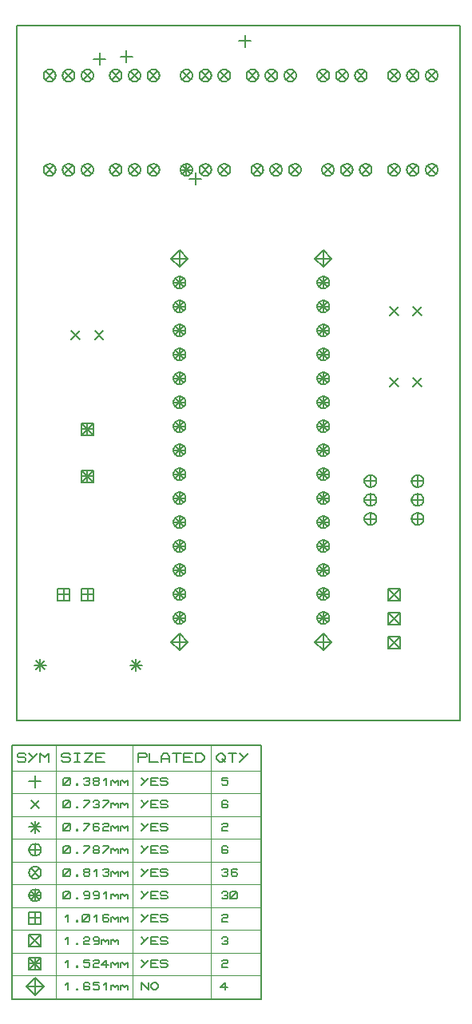
<source format=gbr>
G04 PROTEUS RS274X GERBER FILE*
%FSLAX45Y45*%
%MOMM*%
G01*
%ADD25C,0.203200*%
%ADD28C,0.127000*%
%ADD56C,0.063500*%
D25*
X+6896862Y+8470813D02*
X+6896862Y+8343813D01*
X+6833362Y+8407313D02*
X+6960362Y+8407313D01*
X+6800000Y+8563500D02*
X+6800000Y+8436500D01*
X+6736500Y+8500000D02*
X+6863500Y+8500000D01*
X+7422132Y+9931335D02*
X+7422132Y+9804335D01*
X+7358632Y+9867835D02*
X+7485632Y+9867835D01*
X+5880156Y+9737059D02*
X+5880156Y+9610059D01*
X+5816656Y+9673559D02*
X+5943656Y+9673559D01*
X+6165309Y+9762422D02*
X+6165309Y+9635422D01*
X+6101809Y+9698922D02*
X+6228809Y+9698922D01*
X+6789500Y+7306000D02*
X+6789283Y+7311247D01*
X+6787518Y+7321742D01*
X+6783826Y+7332237D01*
X+6777798Y+7342732D01*
X+6768576Y+7353112D01*
X+6758081Y+7360800D01*
X+6747586Y+7365718D01*
X+6737091Y+7368524D01*
X+6726596Y+7369497D01*
X+6726000Y+7369500D01*
X+6662500Y+7306000D02*
X+6662717Y+7311247D01*
X+6664482Y+7321742D01*
X+6668174Y+7332237D01*
X+6674202Y+7342732D01*
X+6683424Y+7353112D01*
X+6693919Y+7360800D01*
X+6704414Y+7365718D01*
X+6714909Y+7368524D01*
X+6725404Y+7369497D01*
X+6726000Y+7369500D01*
X+6662500Y+7306000D02*
X+6662717Y+7300753D01*
X+6664482Y+7290258D01*
X+6668174Y+7279763D01*
X+6674202Y+7269268D01*
X+6683424Y+7258888D01*
X+6693919Y+7251200D01*
X+6704414Y+7246282D01*
X+6714909Y+7243476D01*
X+6725404Y+7242503D01*
X+6726000Y+7242500D01*
X+6789500Y+7306000D02*
X+6789283Y+7300753D01*
X+6787518Y+7290258D01*
X+6783826Y+7279763D01*
X+6777798Y+7269268D01*
X+6768576Y+7258888D01*
X+6758081Y+7251200D01*
X+6747586Y+7246282D01*
X+6737091Y+7243476D01*
X+6726596Y+7242503D01*
X+6726000Y+7242500D01*
X+6726000Y+7369500D02*
X+6726000Y+7242500D01*
X+6662500Y+7306000D02*
X+6789500Y+7306000D01*
X+6789283Y+7311247D01*
X+6787518Y+7321742D01*
X+6783826Y+7332237D01*
X+6777798Y+7342732D01*
X+6768576Y+7353112D01*
X+6758081Y+7360800D01*
X+6747586Y+7365718D01*
X+6737091Y+7368524D01*
X+6726596Y+7369497D01*
X+6726000Y+7369500D01*
X+6662500Y+7306000D02*
X+6662717Y+7311247D01*
X+6664482Y+7321742D01*
X+6668174Y+7332237D01*
X+6674202Y+7342732D01*
X+6683424Y+7353112D01*
X+6693919Y+7360800D01*
X+6704414Y+7365718D01*
X+6714909Y+7368524D01*
X+6725404Y+7369497D01*
X+6726000Y+7369500D01*
X+6662500Y+7306000D02*
X+6662717Y+7300753D01*
X+6664482Y+7290258D01*
X+6668174Y+7279763D01*
X+6674202Y+7269268D01*
X+6683424Y+7258888D01*
X+6693919Y+7251200D01*
X+6704414Y+7246282D01*
X+6714909Y+7243476D01*
X+6725404Y+7242503D01*
X+6726000Y+7242500D01*
X+6789500Y+7306000D02*
X+6789283Y+7300753D01*
X+6787518Y+7290258D01*
X+6783826Y+7279763D01*
X+6777798Y+7269268D01*
X+6768576Y+7258888D01*
X+6758081Y+7251200D01*
X+6747586Y+7246282D01*
X+6737091Y+7243476D01*
X+6726596Y+7242503D01*
X+6726000Y+7242500D01*
X+6681099Y+7350901D02*
X+6770901Y+7261099D01*
X+6681099Y+7261099D02*
X+6770901Y+7350901D01*
X+6789500Y+7052000D02*
X+6789283Y+7057247D01*
X+6787518Y+7067742D01*
X+6783826Y+7078237D01*
X+6777798Y+7088732D01*
X+6768576Y+7099112D01*
X+6758081Y+7106800D01*
X+6747586Y+7111718D01*
X+6737091Y+7114524D01*
X+6726596Y+7115497D01*
X+6726000Y+7115500D01*
X+6662500Y+7052000D02*
X+6662717Y+7057247D01*
X+6664482Y+7067742D01*
X+6668174Y+7078237D01*
X+6674202Y+7088732D01*
X+6683424Y+7099112D01*
X+6693919Y+7106800D01*
X+6704414Y+7111718D01*
X+6714909Y+7114524D01*
X+6725404Y+7115497D01*
X+6726000Y+7115500D01*
X+6662500Y+7052000D02*
X+6662717Y+7046753D01*
X+6664482Y+7036258D01*
X+6668174Y+7025763D01*
X+6674202Y+7015268D01*
X+6683424Y+7004888D01*
X+6693919Y+6997200D01*
X+6704414Y+6992282D01*
X+6714909Y+6989476D01*
X+6725404Y+6988503D01*
X+6726000Y+6988500D01*
X+6789500Y+7052000D02*
X+6789283Y+7046753D01*
X+6787518Y+7036258D01*
X+6783826Y+7025763D01*
X+6777798Y+7015268D01*
X+6768576Y+7004888D01*
X+6758081Y+6997200D01*
X+6747586Y+6992282D01*
X+6737091Y+6989476D01*
X+6726596Y+6988503D01*
X+6726000Y+6988500D01*
X+6726000Y+7115500D02*
X+6726000Y+6988500D01*
X+6662500Y+7052000D02*
X+6789500Y+7052000D01*
X+6789283Y+7057247D01*
X+6787518Y+7067742D01*
X+6783826Y+7078237D01*
X+6777798Y+7088732D01*
X+6768576Y+7099112D01*
X+6758081Y+7106800D01*
X+6747586Y+7111718D01*
X+6737091Y+7114524D01*
X+6726596Y+7115497D01*
X+6726000Y+7115500D01*
X+6662500Y+7052000D02*
X+6662717Y+7057247D01*
X+6664482Y+7067742D01*
X+6668174Y+7078237D01*
X+6674202Y+7088732D01*
X+6683424Y+7099112D01*
X+6693919Y+7106800D01*
X+6704414Y+7111718D01*
X+6714909Y+7114524D01*
X+6725404Y+7115497D01*
X+6726000Y+7115500D01*
X+6662500Y+7052000D02*
X+6662717Y+7046753D01*
X+6664482Y+7036258D01*
X+6668174Y+7025763D01*
X+6674202Y+7015268D01*
X+6683424Y+7004888D01*
X+6693919Y+6997200D01*
X+6704414Y+6992282D01*
X+6714909Y+6989476D01*
X+6725404Y+6988503D01*
X+6726000Y+6988500D01*
X+6789500Y+7052000D02*
X+6789283Y+7046753D01*
X+6787518Y+7036258D01*
X+6783826Y+7025763D01*
X+6777798Y+7015268D01*
X+6768576Y+7004888D01*
X+6758081Y+6997200D01*
X+6747586Y+6992282D01*
X+6737091Y+6989476D01*
X+6726596Y+6988503D01*
X+6726000Y+6988500D01*
X+6681099Y+7096901D02*
X+6770901Y+7007099D01*
X+6681099Y+7007099D02*
X+6770901Y+7096901D01*
X+6789500Y+6798000D02*
X+6789283Y+6803247D01*
X+6787518Y+6813742D01*
X+6783826Y+6824237D01*
X+6777798Y+6834732D01*
X+6768576Y+6845112D01*
X+6758081Y+6852800D01*
X+6747586Y+6857718D01*
X+6737091Y+6860524D01*
X+6726596Y+6861497D01*
X+6726000Y+6861500D01*
X+6662500Y+6798000D02*
X+6662717Y+6803247D01*
X+6664482Y+6813742D01*
X+6668174Y+6824237D01*
X+6674202Y+6834732D01*
X+6683424Y+6845112D01*
X+6693919Y+6852800D01*
X+6704414Y+6857718D01*
X+6714909Y+6860524D01*
X+6725404Y+6861497D01*
X+6726000Y+6861500D01*
X+6662500Y+6798000D02*
X+6662717Y+6792753D01*
X+6664482Y+6782258D01*
X+6668174Y+6771763D01*
X+6674202Y+6761268D01*
X+6683424Y+6750888D01*
X+6693919Y+6743200D01*
X+6704414Y+6738282D01*
X+6714909Y+6735476D01*
X+6725404Y+6734503D01*
X+6726000Y+6734500D01*
X+6789500Y+6798000D02*
X+6789283Y+6792753D01*
X+6787518Y+6782258D01*
X+6783826Y+6771763D01*
X+6777798Y+6761268D01*
X+6768576Y+6750888D01*
X+6758081Y+6743200D01*
X+6747586Y+6738282D01*
X+6737091Y+6735476D01*
X+6726596Y+6734503D01*
X+6726000Y+6734500D01*
X+6726000Y+6861500D02*
X+6726000Y+6734500D01*
X+6662500Y+6798000D02*
X+6789500Y+6798000D01*
X+6789283Y+6803247D01*
X+6787518Y+6813742D01*
X+6783826Y+6824237D01*
X+6777798Y+6834732D01*
X+6768576Y+6845112D01*
X+6758081Y+6852800D01*
X+6747586Y+6857718D01*
X+6737091Y+6860524D01*
X+6726596Y+6861497D01*
X+6726000Y+6861500D01*
X+6662500Y+6798000D02*
X+6662717Y+6803247D01*
X+6664482Y+6813742D01*
X+6668174Y+6824237D01*
X+6674202Y+6834732D01*
X+6683424Y+6845112D01*
X+6693919Y+6852800D01*
X+6704414Y+6857718D01*
X+6714909Y+6860524D01*
X+6725404Y+6861497D01*
X+6726000Y+6861500D01*
X+6662500Y+6798000D02*
X+6662717Y+6792753D01*
X+6664482Y+6782258D01*
X+6668174Y+6771763D01*
X+6674202Y+6761268D01*
X+6683424Y+6750888D01*
X+6693919Y+6743200D01*
X+6704414Y+6738282D01*
X+6714909Y+6735476D01*
X+6725404Y+6734503D01*
X+6726000Y+6734500D01*
X+6789500Y+6798000D02*
X+6789283Y+6792753D01*
X+6787518Y+6782258D01*
X+6783826Y+6771763D01*
X+6777798Y+6761268D01*
X+6768576Y+6750888D01*
X+6758081Y+6743200D01*
X+6747586Y+6738282D01*
X+6737091Y+6735476D01*
X+6726596Y+6734503D01*
X+6726000Y+6734500D01*
X+6681099Y+6842901D02*
X+6770901Y+6753099D01*
X+6681099Y+6753099D02*
X+6770901Y+6842901D01*
X+6789500Y+6544000D02*
X+6789283Y+6549247D01*
X+6787518Y+6559742D01*
X+6783826Y+6570237D01*
X+6777798Y+6580732D01*
X+6768576Y+6591112D01*
X+6758081Y+6598800D01*
X+6747586Y+6603718D01*
X+6737091Y+6606524D01*
X+6726596Y+6607497D01*
X+6726000Y+6607500D01*
X+6662500Y+6544000D02*
X+6662717Y+6549247D01*
X+6664482Y+6559742D01*
X+6668174Y+6570237D01*
X+6674202Y+6580732D01*
X+6683424Y+6591112D01*
X+6693919Y+6598800D01*
X+6704414Y+6603718D01*
X+6714909Y+6606524D01*
X+6725404Y+6607497D01*
X+6726000Y+6607500D01*
X+6662500Y+6544000D02*
X+6662717Y+6538753D01*
X+6664482Y+6528258D01*
X+6668174Y+6517763D01*
X+6674202Y+6507268D01*
X+6683424Y+6496888D01*
X+6693919Y+6489200D01*
X+6704414Y+6484282D01*
X+6714909Y+6481476D01*
X+6725404Y+6480503D01*
X+6726000Y+6480500D01*
X+6789500Y+6544000D02*
X+6789283Y+6538753D01*
X+6787518Y+6528258D01*
X+6783826Y+6517763D01*
X+6777798Y+6507268D01*
X+6768576Y+6496888D01*
X+6758081Y+6489200D01*
X+6747586Y+6484282D01*
X+6737091Y+6481476D01*
X+6726596Y+6480503D01*
X+6726000Y+6480500D01*
X+6726000Y+6607500D02*
X+6726000Y+6480500D01*
X+6662500Y+6544000D02*
X+6789500Y+6544000D01*
X+6789283Y+6549247D01*
X+6787518Y+6559742D01*
X+6783826Y+6570237D01*
X+6777798Y+6580732D01*
X+6768576Y+6591112D01*
X+6758081Y+6598800D01*
X+6747586Y+6603718D01*
X+6737091Y+6606524D01*
X+6726596Y+6607497D01*
X+6726000Y+6607500D01*
X+6662500Y+6544000D02*
X+6662717Y+6549247D01*
X+6664482Y+6559742D01*
X+6668174Y+6570237D01*
X+6674202Y+6580732D01*
X+6683424Y+6591112D01*
X+6693919Y+6598800D01*
X+6704414Y+6603718D01*
X+6714909Y+6606524D01*
X+6725404Y+6607497D01*
X+6726000Y+6607500D01*
X+6662500Y+6544000D02*
X+6662717Y+6538753D01*
X+6664482Y+6528258D01*
X+6668174Y+6517763D01*
X+6674202Y+6507268D01*
X+6683424Y+6496888D01*
X+6693919Y+6489200D01*
X+6704414Y+6484282D01*
X+6714909Y+6481476D01*
X+6725404Y+6480503D01*
X+6726000Y+6480500D01*
X+6789500Y+6544000D02*
X+6789283Y+6538753D01*
X+6787518Y+6528258D01*
X+6783826Y+6517763D01*
X+6777798Y+6507268D01*
X+6768576Y+6496888D01*
X+6758081Y+6489200D01*
X+6747586Y+6484282D01*
X+6737091Y+6481476D01*
X+6726596Y+6480503D01*
X+6726000Y+6480500D01*
X+6681099Y+6588901D02*
X+6770901Y+6499099D01*
X+6681099Y+6499099D02*
X+6770901Y+6588901D01*
X+6789500Y+6290000D02*
X+6789283Y+6295247D01*
X+6787518Y+6305742D01*
X+6783826Y+6316237D01*
X+6777798Y+6326732D01*
X+6768576Y+6337112D01*
X+6758081Y+6344800D01*
X+6747586Y+6349718D01*
X+6737091Y+6352524D01*
X+6726596Y+6353497D01*
X+6726000Y+6353500D01*
X+6662500Y+6290000D02*
X+6662717Y+6295247D01*
X+6664482Y+6305742D01*
X+6668174Y+6316237D01*
X+6674202Y+6326732D01*
X+6683424Y+6337112D01*
X+6693919Y+6344800D01*
X+6704414Y+6349718D01*
X+6714909Y+6352524D01*
X+6725404Y+6353497D01*
X+6726000Y+6353500D01*
X+6662500Y+6290000D02*
X+6662717Y+6284753D01*
X+6664482Y+6274258D01*
X+6668174Y+6263763D01*
X+6674202Y+6253268D01*
X+6683424Y+6242888D01*
X+6693919Y+6235200D01*
X+6704414Y+6230282D01*
X+6714909Y+6227476D01*
X+6725404Y+6226503D01*
X+6726000Y+6226500D01*
X+6789500Y+6290000D02*
X+6789283Y+6284753D01*
X+6787518Y+6274258D01*
X+6783826Y+6263763D01*
X+6777798Y+6253268D01*
X+6768576Y+6242888D01*
X+6758081Y+6235200D01*
X+6747586Y+6230282D01*
X+6737091Y+6227476D01*
X+6726596Y+6226503D01*
X+6726000Y+6226500D01*
X+6726000Y+6353500D02*
X+6726000Y+6226500D01*
X+6662500Y+6290000D02*
X+6789500Y+6290000D01*
X+6789283Y+6295247D01*
X+6787518Y+6305742D01*
X+6783826Y+6316237D01*
X+6777798Y+6326732D01*
X+6768576Y+6337112D01*
X+6758081Y+6344800D01*
X+6747586Y+6349718D01*
X+6737091Y+6352524D01*
X+6726596Y+6353497D01*
X+6726000Y+6353500D01*
X+6662500Y+6290000D02*
X+6662717Y+6295247D01*
X+6664482Y+6305742D01*
X+6668174Y+6316237D01*
X+6674202Y+6326732D01*
X+6683424Y+6337112D01*
X+6693919Y+6344800D01*
X+6704414Y+6349718D01*
X+6714909Y+6352524D01*
X+6725404Y+6353497D01*
X+6726000Y+6353500D01*
X+6662500Y+6290000D02*
X+6662717Y+6284753D01*
X+6664482Y+6274258D01*
X+6668174Y+6263763D01*
X+6674202Y+6253268D01*
X+6683424Y+6242888D01*
X+6693919Y+6235200D01*
X+6704414Y+6230282D01*
X+6714909Y+6227476D01*
X+6725404Y+6226503D01*
X+6726000Y+6226500D01*
X+6789500Y+6290000D02*
X+6789283Y+6284753D01*
X+6787518Y+6274258D01*
X+6783826Y+6263763D01*
X+6777798Y+6253268D01*
X+6768576Y+6242888D01*
X+6758081Y+6235200D01*
X+6747586Y+6230282D01*
X+6737091Y+6227476D01*
X+6726596Y+6226503D01*
X+6726000Y+6226500D01*
X+6681099Y+6334901D02*
X+6770901Y+6245099D01*
X+6681099Y+6245099D02*
X+6770901Y+6334901D01*
X+6789500Y+6036000D02*
X+6789283Y+6041247D01*
X+6787518Y+6051742D01*
X+6783826Y+6062237D01*
X+6777798Y+6072732D01*
X+6768576Y+6083112D01*
X+6758081Y+6090800D01*
X+6747586Y+6095718D01*
X+6737091Y+6098524D01*
X+6726596Y+6099497D01*
X+6726000Y+6099500D01*
X+6662500Y+6036000D02*
X+6662717Y+6041247D01*
X+6664482Y+6051742D01*
X+6668174Y+6062237D01*
X+6674202Y+6072732D01*
X+6683424Y+6083112D01*
X+6693919Y+6090800D01*
X+6704414Y+6095718D01*
X+6714909Y+6098524D01*
X+6725404Y+6099497D01*
X+6726000Y+6099500D01*
X+6662500Y+6036000D02*
X+6662717Y+6030753D01*
X+6664482Y+6020258D01*
X+6668174Y+6009763D01*
X+6674202Y+5999268D01*
X+6683424Y+5988888D01*
X+6693919Y+5981200D01*
X+6704414Y+5976282D01*
X+6714909Y+5973476D01*
X+6725404Y+5972503D01*
X+6726000Y+5972500D01*
X+6789500Y+6036000D02*
X+6789283Y+6030753D01*
X+6787518Y+6020258D01*
X+6783826Y+6009763D01*
X+6777798Y+5999268D01*
X+6768576Y+5988888D01*
X+6758081Y+5981200D01*
X+6747586Y+5976282D01*
X+6737091Y+5973476D01*
X+6726596Y+5972503D01*
X+6726000Y+5972500D01*
X+6726000Y+6099500D02*
X+6726000Y+5972500D01*
X+6662500Y+6036000D02*
X+6789500Y+6036000D01*
X+6789283Y+6041247D01*
X+6787518Y+6051742D01*
X+6783826Y+6062237D01*
X+6777798Y+6072732D01*
X+6768576Y+6083112D01*
X+6758081Y+6090800D01*
X+6747586Y+6095718D01*
X+6737091Y+6098524D01*
X+6726596Y+6099497D01*
X+6726000Y+6099500D01*
X+6662500Y+6036000D02*
X+6662717Y+6041247D01*
X+6664482Y+6051742D01*
X+6668174Y+6062237D01*
X+6674202Y+6072732D01*
X+6683424Y+6083112D01*
X+6693919Y+6090800D01*
X+6704414Y+6095718D01*
X+6714909Y+6098524D01*
X+6725404Y+6099497D01*
X+6726000Y+6099500D01*
X+6662500Y+6036000D02*
X+6662717Y+6030753D01*
X+6664482Y+6020258D01*
X+6668174Y+6009763D01*
X+6674202Y+5999268D01*
X+6683424Y+5988888D01*
X+6693919Y+5981200D01*
X+6704414Y+5976282D01*
X+6714909Y+5973476D01*
X+6725404Y+5972503D01*
X+6726000Y+5972500D01*
X+6789500Y+6036000D02*
X+6789283Y+6030753D01*
X+6787518Y+6020258D01*
X+6783826Y+6009763D01*
X+6777798Y+5999268D01*
X+6768576Y+5988888D01*
X+6758081Y+5981200D01*
X+6747586Y+5976282D01*
X+6737091Y+5973476D01*
X+6726596Y+5972503D01*
X+6726000Y+5972500D01*
X+6681099Y+6080901D02*
X+6770901Y+5991099D01*
X+6681099Y+5991099D02*
X+6770901Y+6080901D01*
X+6789500Y+5782000D02*
X+6789283Y+5787247D01*
X+6787518Y+5797742D01*
X+6783826Y+5808237D01*
X+6777798Y+5818732D01*
X+6768576Y+5829112D01*
X+6758081Y+5836800D01*
X+6747586Y+5841718D01*
X+6737091Y+5844524D01*
X+6726596Y+5845497D01*
X+6726000Y+5845500D01*
X+6662500Y+5782000D02*
X+6662717Y+5787247D01*
X+6664482Y+5797742D01*
X+6668174Y+5808237D01*
X+6674202Y+5818732D01*
X+6683424Y+5829112D01*
X+6693919Y+5836800D01*
X+6704414Y+5841718D01*
X+6714909Y+5844524D01*
X+6725404Y+5845497D01*
X+6726000Y+5845500D01*
X+6662500Y+5782000D02*
X+6662717Y+5776753D01*
X+6664482Y+5766258D01*
X+6668174Y+5755763D01*
X+6674202Y+5745268D01*
X+6683424Y+5734888D01*
X+6693919Y+5727200D01*
X+6704414Y+5722282D01*
X+6714909Y+5719476D01*
X+6725404Y+5718503D01*
X+6726000Y+5718500D01*
X+6789500Y+5782000D02*
X+6789283Y+5776753D01*
X+6787518Y+5766258D01*
X+6783826Y+5755763D01*
X+6777798Y+5745268D01*
X+6768576Y+5734888D01*
X+6758081Y+5727200D01*
X+6747586Y+5722282D01*
X+6737091Y+5719476D01*
X+6726596Y+5718503D01*
X+6726000Y+5718500D01*
X+6726000Y+5845500D02*
X+6726000Y+5718500D01*
X+6662500Y+5782000D02*
X+6789500Y+5782000D01*
X+6789283Y+5787247D01*
X+6787518Y+5797742D01*
X+6783826Y+5808237D01*
X+6777798Y+5818732D01*
X+6768576Y+5829112D01*
X+6758081Y+5836800D01*
X+6747586Y+5841718D01*
X+6737091Y+5844524D01*
X+6726596Y+5845497D01*
X+6726000Y+5845500D01*
X+6662500Y+5782000D02*
X+6662717Y+5787247D01*
X+6664482Y+5797742D01*
X+6668174Y+5808237D01*
X+6674202Y+5818732D01*
X+6683424Y+5829112D01*
X+6693919Y+5836800D01*
X+6704414Y+5841718D01*
X+6714909Y+5844524D01*
X+6725404Y+5845497D01*
X+6726000Y+5845500D01*
X+6662500Y+5782000D02*
X+6662717Y+5776753D01*
X+6664482Y+5766258D01*
X+6668174Y+5755763D01*
X+6674202Y+5745268D01*
X+6683424Y+5734888D01*
X+6693919Y+5727200D01*
X+6704414Y+5722282D01*
X+6714909Y+5719476D01*
X+6725404Y+5718503D01*
X+6726000Y+5718500D01*
X+6789500Y+5782000D02*
X+6789283Y+5776753D01*
X+6787518Y+5766258D01*
X+6783826Y+5755763D01*
X+6777798Y+5745268D01*
X+6768576Y+5734888D01*
X+6758081Y+5727200D01*
X+6747586Y+5722282D01*
X+6737091Y+5719476D01*
X+6726596Y+5718503D01*
X+6726000Y+5718500D01*
X+6681099Y+5826901D02*
X+6770901Y+5737099D01*
X+6681099Y+5737099D02*
X+6770901Y+5826901D01*
X+6789500Y+5528000D02*
X+6789283Y+5533247D01*
X+6787518Y+5543742D01*
X+6783826Y+5554237D01*
X+6777798Y+5564732D01*
X+6768576Y+5575112D01*
X+6758081Y+5582800D01*
X+6747586Y+5587718D01*
X+6737091Y+5590524D01*
X+6726596Y+5591497D01*
X+6726000Y+5591500D01*
X+6662500Y+5528000D02*
X+6662717Y+5533247D01*
X+6664482Y+5543742D01*
X+6668174Y+5554237D01*
X+6674202Y+5564732D01*
X+6683424Y+5575112D01*
X+6693919Y+5582800D01*
X+6704414Y+5587718D01*
X+6714909Y+5590524D01*
X+6725404Y+5591497D01*
X+6726000Y+5591500D01*
X+6662500Y+5528000D02*
X+6662717Y+5522753D01*
X+6664482Y+5512258D01*
X+6668174Y+5501763D01*
X+6674202Y+5491268D01*
X+6683424Y+5480888D01*
X+6693919Y+5473200D01*
X+6704414Y+5468282D01*
X+6714909Y+5465476D01*
X+6725404Y+5464503D01*
X+6726000Y+5464500D01*
X+6789500Y+5528000D02*
X+6789283Y+5522753D01*
X+6787518Y+5512258D01*
X+6783826Y+5501763D01*
X+6777798Y+5491268D01*
X+6768576Y+5480888D01*
X+6758081Y+5473200D01*
X+6747586Y+5468282D01*
X+6737091Y+5465476D01*
X+6726596Y+5464503D01*
X+6726000Y+5464500D01*
X+6726000Y+5591500D02*
X+6726000Y+5464500D01*
X+6662500Y+5528000D02*
X+6789500Y+5528000D01*
X+6789283Y+5533247D01*
X+6787518Y+5543742D01*
X+6783826Y+5554237D01*
X+6777798Y+5564732D01*
X+6768576Y+5575112D01*
X+6758081Y+5582800D01*
X+6747586Y+5587718D01*
X+6737091Y+5590524D01*
X+6726596Y+5591497D01*
X+6726000Y+5591500D01*
X+6662500Y+5528000D02*
X+6662717Y+5533247D01*
X+6664482Y+5543742D01*
X+6668174Y+5554237D01*
X+6674202Y+5564732D01*
X+6683424Y+5575112D01*
X+6693919Y+5582800D01*
X+6704414Y+5587718D01*
X+6714909Y+5590524D01*
X+6725404Y+5591497D01*
X+6726000Y+5591500D01*
X+6662500Y+5528000D02*
X+6662717Y+5522753D01*
X+6664482Y+5512258D01*
X+6668174Y+5501763D01*
X+6674202Y+5491268D01*
X+6683424Y+5480888D01*
X+6693919Y+5473200D01*
X+6704414Y+5468282D01*
X+6714909Y+5465476D01*
X+6725404Y+5464503D01*
X+6726000Y+5464500D01*
X+6789500Y+5528000D02*
X+6789283Y+5522753D01*
X+6787518Y+5512258D01*
X+6783826Y+5501763D01*
X+6777798Y+5491268D01*
X+6768576Y+5480888D01*
X+6758081Y+5473200D01*
X+6747586Y+5468282D01*
X+6737091Y+5465476D01*
X+6726596Y+5464503D01*
X+6726000Y+5464500D01*
X+6681099Y+5572901D02*
X+6770901Y+5483099D01*
X+6681099Y+5483099D02*
X+6770901Y+5572901D01*
X+6789500Y+5274000D02*
X+6789283Y+5279247D01*
X+6787518Y+5289742D01*
X+6783826Y+5300237D01*
X+6777798Y+5310732D01*
X+6768576Y+5321112D01*
X+6758081Y+5328800D01*
X+6747586Y+5333718D01*
X+6737091Y+5336524D01*
X+6726596Y+5337497D01*
X+6726000Y+5337500D01*
X+6662500Y+5274000D02*
X+6662717Y+5279247D01*
X+6664482Y+5289742D01*
X+6668174Y+5300237D01*
X+6674202Y+5310732D01*
X+6683424Y+5321112D01*
X+6693919Y+5328800D01*
X+6704414Y+5333718D01*
X+6714909Y+5336524D01*
X+6725404Y+5337497D01*
X+6726000Y+5337500D01*
X+6662500Y+5274000D02*
X+6662717Y+5268753D01*
X+6664482Y+5258258D01*
X+6668174Y+5247763D01*
X+6674202Y+5237268D01*
X+6683424Y+5226888D01*
X+6693919Y+5219200D01*
X+6704414Y+5214282D01*
X+6714909Y+5211476D01*
X+6725404Y+5210503D01*
X+6726000Y+5210500D01*
X+6789500Y+5274000D02*
X+6789283Y+5268753D01*
X+6787518Y+5258258D01*
X+6783826Y+5247763D01*
X+6777798Y+5237268D01*
X+6768576Y+5226888D01*
X+6758081Y+5219200D01*
X+6747586Y+5214282D01*
X+6737091Y+5211476D01*
X+6726596Y+5210503D01*
X+6726000Y+5210500D01*
X+6726000Y+5337500D02*
X+6726000Y+5210500D01*
X+6662500Y+5274000D02*
X+6789500Y+5274000D01*
X+6789283Y+5279247D01*
X+6787518Y+5289742D01*
X+6783826Y+5300237D01*
X+6777798Y+5310732D01*
X+6768576Y+5321112D01*
X+6758081Y+5328800D01*
X+6747586Y+5333718D01*
X+6737091Y+5336524D01*
X+6726596Y+5337497D01*
X+6726000Y+5337500D01*
X+6662500Y+5274000D02*
X+6662717Y+5279247D01*
X+6664482Y+5289742D01*
X+6668174Y+5300237D01*
X+6674202Y+5310732D01*
X+6683424Y+5321112D01*
X+6693919Y+5328800D01*
X+6704414Y+5333718D01*
X+6714909Y+5336524D01*
X+6725404Y+5337497D01*
X+6726000Y+5337500D01*
X+6662500Y+5274000D02*
X+6662717Y+5268753D01*
X+6664482Y+5258258D01*
X+6668174Y+5247763D01*
X+6674202Y+5237268D01*
X+6683424Y+5226888D01*
X+6693919Y+5219200D01*
X+6704414Y+5214282D01*
X+6714909Y+5211476D01*
X+6725404Y+5210503D01*
X+6726000Y+5210500D01*
X+6789500Y+5274000D02*
X+6789283Y+5268753D01*
X+6787518Y+5258258D01*
X+6783826Y+5247763D01*
X+6777798Y+5237268D01*
X+6768576Y+5226888D01*
X+6758081Y+5219200D01*
X+6747586Y+5214282D01*
X+6737091Y+5211476D01*
X+6726596Y+5210503D01*
X+6726000Y+5210500D01*
X+6681099Y+5318901D02*
X+6770901Y+5229099D01*
X+6681099Y+5229099D02*
X+6770901Y+5318901D01*
X+6789500Y+5020000D02*
X+6789283Y+5025247D01*
X+6787518Y+5035742D01*
X+6783826Y+5046237D01*
X+6777798Y+5056732D01*
X+6768576Y+5067112D01*
X+6758081Y+5074800D01*
X+6747586Y+5079718D01*
X+6737091Y+5082524D01*
X+6726596Y+5083497D01*
X+6726000Y+5083500D01*
X+6662500Y+5020000D02*
X+6662717Y+5025247D01*
X+6664482Y+5035742D01*
X+6668174Y+5046237D01*
X+6674202Y+5056732D01*
X+6683424Y+5067112D01*
X+6693919Y+5074800D01*
X+6704414Y+5079718D01*
X+6714909Y+5082524D01*
X+6725404Y+5083497D01*
X+6726000Y+5083500D01*
X+6662500Y+5020000D02*
X+6662717Y+5014753D01*
X+6664482Y+5004258D01*
X+6668174Y+4993763D01*
X+6674202Y+4983268D01*
X+6683424Y+4972888D01*
X+6693919Y+4965200D01*
X+6704414Y+4960282D01*
X+6714909Y+4957476D01*
X+6725404Y+4956503D01*
X+6726000Y+4956500D01*
X+6789500Y+5020000D02*
X+6789283Y+5014753D01*
X+6787518Y+5004258D01*
X+6783826Y+4993763D01*
X+6777798Y+4983268D01*
X+6768576Y+4972888D01*
X+6758081Y+4965200D01*
X+6747586Y+4960282D01*
X+6737091Y+4957476D01*
X+6726596Y+4956503D01*
X+6726000Y+4956500D01*
X+6726000Y+5083500D02*
X+6726000Y+4956500D01*
X+6662500Y+5020000D02*
X+6789500Y+5020000D01*
X+6789283Y+5025247D01*
X+6787518Y+5035742D01*
X+6783826Y+5046237D01*
X+6777798Y+5056732D01*
X+6768576Y+5067112D01*
X+6758081Y+5074800D01*
X+6747586Y+5079718D01*
X+6737091Y+5082524D01*
X+6726596Y+5083497D01*
X+6726000Y+5083500D01*
X+6662500Y+5020000D02*
X+6662717Y+5025247D01*
X+6664482Y+5035742D01*
X+6668174Y+5046237D01*
X+6674202Y+5056732D01*
X+6683424Y+5067112D01*
X+6693919Y+5074800D01*
X+6704414Y+5079718D01*
X+6714909Y+5082524D01*
X+6725404Y+5083497D01*
X+6726000Y+5083500D01*
X+6662500Y+5020000D02*
X+6662717Y+5014753D01*
X+6664482Y+5004258D01*
X+6668174Y+4993763D01*
X+6674202Y+4983268D01*
X+6683424Y+4972888D01*
X+6693919Y+4965200D01*
X+6704414Y+4960282D01*
X+6714909Y+4957476D01*
X+6725404Y+4956503D01*
X+6726000Y+4956500D01*
X+6789500Y+5020000D02*
X+6789283Y+5014753D01*
X+6787518Y+5004258D01*
X+6783826Y+4993763D01*
X+6777798Y+4983268D01*
X+6768576Y+4972888D01*
X+6758081Y+4965200D01*
X+6747586Y+4960282D01*
X+6737091Y+4957476D01*
X+6726596Y+4956503D01*
X+6726000Y+4956500D01*
X+6681099Y+5064901D02*
X+6770901Y+4975099D01*
X+6681099Y+4975099D02*
X+6770901Y+5064901D01*
X+6789500Y+4766000D02*
X+6789283Y+4771247D01*
X+6787518Y+4781742D01*
X+6783826Y+4792237D01*
X+6777798Y+4802732D01*
X+6768576Y+4813112D01*
X+6758081Y+4820800D01*
X+6747586Y+4825718D01*
X+6737091Y+4828524D01*
X+6726596Y+4829497D01*
X+6726000Y+4829500D01*
X+6662500Y+4766000D02*
X+6662717Y+4771247D01*
X+6664482Y+4781742D01*
X+6668174Y+4792237D01*
X+6674202Y+4802732D01*
X+6683424Y+4813112D01*
X+6693919Y+4820800D01*
X+6704414Y+4825718D01*
X+6714909Y+4828524D01*
X+6725404Y+4829497D01*
X+6726000Y+4829500D01*
X+6662500Y+4766000D02*
X+6662717Y+4760753D01*
X+6664482Y+4750258D01*
X+6668174Y+4739763D01*
X+6674202Y+4729268D01*
X+6683424Y+4718888D01*
X+6693919Y+4711200D01*
X+6704414Y+4706282D01*
X+6714909Y+4703476D01*
X+6725404Y+4702503D01*
X+6726000Y+4702500D01*
X+6789500Y+4766000D02*
X+6789283Y+4760753D01*
X+6787518Y+4750258D01*
X+6783826Y+4739763D01*
X+6777798Y+4729268D01*
X+6768576Y+4718888D01*
X+6758081Y+4711200D01*
X+6747586Y+4706282D01*
X+6737091Y+4703476D01*
X+6726596Y+4702503D01*
X+6726000Y+4702500D01*
X+6726000Y+4829500D02*
X+6726000Y+4702500D01*
X+6662500Y+4766000D02*
X+6789500Y+4766000D01*
X+6789283Y+4771247D01*
X+6787518Y+4781742D01*
X+6783826Y+4792237D01*
X+6777798Y+4802732D01*
X+6768576Y+4813112D01*
X+6758081Y+4820800D01*
X+6747586Y+4825718D01*
X+6737091Y+4828524D01*
X+6726596Y+4829497D01*
X+6726000Y+4829500D01*
X+6662500Y+4766000D02*
X+6662717Y+4771247D01*
X+6664482Y+4781742D01*
X+6668174Y+4792237D01*
X+6674202Y+4802732D01*
X+6683424Y+4813112D01*
X+6693919Y+4820800D01*
X+6704414Y+4825718D01*
X+6714909Y+4828524D01*
X+6725404Y+4829497D01*
X+6726000Y+4829500D01*
X+6662500Y+4766000D02*
X+6662717Y+4760753D01*
X+6664482Y+4750258D01*
X+6668174Y+4739763D01*
X+6674202Y+4729268D01*
X+6683424Y+4718888D01*
X+6693919Y+4711200D01*
X+6704414Y+4706282D01*
X+6714909Y+4703476D01*
X+6725404Y+4702503D01*
X+6726000Y+4702500D01*
X+6789500Y+4766000D02*
X+6789283Y+4760753D01*
X+6787518Y+4750258D01*
X+6783826Y+4739763D01*
X+6777798Y+4729268D01*
X+6768576Y+4718888D01*
X+6758081Y+4711200D01*
X+6747586Y+4706282D01*
X+6737091Y+4703476D01*
X+6726596Y+4702503D01*
X+6726000Y+4702500D01*
X+6681099Y+4810901D02*
X+6770901Y+4721099D01*
X+6681099Y+4721099D02*
X+6770901Y+4810901D01*
X+6789500Y+4512000D02*
X+6789283Y+4517247D01*
X+6787518Y+4527742D01*
X+6783826Y+4538237D01*
X+6777798Y+4548732D01*
X+6768576Y+4559112D01*
X+6758081Y+4566800D01*
X+6747586Y+4571718D01*
X+6737091Y+4574524D01*
X+6726596Y+4575497D01*
X+6726000Y+4575500D01*
X+6662500Y+4512000D02*
X+6662717Y+4517247D01*
X+6664482Y+4527742D01*
X+6668174Y+4538237D01*
X+6674202Y+4548732D01*
X+6683424Y+4559112D01*
X+6693919Y+4566800D01*
X+6704414Y+4571718D01*
X+6714909Y+4574524D01*
X+6725404Y+4575497D01*
X+6726000Y+4575500D01*
X+6662500Y+4512000D02*
X+6662717Y+4506753D01*
X+6664482Y+4496258D01*
X+6668174Y+4485763D01*
X+6674202Y+4475268D01*
X+6683424Y+4464888D01*
X+6693919Y+4457200D01*
X+6704414Y+4452282D01*
X+6714909Y+4449476D01*
X+6725404Y+4448503D01*
X+6726000Y+4448500D01*
X+6789500Y+4512000D02*
X+6789283Y+4506753D01*
X+6787518Y+4496258D01*
X+6783826Y+4485763D01*
X+6777798Y+4475268D01*
X+6768576Y+4464888D01*
X+6758081Y+4457200D01*
X+6747586Y+4452282D01*
X+6737091Y+4449476D01*
X+6726596Y+4448503D01*
X+6726000Y+4448500D01*
X+6726000Y+4575500D02*
X+6726000Y+4448500D01*
X+6662500Y+4512000D02*
X+6789500Y+4512000D01*
X+6789283Y+4517247D01*
X+6787518Y+4527742D01*
X+6783826Y+4538237D01*
X+6777798Y+4548732D01*
X+6768576Y+4559112D01*
X+6758081Y+4566800D01*
X+6747586Y+4571718D01*
X+6737091Y+4574524D01*
X+6726596Y+4575497D01*
X+6726000Y+4575500D01*
X+6662500Y+4512000D02*
X+6662717Y+4517247D01*
X+6664482Y+4527742D01*
X+6668174Y+4538237D01*
X+6674202Y+4548732D01*
X+6683424Y+4559112D01*
X+6693919Y+4566800D01*
X+6704414Y+4571718D01*
X+6714909Y+4574524D01*
X+6725404Y+4575497D01*
X+6726000Y+4575500D01*
X+6662500Y+4512000D02*
X+6662717Y+4506753D01*
X+6664482Y+4496258D01*
X+6668174Y+4485763D01*
X+6674202Y+4475268D01*
X+6683424Y+4464888D01*
X+6693919Y+4457200D01*
X+6704414Y+4452282D01*
X+6714909Y+4449476D01*
X+6725404Y+4448503D01*
X+6726000Y+4448500D01*
X+6789500Y+4512000D02*
X+6789283Y+4506753D01*
X+6787518Y+4496258D01*
X+6783826Y+4485763D01*
X+6777798Y+4475268D01*
X+6768576Y+4464888D01*
X+6758081Y+4457200D01*
X+6747586Y+4452282D01*
X+6737091Y+4449476D01*
X+6726596Y+4448503D01*
X+6726000Y+4448500D01*
X+6681099Y+4556901D02*
X+6770901Y+4467099D01*
X+6681099Y+4467099D02*
X+6770901Y+4556901D01*
X+6789500Y+4258000D02*
X+6789283Y+4263247D01*
X+6787518Y+4273742D01*
X+6783826Y+4284237D01*
X+6777798Y+4294732D01*
X+6768576Y+4305112D01*
X+6758081Y+4312800D01*
X+6747586Y+4317718D01*
X+6737091Y+4320524D01*
X+6726596Y+4321497D01*
X+6726000Y+4321500D01*
X+6662500Y+4258000D02*
X+6662717Y+4263247D01*
X+6664482Y+4273742D01*
X+6668174Y+4284237D01*
X+6674202Y+4294732D01*
X+6683424Y+4305112D01*
X+6693919Y+4312800D01*
X+6704414Y+4317718D01*
X+6714909Y+4320524D01*
X+6725404Y+4321497D01*
X+6726000Y+4321500D01*
X+6662500Y+4258000D02*
X+6662717Y+4252753D01*
X+6664482Y+4242258D01*
X+6668174Y+4231763D01*
X+6674202Y+4221268D01*
X+6683424Y+4210888D01*
X+6693919Y+4203200D01*
X+6704414Y+4198282D01*
X+6714909Y+4195476D01*
X+6725404Y+4194503D01*
X+6726000Y+4194500D01*
X+6789500Y+4258000D02*
X+6789283Y+4252753D01*
X+6787518Y+4242258D01*
X+6783826Y+4231763D01*
X+6777798Y+4221268D01*
X+6768576Y+4210888D01*
X+6758081Y+4203200D01*
X+6747586Y+4198282D01*
X+6737091Y+4195476D01*
X+6726596Y+4194503D01*
X+6726000Y+4194500D01*
X+6726000Y+4321500D02*
X+6726000Y+4194500D01*
X+6662500Y+4258000D02*
X+6789500Y+4258000D01*
X+6789283Y+4263247D01*
X+6787518Y+4273742D01*
X+6783826Y+4284237D01*
X+6777798Y+4294732D01*
X+6768576Y+4305112D01*
X+6758081Y+4312800D01*
X+6747586Y+4317718D01*
X+6737091Y+4320524D01*
X+6726596Y+4321497D01*
X+6726000Y+4321500D01*
X+6662500Y+4258000D02*
X+6662717Y+4263247D01*
X+6664482Y+4273742D01*
X+6668174Y+4284237D01*
X+6674202Y+4294732D01*
X+6683424Y+4305112D01*
X+6693919Y+4312800D01*
X+6704414Y+4317718D01*
X+6714909Y+4320524D01*
X+6725404Y+4321497D01*
X+6726000Y+4321500D01*
X+6662500Y+4258000D02*
X+6662717Y+4252753D01*
X+6664482Y+4242258D01*
X+6668174Y+4231763D01*
X+6674202Y+4221268D01*
X+6683424Y+4210888D01*
X+6693919Y+4203200D01*
X+6704414Y+4198282D01*
X+6714909Y+4195476D01*
X+6725404Y+4194503D01*
X+6726000Y+4194500D01*
X+6789500Y+4258000D02*
X+6789283Y+4252753D01*
X+6787518Y+4242258D01*
X+6783826Y+4231763D01*
X+6777798Y+4221268D01*
X+6768576Y+4210888D01*
X+6758081Y+4203200D01*
X+6747586Y+4198282D01*
X+6737091Y+4195476D01*
X+6726596Y+4194503D01*
X+6726000Y+4194500D01*
X+6681099Y+4302901D02*
X+6770901Y+4213099D01*
X+6681099Y+4213099D02*
X+6770901Y+4302901D01*
X+6789500Y+4004000D02*
X+6789283Y+4009247D01*
X+6787518Y+4019742D01*
X+6783826Y+4030237D01*
X+6777798Y+4040732D01*
X+6768576Y+4051112D01*
X+6758081Y+4058800D01*
X+6747586Y+4063718D01*
X+6737091Y+4066524D01*
X+6726596Y+4067497D01*
X+6726000Y+4067500D01*
X+6662500Y+4004000D02*
X+6662717Y+4009247D01*
X+6664482Y+4019742D01*
X+6668174Y+4030237D01*
X+6674202Y+4040732D01*
X+6683424Y+4051112D01*
X+6693919Y+4058800D01*
X+6704414Y+4063718D01*
X+6714909Y+4066524D01*
X+6725404Y+4067497D01*
X+6726000Y+4067500D01*
X+6662500Y+4004000D02*
X+6662717Y+3998753D01*
X+6664482Y+3988258D01*
X+6668174Y+3977763D01*
X+6674202Y+3967268D01*
X+6683424Y+3956888D01*
X+6693919Y+3949200D01*
X+6704414Y+3944282D01*
X+6714909Y+3941476D01*
X+6725404Y+3940503D01*
X+6726000Y+3940500D01*
X+6789500Y+4004000D02*
X+6789283Y+3998753D01*
X+6787518Y+3988258D01*
X+6783826Y+3977763D01*
X+6777798Y+3967268D01*
X+6768576Y+3956888D01*
X+6758081Y+3949200D01*
X+6747586Y+3944282D01*
X+6737091Y+3941476D01*
X+6726596Y+3940503D01*
X+6726000Y+3940500D01*
X+6726000Y+4067500D02*
X+6726000Y+3940500D01*
X+6662500Y+4004000D02*
X+6789500Y+4004000D01*
X+6789283Y+4009247D01*
X+6787518Y+4019742D01*
X+6783826Y+4030237D01*
X+6777798Y+4040732D01*
X+6768576Y+4051112D01*
X+6758081Y+4058800D01*
X+6747586Y+4063718D01*
X+6737091Y+4066524D01*
X+6726596Y+4067497D01*
X+6726000Y+4067500D01*
X+6662500Y+4004000D02*
X+6662717Y+4009247D01*
X+6664482Y+4019742D01*
X+6668174Y+4030237D01*
X+6674202Y+4040732D01*
X+6683424Y+4051112D01*
X+6693919Y+4058800D01*
X+6704414Y+4063718D01*
X+6714909Y+4066524D01*
X+6725404Y+4067497D01*
X+6726000Y+4067500D01*
X+6662500Y+4004000D02*
X+6662717Y+3998753D01*
X+6664482Y+3988258D01*
X+6668174Y+3977763D01*
X+6674202Y+3967268D01*
X+6683424Y+3956888D01*
X+6693919Y+3949200D01*
X+6704414Y+3944282D01*
X+6714909Y+3941476D01*
X+6725404Y+3940503D01*
X+6726000Y+3940500D01*
X+6789500Y+4004000D02*
X+6789283Y+3998753D01*
X+6787518Y+3988258D01*
X+6783826Y+3977763D01*
X+6777798Y+3967268D01*
X+6768576Y+3956888D01*
X+6758081Y+3949200D01*
X+6747586Y+3944282D01*
X+6737091Y+3941476D01*
X+6726596Y+3940503D01*
X+6726000Y+3940500D01*
X+6681099Y+4048901D02*
X+6770901Y+3959099D01*
X+6681099Y+3959099D02*
X+6770901Y+4048901D01*
X+6789500Y+3750000D02*
X+6789283Y+3755247D01*
X+6787518Y+3765742D01*
X+6783826Y+3776237D01*
X+6777798Y+3786732D01*
X+6768576Y+3797112D01*
X+6758081Y+3804800D01*
X+6747586Y+3809718D01*
X+6737091Y+3812524D01*
X+6726596Y+3813497D01*
X+6726000Y+3813500D01*
X+6662500Y+3750000D02*
X+6662717Y+3755247D01*
X+6664482Y+3765742D01*
X+6668174Y+3776237D01*
X+6674202Y+3786732D01*
X+6683424Y+3797112D01*
X+6693919Y+3804800D01*
X+6704414Y+3809718D01*
X+6714909Y+3812524D01*
X+6725404Y+3813497D01*
X+6726000Y+3813500D01*
X+6662500Y+3750000D02*
X+6662717Y+3744753D01*
X+6664482Y+3734258D01*
X+6668174Y+3723763D01*
X+6674202Y+3713268D01*
X+6683424Y+3702888D01*
X+6693919Y+3695200D01*
X+6704414Y+3690282D01*
X+6714909Y+3687476D01*
X+6725404Y+3686503D01*
X+6726000Y+3686500D01*
X+6789500Y+3750000D02*
X+6789283Y+3744753D01*
X+6787518Y+3734258D01*
X+6783826Y+3723763D01*
X+6777798Y+3713268D01*
X+6768576Y+3702888D01*
X+6758081Y+3695200D01*
X+6747586Y+3690282D01*
X+6737091Y+3687476D01*
X+6726596Y+3686503D01*
X+6726000Y+3686500D01*
X+6726000Y+3813500D02*
X+6726000Y+3686500D01*
X+6662500Y+3750000D02*
X+6789500Y+3750000D01*
X+6789283Y+3755247D01*
X+6787518Y+3765742D01*
X+6783826Y+3776237D01*
X+6777798Y+3786732D01*
X+6768576Y+3797112D01*
X+6758081Y+3804800D01*
X+6747586Y+3809718D01*
X+6737091Y+3812524D01*
X+6726596Y+3813497D01*
X+6726000Y+3813500D01*
X+6662500Y+3750000D02*
X+6662717Y+3755247D01*
X+6664482Y+3765742D01*
X+6668174Y+3776237D01*
X+6674202Y+3786732D01*
X+6683424Y+3797112D01*
X+6693919Y+3804800D01*
X+6704414Y+3809718D01*
X+6714909Y+3812524D01*
X+6725404Y+3813497D01*
X+6726000Y+3813500D01*
X+6662500Y+3750000D02*
X+6662717Y+3744753D01*
X+6664482Y+3734258D01*
X+6668174Y+3723763D01*
X+6674202Y+3713268D01*
X+6683424Y+3702888D01*
X+6693919Y+3695200D01*
X+6704414Y+3690282D01*
X+6714909Y+3687476D01*
X+6725404Y+3686503D01*
X+6726000Y+3686500D01*
X+6789500Y+3750000D02*
X+6789283Y+3744753D01*
X+6787518Y+3734258D01*
X+6783826Y+3723763D01*
X+6777798Y+3713268D01*
X+6768576Y+3702888D01*
X+6758081Y+3695200D01*
X+6747586Y+3690282D01*
X+6737091Y+3687476D01*
X+6726596Y+3686503D01*
X+6726000Y+3686500D01*
X+6681099Y+3794901D02*
X+6770901Y+3705099D01*
X+6681099Y+3705099D02*
X+6770901Y+3794901D01*
X+8313500Y+3750000D02*
X+8313283Y+3755247D01*
X+8311518Y+3765742D01*
X+8307826Y+3776237D01*
X+8301798Y+3786732D01*
X+8292576Y+3797112D01*
X+8282081Y+3804800D01*
X+8271586Y+3809718D01*
X+8261091Y+3812524D01*
X+8250596Y+3813497D01*
X+8250000Y+3813500D01*
X+8186500Y+3750000D02*
X+8186717Y+3755247D01*
X+8188482Y+3765742D01*
X+8192174Y+3776237D01*
X+8198202Y+3786732D01*
X+8207424Y+3797112D01*
X+8217919Y+3804800D01*
X+8228414Y+3809718D01*
X+8238909Y+3812524D01*
X+8249404Y+3813497D01*
X+8250000Y+3813500D01*
X+8186500Y+3750000D02*
X+8186717Y+3744753D01*
X+8188482Y+3734258D01*
X+8192174Y+3723763D01*
X+8198202Y+3713268D01*
X+8207424Y+3702888D01*
X+8217919Y+3695200D01*
X+8228414Y+3690282D01*
X+8238909Y+3687476D01*
X+8249404Y+3686503D01*
X+8250000Y+3686500D01*
X+8313500Y+3750000D02*
X+8313283Y+3744753D01*
X+8311518Y+3734258D01*
X+8307826Y+3723763D01*
X+8301798Y+3713268D01*
X+8292576Y+3702888D01*
X+8282081Y+3695200D01*
X+8271586Y+3690282D01*
X+8261091Y+3687476D01*
X+8250596Y+3686503D01*
X+8250000Y+3686500D01*
X+8250000Y+3813500D02*
X+8250000Y+3686500D01*
X+8186500Y+3750000D02*
X+8313500Y+3750000D01*
X+8313283Y+3755247D01*
X+8311518Y+3765742D01*
X+8307826Y+3776237D01*
X+8301798Y+3786732D01*
X+8292576Y+3797112D01*
X+8282081Y+3804800D01*
X+8271586Y+3809718D01*
X+8261091Y+3812524D01*
X+8250596Y+3813497D01*
X+8250000Y+3813500D01*
X+8186500Y+3750000D02*
X+8186717Y+3755247D01*
X+8188482Y+3765742D01*
X+8192174Y+3776237D01*
X+8198202Y+3786732D01*
X+8207424Y+3797112D01*
X+8217919Y+3804800D01*
X+8228414Y+3809718D01*
X+8238909Y+3812524D01*
X+8249404Y+3813497D01*
X+8250000Y+3813500D01*
X+8186500Y+3750000D02*
X+8186717Y+3744753D01*
X+8188482Y+3734258D01*
X+8192174Y+3723763D01*
X+8198202Y+3713268D01*
X+8207424Y+3702888D01*
X+8217919Y+3695200D01*
X+8228414Y+3690282D01*
X+8238909Y+3687476D01*
X+8249404Y+3686503D01*
X+8250000Y+3686500D01*
X+8313500Y+3750000D02*
X+8313283Y+3744753D01*
X+8311518Y+3734258D01*
X+8307826Y+3723763D01*
X+8301798Y+3713268D01*
X+8292576Y+3702888D01*
X+8282081Y+3695200D01*
X+8271586Y+3690282D01*
X+8261091Y+3687476D01*
X+8250596Y+3686503D01*
X+8250000Y+3686500D01*
X+8205099Y+3794901D02*
X+8294901Y+3705099D01*
X+8205099Y+3705099D02*
X+8294901Y+3794901D01*
X+8313500Y+4004000D02*
X+8313283Y+4009247D01*
X+8311518Y+4019742D01*
X+8307826Y+4030237D01*
X+8301798Y+4040732D01*
X+8292576Y+4051112D01*
X+8282081Y+4058800D01*
X+8271586Y+4063718D01*
X+8261091Y+4066524D01*
X+8250596Y+4067497D01*
X+8250000Y+4067500D01*
X+8186500Y+4004000D02*
X+8186717Y+4009247D01*
X+8188482Y+4019742D01*
X+8192174Y+4030237D01*
X+8198202Y+4040732D01*
X+8207424Y+4051112D01*
X+8217919Y+4058800D01*
X+8228414Y+4063718D01*
X+8238909Y+4066524D01*
X+8249404Y+4067497D01*
X+8250000Y+4067500D01*
X+8186500Y+4004000D02*
X+8186717Y+3998753D01*
X+8188482Y+3988258D01*
X+8192174Y+3977763D01*
X+8198202Y+3967268D01*
X+8207424Y+3956888D01*
X+8217919Y+3949200D01*
X+8228414Y+3944282D01*
X+8238909Y+3941476D01*
X+8249404Y+3940503D01*
X+8250000Y+3940500D01*
X+8313500Y+4004000D02*
X+8313283Y+3998753D01*
X+8311518Y+3988258D01*
X+8307826Y+3977763D01*
X+8301798Y+3967268D01*
X+8292576Y+3956888D01*
X+8282081Y+3949200D01*
X+8271586Y+3944282D01*
X+8261091Y+3941476D01*
X+8250596Y+3940503D01*
X+8250000Y+3940500D01*
X+8250000Y+4067500D02*
X+8250000Y+3940500D01*
X+8186500Y+4004000D02*
X+8313500Y+4004000D01*
X+8313283Y+4009247D01*
X+8311518Y+4019742D01*
X+8307826Y+4030237D01*
X+8301798Y+4040732D01*
X+8292576Y+4051112D01*
X+8282081Y+4058800D01*
X+8271586Y+4063718D01*
X+8261091Y+4066524D01*
X+8250596Y+4067497D01*
X+8250000Y+4067500D01*
X+8186500Y+4004000D02*
X+8186717Y+4009247D01*
X+8188482Y+4019742D01*
X+8192174Y+4030237D01*
X+8198202Y+4040732D01*
X+8207424Y+4051112D01*
X+8217919Y+4058800D01*
X+8228414Y+4063718D01*
X+8238909Y+4066524D01*
X+8249404Y+4067497D01*
X+8250000Y+4067500D01*
X+8186500Y+4004000D02*
X+8186717Y+3998753D01*
X+8188482Y+3988258D01*
X+8192174Y+3977763D01*
X+8198202Y+3967268D01*
X+8207424Y+3956888D01*
X+8217919Y+3949200D01*
X+8228414Y+3944282D01*
X+8238909Y+3941476D01*
X+8249404Y+3940503D01*
X+8250000Y+3940500D01*
X+8313500Y+4004000D02*
X+8313283Y+3998753D01*
X+8311518Y+3988258D01*
X+8307826Y+3977763D01*
X+8301798Y+3967268D01*
X+8292576Y+3956888D01*
X+8282081Y+3949200D01*
X+8271586Y+3944282D01*
X+8261091Y+3941476D01*
X+8250596Y+3940503D01*
X+8250000Y+3940500D01*
X+8205099Y+4048901D02*
X+8294901Y+3959099D01*
X+8205099Y+3959099D02*
X+8294901Y+4048901D01*
X+8313500Y+4258000D02*
X+8313283Y+4263247D01*
X+8311518Y+4273742D01*
X+8307826Y+4284237D01*
X+8301798Y+4294732D01*
X+8292576Y+4305112D01*
X+8282081Y+4312800D01*
X+8271586Y+4317718D01*
X+8261091Y+4320524D01*
X+8250596Y+4321497D01*
X+8250000Y+4321500D01*
X+8186500Y+4258000D02*
X+8186717Y+4263247D01*
X+8188482Y+4273742D01*
X+8192174Y+4284237D01*
X+8198202Y+4294732D01*
X+8207424Y+4305112D01*
X+8217919Y+4312800D01*
X+8228414Y+4317718D01*
X+8238909Y+4320524D01*
X+8249404Y+4321497D01*
X+8250000Y+4321500D01*
X+8186500Y+4258000D02*
X+8186717Y+4252753D01*
X+8188482Y+4242258D01*
X+8192174Y+4231763D01*
X+8198202Y+4221268D01*
X+8207424Y+4210888D01*
X+8217919Y+4203200D01*
X+8228414Y+4198282D01*
X+8238909Y+4195476D01*
X+8249404Y+4194503D01*
X+8250000Y+4194500D01*
X+8313500Y+4258000D02*
X+8313283Y+4252753D01*
X+8311518Y+4242258D01*
X+8307826Y+4231763D01*
X+8301798Y+4221268D01*
X+8292576Y+4210888D01*
X+8282081Y+4203200D01*
X+8271586Y+4198282D01*
X+8261091Y+4195476D01*
X+8250596Y+4194503D01*
X+8250000Y+4194500D01*
X+8250000Y+4321500D02*
X+8250000Y+4194500D01*
X+8186500Y+4258000D02*
X+8313500Y+4258000D01*
X+8313283Y+4263247D01*
X+8311518Y+4273742D01*
X+8307826Y+4284237D01*
X+8301798Y+4294732D01*
X+8292576Y+4305112D01*
X+8282081Y+4312800D01*
X+8271586Y+4317718D01*
X+8261091Y+4320524D01*
X+8250596Y+4321497D01*
X+8250000Y+4321500D01*
X+8186500Y+4258000D02*
X+8186717Y+4263247D01*
X+8188482Y+4273742D01*
X+8192174Y+4284237D01*
X+8198202Y+4294732D01*
X+8207424Y+4305112D01*
X+8217919Y+4312800D01*
X+8228414Y+4317718D01*
X+8238909Y+4320524D01*
X+8249404Y+4321497D01*
X+8250000Y+4321500D01*
X+8186500Y+4258000D02*
X+8186717Y+4252753D01*
X+8188482Y+4242258D01*
X+8192174Y+4231763D01*
X+8198202Y+4221268D01*
X+8207424Y+4210888D01*
X+8217919Y+4203200D01*
X+8228414Y+4198282D01*
X+8238909Y+4195476D01*
X+8249404Y+4194503D01*
X+8250000Y+4194500D01*
X+8313500Y+4258000D02*
X+8313283Y+4252753D01*
X+8311518Y+4242258D01*
X+8307826Y+4231763D01*
X+8301798Y+4221268D01*
X+8292576Y+4210888D01*
X+8282081Y+4203200D01*
X+8271586Y+4198282D01*
X+8261091Y+4195476D01*
X+8250596Y+4194503D01*
X+8250000Y+4194500D01*
X+8205099Y+4302901D02*
X+8294901Y+4213099D01*
X+8205099Y+4213099D02*
X+8294901Y+4302901D01*
X+8313500Y+4512000D02*
X+8313283Y+4517247D01*
X+8311518Y+4527742D01*
X+8307826Y+4538237D01*
X+8301798Y+4548732D01*
X+8292576Y+4559112D01*
X+8282081Y+4566800D01*
X+8271586Y+4571718D01*
X+8261091Y+4574524D01*
X+8250596Y+4575497D01*
X+8250000Y+4575500D01*
X+8186500Y+4512000D02*
X+8186717Y+4517247D01*
X+8188482Y+4527742D01*
X+8192174Y+4538237D01*
X+8198202Y+4548732D01*
X+8207424Y+4559112D01*
X+8217919Y+4566800D01*
X+8228414Y+4571718D01*
X+8238909Y+4574524D01*
X+8249404Y+4575497D01*
X+8250000Y+4575500D01*
X+8186500Y+4512000D02*
X+8186717Y+4506753D01*
X+8188482Y+4496258D01*
X+8192174Y+4485763D01*
X+8198202Y+4475268D01*
X+8207424Y+4464888D01*
X+8217919Y+4457200D01*
X+8228414Y+4452282D01*
X+8238909Y+4449476D01*
X+8249404Y+4448503D01*
X+8250000Y+4448500D01*
X+8313500Y+4512000D02*
X+8313283Y+4506753D01*
X+8311518Y+4496258D01*
X+8307826Y+4485763D01*
X+8301798Y+4475268D01*
X+8292576Y+4464888D01*
X+8282081Y+4457200D01*
X+8271586Y+4452282D01*
X+8261091Y+4449476D01*
X+8250596Y+4448503D01*
X+8250000Y+4448500D01*
X+8250000Y+4575500D02*
X+8250000Y+4448500D01*
X+8186500Y+4512000D02*
X+8313500Y+4512000D01*
X+8313283Y+4517247D01*
X+8311518Y+4527742D01*
X+8307826Y+4538237D01*
X+8301798Y+4548732D01*
X+8292576Y+4559112D01*
X+8282081Y+4566800D01*
X+8271586Y+4571718D01*
X+8261091Y+4574524D01*
X+8250596Y+4575497D01*
X+8250000Y+4575500D01*
X+8186500Y+4512000D02*
X+8186717Y+4517247D01*
X+8188482Y+4527742D01*
X+8192174Y+4538237D01*
X+8198202Y+4548732D01*
X+8207424Y+4559112D01*
X+8217919Y+4566800D01*
X+8228414Y+4571718D01*
X+8238909Y+4574524D01*
X+8249404Y+4575497D01*
X+8250000Y+4575500D01*
X+8186500Y+4512000D02*
X+8186717Y+4506753D01*
X+8188482Y+4496258D01*
X+8192174Y+4485763D01*
X+8198202Y+4475268D01*
X+8207424Y+4464888D01*
X+8217919Y+4457200D01*
X+8228414Y+4452282D01*
X+8238909Y+4449476D01*
X+8249404Y+4448503D01*
X+8250000Y+4448500D01*
X+8313500Y+4512000D02*
X+8313283Y+4506753D01*
X+8311518Y+4496258D01*
X+8307826Y+4485763D01*
X+8301798Y+4475268D01*
X+8292576Y+4464888D01*
X+8282081Y+4457200D01*
X+8271586Y+4452282D01*
X+8261091Y+4449476D01*
X+8250596Y+4448503D01*
X+8250000Y+4448500D01*
X+8205099Y+4556901D02*
X+8294901Y+4467099D01*
X+8205099Y+4467099D02*
X+8294901Y+4556901D01*
X+8313500Y+4766000D02*
X+8313283Y+4771247D01*
X+8311518Y+4781742D01*
X+8307826Y+4792237D01*
X+8301798Y+4802732D01*
X+8292576Y+4813112D01*
X+8282081Y+4820800D01*
X+8271586Y+4825718D01*
X+8261091Y+4828524D01*
X+8250596Y+4829497D01*
X+8250000Y+4829500D01*
X+8186500Y+4766000D02*
X+8186717Y+4771247D01*
X+8188482Y+4781742D01*
X+8192174Y+4792237D01*
X+8198202Y+4802732D01*
X+8207424Y+4813112D01*
X+8217919Y+4820800D01*
X+8228414Y+4825718D01*
X+8238909Y+4828524D01*
X+8249404Y+4829497D01*
X+8250000Y+4829500D01*
X+8186500Y+4766000D02*
X+8186717Y+4760753D01*
X+8188482Y+4750258D01*
X+8192174Y+4739763D01*
X+8198202Y+4729268D01*
X+8207424Y+4718888D01*
X+8217919Y+4711200D01*
X+8228414Y+4706282D01*
X+8238909Y+4703476D01*
X+8249404Y+4702503D01*
X+8250000Y+4702500D01*
X+8313500Y+4766000D02*
X+8313283Y+4760753D01*
X+8311518Y+4750258D01*
X+8307826Y+4739763D01*
X+8301798Y+4729268D01*
X+8292576Y+4718888D01*
X+8282081Y+4711200D01*
X+8271586Y+4706282D01*
X+8261091Y+4703476D01*
X+8250596Y+4702503D01*
X+8250000Y+4702500D01*
X+8250000Y+4829500D02*
X+8250000Y+4702500D01*
X+8186500Y+4766000D02*
X+8313500Y+4766000D01*
X+8313283Y+4771247D01*
X+8311518Y+4781742D01*
X+8307826Y+4792237D01*
X+8301798Y+4802732D01*
X+8292576Y+4813112D01*
X+8282081Y+4820800D01*
X+8271586Y+4825718D01*
X+8261091Y+4828524D01*
X+8250596Y+4829497D01*
X+8250000Y+4829500D01*
X+8186500Y+4766000D02*
X+8186717Y+4771247D01*
X+8188482Y+4781742D01*
X+8192174Y+4792237D01*
X+8198202Y+4802732D01*
X+8207424Y+4813112D01*
X+8217919Y+4820800D01*
X+8228414Y+4825718D01*
X+8238909Y+4828524D01*
X+8249404Y+4829497D01*
X+8250000Y+4829500D01*
X+8186500Y+4766000D02*
X+8186717Y+4760753D01*
X+8188482Y+4750258D01*
X+8192174Y+4739763D01*
X+8198202Y+4729268D01*
X+8207424Y+4718888D01*
X+8217919Y+4711200D01*
X+8228414Y+4706282D01*
X+8238909Y+4703476D01*
X+8249404Y+4702503D01*
X+8250000Y+4702500D01*
X+8313500Y+4766000D02*
X+8313283Y+4760753D01*
X+8311518Y+4750258D01*
X+8307826Y+4739763D01*
X+8301798Y+4729268D01*
X+8292576Y+4718888D01*
X+8282081Y+4711200D01*
X+8271586Y+4706282D01*
X+8261091Y+4703476D01*
X+8250596Y+4702503D01*
X+8250000Y+4702500D01*
X+8205099Y+4810901D02*
X+8294901Y+4721099D01*
X+8205099Y+4721099D02*
X+8294901Y+4810901D01*
X+8313500Y+5020000D02*
X+8313283Y+5025247D01*
X+8311518Y+5035742D01*
X+8307826Y+5046237D01*
X+8301798Y+5056732D01*
X+8292576Y+5067112D01*
X+8282081Y+5074800D01*
X+8271586Y+5079718D01*
X+8261091Y+5082524D01*
X+8250596Y+5083497D01*
X+8250000Y+5083500D01*
X+8186500Y+5020000D02*
X+8186717Y+5025247D01*
X+8188482Y+5035742D01*
X+8192174Y+5046237D01*
X+8198202Y+5056732D01*
X+8207424Y+5067112D01*
X+8217919Y+5074800D01*
X+8228414Y+5079718D01*
X+8238909Y+5082524D01*
X+8249404Y+5083497D01*
X+8250000Y+5083500D01*
X+8186500Y+5020000D02*
X+8186717Y+5014753D01*
X+8188482Y+5004258D01*
X+8192174Y+4993763D01*
X+8198202Y+4983268D01*
X+8207424Y+4972888D01*
X+8217919Y+4965200D01*
X+8228414Y+4960282D01*
X+8238909Y+4957476D01*
X+8249404Y+4956503D01*
X+8250000Y+4956500D01*
X+8313500Y+5020000D02*
X+8313283Y+5014753D01*
X+8311518Y+5004258D01*
X+8307826Y+4993763D01*
X+8301798Y+4983268D01*
X+8292576Y+4972888D01*
X+8282081Y+4965200D01*
X+8271586Y+4960282D01*
X+8261091Y+4957476D01*
X+8250596Y+4956503D01*
X+8250000Y+4956500D01*
X+8250000Y+5083500D02*
X+8250000Y+4956500D01*
X+8186500Y+5020000D02*
X+8313500Y+5020000D01*
X+8313283Y+5025247D01*
X+8311518Y+5035742D01*
X+8307826Y+5046237D01*
X+8301798Y+5056732D01*
X+8292576Y+5067112D01*
X+8282081Y+5074800D01*
X+8271586Y+5079718D01*
X+8261091Y+5082524D01*
X+8250596Y+5083497D01*
X+8250000Y+5083500D01*
X+8186500Y+5020000D02*
X+8186717Y+5025247D01*
X+8188482Y+5035742D01*
X+8192174Y+5046237D01*
X+8198202Y+5056732D01*
X+8207424Y+5067112D01*
X+8217919Y+5074800D01*
X+8228414Y+5079718D01*
X+8238909Y+5082524D01*
X+8249404Y+5083497D01*
X+8250000Y+5083500D01*
X+8186500Y+5020000D02*
X+8186717Y+5014753D01*
X+8188482Y+5004258D01*
X+8192174Y+4993763D01*
X+8198202Y+4983268D01*
X+8207424Y+4972888D01*
X+8217919Y+4965200D01*
X+8228414Y+4960282D01*
X+8238909Y+4957476D01*
X+8249404Y+4956503D01*
X+8250000Y+4956500D01*
X+8313500Y+5020000D02*
X+8313283Y+5014753D01*
X+8311518Y+5004258D01*
X+8307826Y+4993763D01*
X+8301798Y+4983268D01*
X+8292576Y+4972888D01*
X+8282081Y+4965200D01*
X+8271586Y+4960282D01*
X+8261091Y+4957476D01*
X+8250596Y+4956503D01*
X+8250000Y+4956500D01*
X+8205099Y+5064901D02*
X+8294901Y+4975099D01*
X+8205099Y+4975099D02*
X+8294901Y+5064901D01*
X+8313500Y+5274000D02*
X+8313283Y+5279247D01*
X+8311518Y+5289742D01*
X+8307826Y+5300237D01*
X+8301798Y+5310732D01*
X+8292576Y+5321112D01*
X+8282081Y+5328800D01*
X+8271586Y+5333718D01*
X+8261091Y+5336524D01*
X+8250596Y+5337497D01*
X+8250000Y+5337500D01*
X+8186500Y+5274000D02*
X+8186717Y+5279247D01*
X+8188482Y+5289742D01*
X+8192174Y+5300237D01*
X+8198202Y+5310732D01*
X+8207424Y+5321112D01*
X+8217919Y+5328800D01*
X+8228414Y+5333718D01*
X+8238909Y+5336524D01*
X+8249404Y+5337497D01*
X+8250000Y+5337500D01*
X+8186500Y+5274000D02*
X+8186717Y+5268753D01*
X+8188482Y+5258258D01*
X+8192174Y+5247763D01*
X+8198202Y+5237268D01*
X+8207424Y+5226888D01*
X+8217919Y+5219200D01*
X+8228414Y+5214282D01*
X+8238909Y+5211476D01*
X+8249404Y+5210503D01*
X+8250000Y+5210500D01*
X+8313500Y+5274000D02*
X+8313283Y+5268753D01*
X+8311518Y+5258258D01*
X+8307826Y+5247763D01*
X+8301798Y+5237268D01*
X+8292576Y+5226888D01*
X+8282081Y+5219200D01*
X+8271586Y+5214282D01*
X+8261091Y+5211476D01*
X+8250596Y+5210503D01*
X+8250000Y+5210500D01*
X+8250000Y+5337500D02*
X+8250000Y+5210500D01*
X+8186500Y+5274000D02*
X+8313500Y+5274000D01*
X+8313283Y+5279247D01*
X+8311518Y+5289742D01*
X+8307826Y+5300237D01*
X+8301798Y+5310732D01*
X+8292576Y+5321112D01*
X+8282081Y+5328800D01*
X+8271586Y+5333718D01*
X+8261091Y+5336524D01*
X+8250596Y+5337497D01*
X+8250000Y+5337500D01*
X+8186500Y+5274000D02*
X+8186717Y+5279247D01*
X+8188482Y+5289742D01*
X+8192174Y+5300237D01*
X+8198202Y+5310732D01*
X+8207424Y+5321112D01*
X+8217919Y+5328800D01*
X+8228414Y+5333718D01*
X+8238909Y+5336524D01*
X+8249404Y+5337497D01*
X+8250000Y+5337500D01*
X+8186500Y+5274000D02*
X+8186717Y+5268753D01*
X+8188482Y+5258258D01*
X+8192174Y+5247763D01*
X+8198202Y+5237268D01*
X+8207424Y+5226888D01*
X+8217919Y+5219200D01*
X+8228414Y+5214282D01*
X+8238909Y+5211476D01*
X+8249404Y+5210503D01*
X+8250000Y+5210500D01*
X+8313500Y+5274000D02*
X+8313283Y+5268753D01*
X+8311518Y+5258258D01*
X+8307826Y+5247763D01*
X+8301798Y+5237268D01*
X+8292576Y+5226888D01*
X+8282081Y+5219200D01*
X+8271586Y+5214282D01*
X+8261091Y+5211476D01*
X+8250596Y+5210503D01*
X+8250000Y+5210500D01*
X+8205099Y+5318901D02*
X+8294901Y+5229099D01*
X+8205099Y+5229099D02*
X+8294901Y+5318901D01*
X+8313500Y+5528000D02*
X+8313283Y+5533247D01*
X+8311518Y+5543742D01*
X+8307826Y+5554237D01*
X+8301798Y+5564732D01*
X+8292576Y+5575112D01*
X+8282081Y+5582800D01*
X+8271586Y+5587718D01*
X+8261091Y+5590524D01*
X+8250596Y+5591497D01*
X+8250000Y+5591500D01*
X+8186500Y+5528000D02*
X+8186717Y+5533247D01*
X+8188482Y+5543742D01*
X+8192174Y+5554237D01*
X+8198202Y+5564732D01*
X+8207424Y+5575112D01*
X+8217919Y+5582800D01*
X+8228414Y+5587718D01*
X+8238909Y+5590524D01*
X+8249404Y+5591497D01*
X+8250000Y+5591500D01*
X+8186500Y+5528000D02*
X+8186717Y+5522753D01*
X+8188482Y+5512258D01*
X+8192174Y+5501763D01*
X+8198202Y+5491268D01*
X+8207424Y+5480888D01*
X+8217919Y+5473200D01*
X+8228414Y+5468282D01*
X+8238909Y+5465476D01*
X+8249404Y+5464503D01*
X+8250000Y+5464500D01*
X+8313500Y+5528000D02*
X+8313283Y+5522753D01*
X+8311518Y+5512258D01*
X+8307826Y+5501763D01*
X+8301798Y+5491268D01*
X+8292576Y+5480888D01*
X+8282081Y+5473200D01*
X+8271586Y+5468282D01*
X+8261091Y+5465476D01*
X+8250596Y+5464503D01*
X+8250000Y+5464500D01*
X+8250000Y+5591500D02*
X+8250000Y+5464500D01*
X+8186500Y+5528000D02*
X+8313500Y+5528000D01*
X+8313283Y+5533247D01*
X+8311518Y+5543742D01*
X+8307826Y+5554237D01*
X+8301798Y+5564732D01*
X+8292576Y+5575112D01*
X+8282081Y+5582800D01*
X+8271586Y+5587718D01*
X+8261091Y+5590524D01*
X+8250596Y+5591497D01*
X+8250000Y+5591500D01*
X+8186500Y+5528000D02*
X+8186717Y+5533247D01*
X+8188482Y+5543742D01*
X+8192174Y+5554237D01*
X+8198202Y+5564732D01*
X+8207424Y+5575112D01*
X+8217919Y+5582800D01*
X+8228414Y+5587718D01*
X+8238909Y+5590524D01*
X+8249404Y+5591497D01*
X+8250000Y+5591500D01*
X+8186500Y+5528000D02*
X+8186717Y+5522753D01*
X+8188482Y+5512258D01*
X+8192174Y+5501763D01*
X+8198202Y+5491268D01*
X+8207424Y+5480888D01*
X+8217919Y+5473200D01*
X+8228414Y+5468282D01*
X+8238909Y+5465476D01*
X+8249404Y+5464503D01*
X+8250000Y+5464500D01*
X+8313500Y+5528000D02*
X+8313283Y+5522753D01*
X+8311518Y+5512258D01*
X+8307826Y+5501763D01*
X+8301798Y+5491268D01*
X+8292576Y+5480888D01*
X+8282081Y+5473200D01*
X+8271586Y+5468282D01*
X+8261091Y+5465476D01*
X+8250596Y+5464503D01*
X+8250000Y+5464500D01*
X+8205099Y+5572901D02*
X+8294901Y+5483099D01*
X+8205099Y+5483099D02*
X+8294901Y+5572901D01*
X+8313500Y+5782000D02*
X+8313283Y+5787247D01*
X+8311518Y+5797742D01*
X+8307826Y+5808237D01*
X+8301798Y+5818732D01*
X+8292576Y+5829112D01*
X+8282081Y+5836800D01*
X+8271586Y+5841718D01*
X+8261091Y+5844524D01*
X+8250596Y+5845497D01*
X+8250000Y+5845500D01*
X+8186500Y+5782000D02*
X+8186717Y+5787247D01*
X+8188482Y+5797742D01*
X+8192174Y+5808237D01*
X+8198202Y+5818732D01*
X+8207424Y+5829112D01*
X+8217919Y+5836800D01*
X+8228414Y+5841718D01*
X+8238909Y+5844524D01*
X+8249404Y+5845497D01*
X+8250000Y+5845500D01*
X+8186500Y+5782000D02*
X+8186717Y+5776753D01*
X+8188482Y+5766258D01*
X+8192174Y+5755763D01*
X+8198202Y+5745268D01*
X+8207424Y+5734888D01*
X+8217919Y+5727200D01*
X+8228414Y+5722282D01*
X+8238909Y+5719476D01*
X+8249404Y+5718503D01*
X+8250000Y+5718500D01*
X+8313500Y+5782000D02*
X+8313283Y+5776753D01*
X+8311518Y+5766258D01*
X+8307826Y+5755763D01*
X+8301798Y+5745268D01*
X+8292576Y+5734888D01*
X+8282081Y+5727200D01*
X+8271586Y+5722282D01*
X+8261091Y+5719476D01*
X+8250596Y+5718503D01*
X+8250000Y+5718500D01*
X+8250000Y+5845500D02*
X+8250000Y+5718500D01*
X+8186500Y+5782000D02*
X+8313500Y+5782000D01*
X+8313283Y+5787247D01*
X+8311518Y+5797742D01*
X+8307826Y+5808237D01*
X+8301798Y+5818732D01*
X+8292576Y+5829112D01*
X+8282081Y+5836800D01*
X+8271586Y+5841718D01*
X+8261091Y+5844524D01*
X+8250596Y+5845497D01*
X+8250000Y+5845500D01*
X+8186500Y+5782000D02*
X+8186717Y+5787247D01*
X+8188482Y+5797742D01*
X+8192174Y+5808237D01*
X+8198202Y+5818732D01*
X+8207424Y+5829112D01*
X+8217919Y+5836800D01*
X+8228414Y+5841718D01*
X+8238909Y+5844524D01*
X+8249404Y+5845497D01*
X+8250000Y+5845500D01*
X+8186500Y+5782000D02*
X+8186717Y+5776753D01*
X+8188482Y+5766258D01*
X+8192174Y+5755763D01*
X+8198202Y+5745268D01*
X+8207424Y+5734888D01*
X+8217919Y+5727200D01*
X+8228414Y+5722282D01*
X+8238909Y+5719476D01*
X+8249404Y+5718503D01*
X+8250000Y+5718500D01*
X+8313500Y+5782000D02*
X+8313283Y+5776753D01*
X+8311518Y+5766258D01*
X+8307826Y+5755763D01*
X+8301798Y+5745268D01*
X+8292576Y+5734888D01*
X+8282081Y+5727200D01*
X+8271586Y+5722282D01*
X+8261091Y+5719476D01*
X+8250596Y+5718503D01*
X+8250000Y+5718500D01*
X+8205099Y+5826901D02*
X+8294901Y+5737099D01*
X+8205099Y+5737099D02*
X+8294901Y+5826901D01*
X+8313500Y+6036000D02*
X+8313283Y+6041247D01*
X+8311518Y+6051742D01*
X+8307826Y+6062237D01*
X+8301798Y+6072732D01*
X+8292576Y+6083112D01*
X+8282081Y+6090800D01*
X+8271586Y+6095718D01*
X+8261091Y+6098524D01*
X+8250596Y+6099497D01*
X+8250000Y+6099500D01*
X+8186500Y+6036000D02*
X+8186717Y+6041247D01*
X+8188482Y+6051742D01*
X+8192174Y+6062237D01*
X+8198202Y+6072732D01*
X+8207424Y+6083112D01*
X+8217919Y+6090800D01*
X+8228414Y+6095718D01*
X+8238909Y+6098524D01*
X+8249404Y+6099497D01*
X+8250000Y+6099500D01*
X+8186500Y+6036000D02*
X+8186717Y+6030753D01*
X+8188482Y+6020258D01*
X+8192174Y+6009763D01*
X+8198202Y+5999268D01*
X+8207424Y+5988888D01*
X+8217919Y+5981200D01*
X+8228414Y+5976282D01*
X+8238909Y+5973476D01*
X+8249404Y+5972503D01*
X+8250000Y+5972500D01*
X+8313500Y+6036000D02*
X+8313283Y+6030753D01*
X+8311518Y+6020258D01*
X+8307826Y+6009763D01*
X+8301798Y+5999268D01*
X+8292576Y+5988888D01*
X+8282081Y+5981200D01*
X+8271586Y+5976282D01*
X+8261091Y+5973476D01*
X+8250596Y+5972503D01*
X+8250000Y+5972500D01*
X+8250000Y+6099500D02*
X+8250000Y+5972500D01*
X+8186500Y+6036000D02*
X+8313500Y+6036000D01*
X+8313283Y+6041247D01*
X+8311518Y+6051742D01*
X+8307826Y+6062237D01*
X+8301798Y+6072732D01*
X+8292576Y+6083112D01*
X+8282081Y+6090800D01*
X+8271586Y+6095718D01*
X+8261091Y+6098524D01*
X+8250596Y+6099497D01*
X+8250000Y+6099500D01*
X+8186500Y+6036000D02*
X+8186717Y+6041247D01*
X+8188482Y+6051742D01*
X+8192174Y+6062237D01*
X+8198202Y+6072732D01*
X+8207424Y+6083112D01*
X+8217919Y+6090800D01*
X+8228414Y+6095718D01*
X+8238909Y+6098524D01*
X+8249404Y+6099497D01*
X+8250000Y+6099500D01*
X+8186500Y+6036000D02*
X+8186717Y+6030753D01*
X+8188482Y+6020258D01*
X+8192174Y+6009763D01*
X+8198202Y+5999268D01*
X+8207424Y+5988888D01*
X+8217919Y+5981200D01*
X+8228414Y+5976282D01*
X+8238909Y+5973476D01*
X+8249404Y+5972503D01*
X+8250000Y+5972500D01*
X+8313500Y+6036000D02*
X+8313283Y+6030753D01*
X+8311518Y+6020258D01*
X+8307826Y+6009763D01*
X+8301798Y+5999268D01*
X+8292576Y+5988888D01*
X+8282081Y+5981200D01*
X+8271586Y+5976282D01*
X+8261091Y+5973476D01*
X+8250596Y+5972503D01*
X+8250000Y+5972500D01*
X+8205099Y+6080901D02*
X+8294901Y+5991099D01*
X+8205099Y+5991099D02*
X+8294901Y+6080901D01*
X+8313500Y+6290000D02*
X+8313283Y+6295247D01*
X+8311518Y+6305742D01*
X+8307826Y+6316237D01*
X+8301798Y+6326732D01*
X+8292576Y+6337112D01*
X+8282081Y+6344800D01*
X+8271586Y+6349718D01*
X+8261091Y+6352524D01*
X+8250596Y+6353497D01*
X+8250000Y+6353500D01*
X+8186500Y+6290000D02*
X+8186717Y+6295247D01*
X+8188482Y+6305742D01*
X+8192174Y+6316237D01*
X+8198202Y+6326732D01*
X+8207424Y+6337112D01*
X+8217919Y+6344800D01*
X+8228414Y+6349718D01*
X+8238909Y+6352524D01*
X+8249404Y+6353497D01*
X+8250000Y+6353500D01*
X+8186500Y+6290000D02*
X+8186717Y+6284753D01*
X+8188482Y+6274258D01*
X+8192174Y+6263763D01*
X+8198202Y+6253268D01*
X+8207424Y+6242888D01*
X+8217919Y+6235200D01*
X+8228414Y+6230282D01*
X+8238909Y+6227476D01*
X+8249404Y+6226503D01*
X+8250000Y+6226500D01*
X+8313500Y+6290000D02*
X+8313283Y+6284753D01*
X+8311518Y+6274258D01*
X+8307826Y+6263763D01*
X+8301798Y+6253268D01*
X+8292576Y+6242888D01*
X+8282081Y+6235200D01*
X+8271586Y+6230282D01*
X+8261091Y+6227476D01*
X+8250596Y+6226503D01*
X+8250000Y+6226500D01*
X+8250000Y+6353500D02*
X+8250000Y+6226500D01*
X+8186500Y+6290000D02*
X+8313500Y+6290000D01*
X+8313283Y+6295247D01*
X+8311518Y+6305742D01*
X+8307826Y+6316237D01*
X+8301798Y+6326732D01*
X+8292576Y+6337112D01*
X+8282081Y+6344800D01*
X+8271586Y+6349718D01*
X+8261091Y+6352524D01*
X+8250596Y+6353497D01*
X+8250000Y+6353500D01*
X+8186500Y+6290000D02*
X+8186717Y+6295247D01*
X+8188482Y+6305742D01*
X+8192174Y+6316237D01*
X+8198202Y+6326732D01*
X+8207424Y+6337112D01*
X+8217919Y+6344800D01*
X+8228414Y+6349718D01*
X+8238909Y+6352524D01*
X+8249404Y+6353497D01*
X+8250000Y+6353500D01*
X+8186500Y+6290000D02*
X+8186717Y+6284753D01*
X+8188482Y+6274258D01*
X+8192174Y+6263763D01*
X+8198202Y+6253268D01*
X+8207424Y+6242888D01*
X+8217919Y+6235200D01*
X+8228414Y+6230282D01*
X+8238909Y+6227476D01*
X+8249404Y+6226503D01*
X+8250000Y+6226500D01*
X+8313500Y+6290000D02*
X+8313283Y+6284753D01*
X+8311518Y+6274258D01*
X+8307826Y+6263763D01*
X+8301798Y+6253268D01*
X+8292576Y+6242888D01*
X+8282081Y+6235200D01*
X+8271586Y+6230282D01*
X+8261091Y+6227476D01*
X+8250596Y+6226503D01*
X+8250000Y+6226500D01*
X+8205099Y+6334901D02*
X+8294901Y+6245099D01*
X+8205099Y+6245099D02*
X+8294901Y+6334901D01*
X+8313500Y+6544000D02*
X+8313283Y+6549247D01*
X+8311518Y+6559742D01*
X+8307826Y+6570237D01*
X+8301798Y+6580732D01*
X+8292576Y+6591112D01*
X+8282081Y+6598800D01*
X+8271586Y+6603718D01*
X+8261091Y+6606524D01*
X+8250596Y+6607497D01*
X+8250000Y+6607500D01*
X+8186500Y+6544000D02*
X+8186717Y+6549247D01*
X+8188482Y+6559742D01*
X+8192174Y+6570237D01*
X+8198202Y+6580732D01*
X+8207424Y+6591112D01*
X+8217919Y+6598800D01*
X+8228414Y+6603718D01*
X+8238909Y+6606524D01*
X+8249404Y+6607497D01*
X+8250000Y+6607500D01*
X+8186500Y+6544000D02*
X+8186717Y+6538753D01*
X+8188482Y+6528258D01*
X+8192174Y+6517763D01*
X+8198202Y+6507268D01*
X+8207424Y+6496888D01*
X+8217919Y+6489200D01*
X+8228414Y+6484282D01*
X+8238909Y+6481476D01*
X+8249404Y+6480503D01*
X+8250000Y+6480500D01*
X+8313500Y+6544000D02*
X+8313283Y+6538753D01*
X+8311518Y+6528258D01*
X+8307826Y+6517763D01*
X+8301798Y+6507268D01*
X+8292576Y+6496888D01*
X+8282081Y+6489200D01*
X+8271586Y+6484282D01*
X+8261091Y+6481476D01*
X+8250596Y+6480503D01*
X+8250000Y+6480500D01*
X+8250000Y+6607500D02*
X+8250000Y+6480500D01*
X+8186500Y+6544000D02*
X+8313500Y+6544000D01*
X+8313283Y+6549247D01*
X+8311518Y+6559742D01*
X+8307826Y+6570237D01*
X+8301798Y+6580732D01*
X+8292576Y+6591112D01*
X+8282081Y+6598800D01*
X+8271586Y+6603718D01*
X+8261091Y+6606524D01*
X+8250596Y+6607497D01*
X+8250000Y+6607500D01*
X+8186500Y+6544000D02*
X+8186717Y+6549247D01*
X+8188482Y+6559742D01*
X+8192174Y+6570237D01*
X+8198202Y+6580732D01*
X+8207424Y+6591112D01*
X+8217919Y+6598800D01*
X+8228414Y+6603718D01*
X+8238909Y+6606524D01*
X+8249404Y+6607497D01*
X+8250000Y+6607500D01*
X+8186500Y+6544000D02*
X+8186717Y+6538753D01*
X+8188482Y+6528258D01*
X+8192174Y+6517763D01*
X+8198202Y+6507268D01*
X+8207424Y+6496888D01*
X+8217919Y+6489200D01*
X+8228414Y+6484282D01*
X+8238909Y+6481476D01*
X+8249404Y+6480503D01*
X+8250000Y+6480500D01*
X+8313500Y+6544000D02*
X+8313283Y+6538753D01*
X+8311518Y+6528258D01*
X+8307826Y+6517763D01*
X+8301798Y+6507268D01*
X+8292576Y+6496888D01*
X+8282081Y+6489200D01*
X+8271586Y+6484282D01*
X+8261091Y+6481476D01*
X+8250596Y+6480503D01*
X+8250000Y+6480500D01*
X+8205099Y+6588901D02*
X+8294901Y+6499099D01*
X+8205099Y+6499099D02*
X+8294901Y+6588901D01*
X+8313500Y+6798000D02*
X+8313283Y+6803247D01*
X+8311518Y+6813742D01*
X+8307826Y+6824237D01*
X+8301798Y+6834732D01*
X+8292576Y+6845112D01*
X+8282081Y+6852800D01*
X+8271586Y+6857718D01*
X+8261091Y+6860524D01*
X+8250596Y+6861497D01*
X+8250000Y+6861500D01*
X+8186500Y+6798000D02*
X+8186717Y+6803247D01*
X+8188482Y+6813742D01*
X+8192174Y+6824237D01*
X+8198202Y+6834732D01*
X+8207424Y+6845112D01*
X+8217919Y+6852800D01*
X+8228414Y+6857718D01*
X+8238909Y+6860524D01*
X+8249404Y+6861497D01*
X+8250000Y+6861500D01*
X+8186500Y+6798000D02*
X+8186717Y+6792753D01*
X+8188482Y+6782258D01*
X+8192174Y+6771763D01*
X+8198202Y+6761268D01*
X+8207424Y+6750888D01*
X+8217919Y+6743200D01*
X+8228414Y+6738282D01*
X+8238909Y+6735476D01*
X+8249404Y+6734503D01*
X+8250000Y+6734500D01*
X+8313500Y+6798000D02*
X+8313283Y+6792753D01*
X+8311518Y+6782258D01*
X+8307826Y+6771763D01*
X+8301798Y+6761268D01*
X+8292576Y+6750888D01*
X+8282081Y+6743200D01*
X+8271586Y+6738282D01*
X+8261091Y+6735476D01*
X+8250596Y+6734503D01*
X+8250000Y+6734500D01*
X+8250000Y+6861500D02*
X+8250000Y+6734500D01*
X+8186500Y+6798000D02*
X+8313500Y+6798000D01*
X+8313283Y+6803247D01*
X+8311518Y+6813742D01*
X+8307826Y+6824237D01*
X+8301798Y+6834732D01*
X+8292576Y+6845112D01*
X+8282081Y+6852800D01*
X+8271586Y+6857718D01*
X+8261091Y+6860524D01*
X+8250596Y+6861497D01*
X+8250000Y+6861500D01*
X+8186500Y+6798000D02*
X+8186717Y+6803247D01*
X+8188482Y+6813742D01*
X+8192174Y+6824237D01*
X+8198202Y+6834732D01*
X+8207424Y+6845112D01*
X+8217919Y+6852800D01*
X+8228414Y+6857718D01*
X+8238909Y+6860524D01*
X+8249404Y+6861497D01*
X+8250000Y+6861500D01*
X+8186500Y+6798000D02*
X+8186717Y+6792753D01*
X+8188482Y+6782258D01*
X+8192174Y+6771763D01*
X+8198202Y+6761268D01*
X+8207424Y+6750888D01*
X+8217919Y+6743200D01*
X+8228414Y+6738282D01*
X+8238909Y+6735476D01*
X+8249404Y+6734503D01*
X+8250000Y+6734500D01*
X+8313500Y+6798000D02*
X+8313283Y+6792753D01*
X+8311518Y+6782258D01*
X+8307826Y+6771763D01*
X+8301798Y+6761268D01*
X+8292576Y+6750888D01*
X+8282081Y+6743200D01*
X+8271586Y+6738282D01*
X+8261091Y+6735476D01*
X+8250596Y+6734503D01*
X+8250000Y+6734500D01*
X+8205099Y+6842901D02*
X+8294901Y+6753099D01*
X+8205099Y+6753099D02*
X+8294901Y+6842901D01*
X+8313500Y+7052000D02*
X+8313283Y+7057247D01*
X+8311518Y+7067742D01*
X+8307826Y+7078237D01*
X+8301798Y+7088732D01*
X+8292576Y+7099112D01*
X+8282081Y+7106800D01*
X+8271586Y+7111718D01*
X+8261091Y+7114524D01*
X+8250596Y+7115497D01*
X+8250000Y+7115500D01*
X+8186500Y+7052000D02*
X+8186717Y+7057247D01*
X+8188482Y+7067742D01*
X+8192174Y+7078237D01*
X+8198202Y+7088732D01*
X+8207424Y+7099112D01*
X+8217919Y+7106800D01*
X+8228414Y+7111718D01*
X+8238909Y+7114524D01*
X+8249404Y+7115497D01*
X+8250000Y+7115500D01*
X+8186500Y+7052000D02*
X+8186717Y+7046753D01*
X+8188482Y+7036258D01*
X+8192174Y+7025763D01*
X+8198202Y+7015268D01*
X+8207424Y+7004888D01*
X+8217919Y+6997200D01*
X+8228414Y+6992282D01*
X+8238909Y+6989476D01*
X+8249404Y+6988503D01*
X+8250000Y+6988500D01*
X+8313500Y+7052000D02*
X+8313283Y+7046753D01*
X+8311518Y+7036258D01*
X+8307826Y+7025763D01*
X+8301798Y+7015268D01*
X+8292576Y+7004888D01*
X+8282081Y+6997200D01*
X+8271586Y+6992282D01*
X+8261091Y+6989476D01*
X+8250596Y+6988503D01*
X+8250000Y+6988500D01*
X+8250000Y+7115500D02*
X+8250000Y+6988500D01*
X+8186500Y+7052000D02*
X+8313500Y+7052000D01*
X+8313283Y+7057247D01*
X+8311518Y+7067742D01*
X+8307826Y+7078237D01*
X+8301798Y+7088732D01*
X+8292576Y+7099112D01*
X+8282081Y+7106800D01*
X+8271586Y+7111718D01*
X+8261091Y+7114524D01*
X+8250596Y+7115497D01*
X+8250000Y+7115500D01*
X+8186500Y+7052000D02*
X+8186717Y+7057247D01*
X+8188482Y+7067742D01*
X+8192174Y+7078237D01*
X+8198202Y+7088732D01*
X+8207424Y+7099112D01*
X+8217919Y+7106800D01*
X+8228414Y+7111718D01*
X+8238909Y+7114524D01*
X+8249404Y+7115497D01*
X+8250000Y+7115500D01*
X+8186500Y+7052000D02*
X+8186717Y+7046753D01*
X+8188482Y+7036258D01*
X+8192174Y+7025763D01*
X+8198202Y+7015268D01*
X+8207424Y+7004888D01*
X+8217919Y+6997200D01*
X+8228414Y+6992282D01*
X+8238909Y+6989476D01*
X+8249404Y+6988503D01*
X+8250000Y+6988500D01*
X+8313500Y+7052000D02*
X+8313283Y+7046753D01*
X+8311518Y+7036258D01*
X+8307826Y+7025763D01*
X+8301798Y+7015268D01*
X+8292576Y+7004888D01*
X+8282081Y+6997200D01*
X+8271586Y+6992282D01*
X+8261091Y+6989476D01*
X+8250596Y+6988503D01*
X+8250000Y+6988500D01*
X+8205099Y+7096901D02*
X+8294901Y+7007099D01*
X+8205099Y+7007099D02*
X+8294901Y+7096901D01*
X+8313500Y+7306000D02*
X+8313283Y+7311247D01*
X+8311518Y+7321742D01*
X+8307826Y+7332237D01*
X+8301798Y+7342732D01*
X+8292576Y+7353112D01*
X+8282081Y+7360800D01*
X+8271586Y+7365718D01*
X+8261091Y+7368524D01*
X+8250596Y+7369497D01*
X+8250000Y+7369500D01*
X+8186500Y+7306000D02*
X+8186717Y+7311247D01*
X+8188482Y+7321742D01*
X+8192174Y+7332237D01*
X+8198202Y+7342732D01*
X+8207424Y+7353112D01*
X+8217919Y+7360800D01*
X+8228414Y+7365718D01*
X+8238909Y+7368524D01*
X+8249404Y+7369497D01*
X+8250000Y+7369500D01*
X+8186500Y+7306000D02*
X+8186717Y+7300753D01*
X+8188482Y+7290258D01*
X+8192174Y+7279763D01*
X+8198202Y+7269268D01*
X+8207424Y+7258888D01*
X+8217919Y+7251200D01*
X+8228414Y+7246282D01*
X+8238909Y+7243476D01*
X+8249404Y+7242503D01*
X+8250000Y+7242500D01*
X+8313500Y+7306000D02*
X+8313283Y+7300753D01*
X+8311518Y+7290258D01*
X+8307826Y+7279763D01*
X+8301798Y+7269268D01*
X+8292576Y+7258888D01*
X+8282081Y+7251200D01*
X+8271586Y+7246282D01*
X+8261091Y+7243476D01*
X+8250596Y+7242503D01*
X+8250000Y+7242500D01*
X+8250000Y+7369500D02*
X+8250000Y+7242500D01*
X+8186500Y+7306000D02*
X+8313500Y+7306000D01*
X+8313283Y+7311247D01*
X+8311518Y+7321742D01*
X+8307826Y+7332237D01*
X+8301798Y+7342732D01*
X+8292576Y+7353112D01*
X+8282081Y+7360800D01*
X+8271586Y+7365718D01*
X+8261091Y+7368524D01*
X+8250596Y+7369497D01*
X+8250000Y+7369500D01*
X+8186500Y+7306000D02*
X+8186717Y+7311247D01*
X+8188482Y+7321742D01*
X+8192174Y+7332237D01*
X+8198202Y+7342732D01*
X+8207424Y+7353112D01*
X+8217919Y+7360800D01*
X+8228414Y+7365718D01*
X+8238909Y+7368524D01*
X+8249404Y+7369497D01*
X+8250000Y+7369500D01*
X+8186500Y+7306000D02*
X+8186717Y+7300753D01*
X+8188482Y+7290258D01*
X+8192174Y+7279763D01*
X+8198202Y+7269268D01*
X+8207424Y+7258888D01*
X+8217919Y+7251200D01*
X+8228414Y+7246282D01*
X+8238909Y+7243476D01*
X+8249404Y+7242503D01*
X+8250000Y+7242500D01*
X+8313500Y+7306000D02*
X+8313283Y+7300753D01*
X+8311518Y+7290258D01*
X+8307826Y+7279763D01*
X+8301798Y+7269268D01*
X+8292576Y+7258888D01*
X+8282081Y+7251200D01*
X+8271586Y+7246282D01*
X+8261091Y+7243476D01*
X+8250596Y+7242503D01*
X+8250000Y+7242500D01*
X+8205099Y+7350901D02*
X+8294901Y+7261099D01*
X+8205099Y+7261099D02*
X+8294901Y+7350901D01*
X+6726000Y+3406197D02*
X+6815803Y+3496000D01*
X+6726000Y+3585802D01*
X+6636197Y+3496000D01*
X+6726000Y+3406197D01*
X+6636197Y+3496000D02*
X+6815803Y+3496000D01*
X+6726000Y+3406197D02*
X+6726000Y+3585803D01*
X+8250000Y+3406197D02*
X+8339803Y+3496000D01*
X+8250000Y+3585802D01*
X+8160197Y+3496000D01*
X+8250000Y+3406197D01*
X+8160197Y+3496000D02*
X+8339803Y+3496000D01*
X+8250000Y+3406197D02*
X+8250000Y+3585803D01*
X+6726000Y+7470197D02*
X+6815803Y+7560000D01*
X+6726000Y+7649802D01*
X+6636197Y+7560000D01*
X+6726000Y+7470197D01*
X+6636197Y+7560000D02*
X+6815803Y+7560000D01*
X+6726000Y+7470197D02*
X+6726000Y+7649803D01*
X+8250000Y+7470197D02*
X+8339803Y+7560000D01*
X+8250000Y+7649802D01*
X+8160197Y+7560000D01*
X+8250000Y+7470197D01*
X+8160197Y+7560000D02*
X+8339803Y+7560000D01*
X+8250000Y+7470197D02*
X+8250000Y+7649803D01*
X+5813500Y+9500000D02*
X+5813283Y+9505247D01*
X+5811518Y+9515742D01*
X+5807826Y+9526237D01*
X+5801798Y+9536732D01*
X+5792576Y+9547112D01*
X+5782081Y+9554800D01*
X+5771586Y+9559718D01*
X+5761091Y+9562524D01*
X+5750596Y+9563497D01*
X+5750000Y+9563500D01*
X+5686500Y+9500000D02*
X+5686717Y+9505247D01*
X+5688482Y+9515742D01*
X+5692174Y+9526237D01*
X+5698202Y+9536732D01*
X+5707424Y+9547112D01*
X+5717919Y+9554800D01*
X+5728414Y+9559718D01*
X+5738909Y+9562524D01*
X+5749404Y+9563497D01*
X+5750000Y+9563500D01*
X+5686500Y+9500000D02*
X+5686717Y+9494753D01*
X+5688482Y+9484258D01*
X+5692174Y+9473763D01*
X+5698202Y+9463268D01*
X+5707424Y+9452888D01*
X+5717919Y+9445200D01*
X+5728414Y+9440282D01*
X+5738909Y+9437476D01*
X+5749404Y+9436503D01*
X+5750000Y+9436500D01*
X+5813500Y+9500000D02*
X+5813283Y+9494753D01*
X+5811518Y+9484258D01*
X+5807826Y+9473763D01*
X+5801798Y+9463268D01*
X+5792576Y+9452888D01*
X+5782081Y+9445200D01*
X+5771586Y+9440282D01*
X+5761091Y+9437476D01*
X+5750596Y+9436503D01*
X+5750000Y+9436500D01*
X+5705099Y+9544901D02*
X+5794901Y+9455099D01*
X+5705099Y+9455099D02*
X+5794901Y+9544901D01*
X+5613500Y+9500000D02*
X+5613283Y+9505247D01*
X+5611518Y+9515742D01*
X+5607826Y+9526237D01*
X+5601798Y+9536732D01*
X+5592576Y+9547112D01*
X+5582081Y+9554800D01*
X+5571586Y+9559718D01*
X+5561091Y+9562524D01*
X+5550596Y+9563497D01*
X+5550000Y+9563500D01*
X+5486500Y+9500000D02*
X+5486717Y+9505247D01*
X+5488482Y+9515742D01*
X+5492174Y+9526237D01*
X+5498202Y+9536732D01*
X+5507424Y+9547112D01*
X+5517919Y+9554800D01*
X+5528414Y+9559718D01*
X+5538909Y+9562524D01*
X+5549404Y+9563497D01*
X+5550000Y+9563500D01*
X+5486500Y+9500000D02*
X+5486717Y+9494753D01*
X+5488482Y+9484258D01*
X+5492174Y+9473763D01*
X+5498202Y+9463268D01*
X+5507424Y+9452888D01*
X+5517919Y+9445200D01*
X+5528414Y+9440282D01*
X+5538909Y+9437476D01*
X+5549404Y+9436503D01*
X+5550000Y+9436500D01*
X+5613500Y+9500000D02*
X+5613283Y+9494753D01*
X+5611518Y+9484258D01*
X+5607826Y+9473763D01*
X+5601798Y+9463268D01*
X+5592576Y+9452888D01*
X+5582081Y+9445200D01*
X+5571586Y+9440282D01*
X+5561091Y+9437476D01*
X+5550596Y+9436503D01*
X+5550000Y+9436500D01*
X+5505099Y+9544901D02*
X+5594901Y+9455099D01*
X+5505099Y+9455099D02*
X+5594901Y+9544901D01*
X+5413500Y+9500000D02*
X+5413283Y+9505247D01*
X+5411518Y+9515742D01*
X+5407826Y+9526237D01*
X+5401798Y+9536732D01*
X+5392576Y+9547112D01*
X+5382081Y+9554800D01*
X+5371586Y+9559718D01*
X+5361091Y+9562524D01*
X+5350596Y+9563497D01*
X+5350000Y+9563500D01*
X+5286500Y+9500000D02*
X+5286717Y+9505247D01*
X+5288482Y+9515742D01*
X+5292174Y+9526237D01*
X+5298202Y+9536732D01*
X+5307424Y+9547112D01*
X+5317919Y+9554800D01*
X+5328414Y+9559718D01*
X+5338909Y+9562524D01*
X+5349404Y+9563497D01*
X+5350000Y+9563500D01*
X+5286500Y+9500000D02*
X+5286717Y+9494753D01*
X+5288482Y+9484258D01*
X+5292174Y+9473763D01*
X+5298202Y+9463268D01*
X+5307424Y+9452888D01*
X+5317919Y+9445200D01*
X+5328414Y+9440282D01*
X+5338909Y+9437476D01*
X+5349404Y+9436503D01*
X+5350000Y+9436500D01*
X+5413500Y+9500000D02*
X+5413283Y+9494753D01*
X+5411518Y+9484258D01*
X+5407826Y+9473763D01*
X+5401798Y+9463268D01*
X+5392576Y+9452888D01*
X+5382081Y+9445200D01*
X+5371586Y+9440282D01*
X+5361091Y+9437476D01*
X+5350596Y+9436503D01*
X+5350000Y+9436500D01*
X+5305099Y+9544901D02*
X+5394901Y+9455099D01*
X+5305099Y+9455099D02*
X+5394901Y+9544901D01*
X+6513500Y+9500000D02*
X+6513283Y+9505247D01*
X+6511518Y+9515742D01*
X+6507826Y+9526237D01*
X+6501798Y+9536732D01*
X+6492576Y+9547112D01*
X+6482081Y+9554800D01*
X+6471586Y+9559718D01*
X+6461091Y+9562524D01*
X+6450596Y+9563497D01*
X+6450000Y+9563500D01*
X+6386500Y+9500000D02*
X+6386717Y+9505247D01*
X+6388482Y+9515742D01*
X+6392174Y+9526237D01*
X+6398202Y+9536732D01*
X+6407424Y+9547112D01*
X+6417919Y+9554800D01*
X+6428414Y+9559718D01*
X+6438909Y+9562524D01*
X+6449404Y+9563497D01*
X+6450000Y+9563500D01*
X+6386500Y+9500000D02*
X+6386717Y+9494753D01*
X+6388482Y+9484258D01*
X+6392174Y+9473763D01*
X+6398202Y+9463268D01*
X+6407424Y+9452888D01*
X+6417919Y+9445200D01*
X+6428414Y+9440282D01*
X+6438909Y+9437476D01*
X+6449404Y+9436503D01*
X+6450000Y+9436500D01*
X+6513500Y+9500000D02*
X+6513283Y+9494753D01*
X+6511518Y+9484258D01*
X+6507826Y+9473763D01*
X+6501798Y+9463268D01*
X+6492576Y+9452888D01*
X+6482081Y+9445200D01*
X+6471586Y+9440282D01*
X+6461091Y+9437476D01*
X+6450596Y+9436503D01*
X+6450000Y+9436500D01*
X+6405099Y+9544901D02*
X+6494901Y+9455099D01*
X+6405099Y+9455099D02*
X+6494901Y+9544901D01*
X+6313500Y+9500000D02*
X+6313283Y+9505247D01*
X+6311518Y+9515742D01*
X+6307826Y+9526237D01*
X+6301798Y+9536732D01*
X+6292576Y+9547112D01*
X+6282081Y+9554800D01*
X+6271586Y+9559718D01*
X+6261091Y+9562524D01*
X+6250596Y+9563497D01*
X+6250000Y+9563500D01*
X+6186500Y+9500000D02*
X+6186717Y+9505247D01*
X+6188482Y+9515742D01*
X+6192174Y+9526237D01*
X+6198202Y+9536732D01*
X+6207424Y+9547112D01*
X+6217919Y+9554800D01*
X+6228414Y+9559718D01*
X+6238909Y+9562524D01*
X+6249404Y+9563497D01*
X+6250000Y+9563500D01*
X+6186500Y+9500000D02*
X+6186717Y+9494753D01*
X+6188482Y+9484258D01*
X+6192174Y+9473763D01*
X+6198202Y+9463268D01*
X+6207424Y+9452888D01*
X+6217919Y+9445200D01*
X+6228414Y+9440282D01*
X+6238909Y+9437476D01*
X+6249404Y+9436503D01*
X+6250000Y+9436500D01*
X+6313500Y+9500000D02*
X+6313283Y+9494753D01*
X+6311518Y+9484258D01*
X+6307826Y+9473763D01*
X+6301798Y+9463268D01*
X+6292576Y+9452888D01*
X+6282081Y+9445200D01*
X+6271586Y+9440282D01*
X+6261091Y+9437476D01*
X+6250596Y+9436503D01*
X+6250000Y+9436500D01*
X+6205099Y+9544901D02*
X+6294901Y+9455099D01*
X+6205099Y+9455099D02*
X+6294901Y+9544901D01*
X+6113500Y+9500000D02*
X+6113283Y+9505247D01*
X+6111518Y+9515742D01*
X+6107826Y+9526237D01*
X+6101798Y+9536732D01*
X+6092576Y+9547112D01*
X+6082081Y+9554800D01*
X+6071586Y+9559718D01*
X+6061091Y+9562524D01*
X+6050596Y+9563497D01*
X+6050000Y+9563500D01*
X+5986500Y+9500000D02*
X+5986717Y+9505247D01*
X+5988482Y+9515742D01*
X+5992174Y+9526237D01*
X+5998202Y+9536732D01*
X+6007424Y+9547112D01*
X+6017919Y+9554800D01*
X+6028414Y+9559718D01*
X+6038909Y+9562524D01*
X+6049404Y+9563497D01*
X+6050000Y+9563500D01*
X+5986500Y+9500000D02*
X+5986717Y+9494753D01*
X+5988482Y+9484258D01*
X+5992174Y+9473763D01*
X+5998202Y+9463268D01*
X+6007424Y+9452888D01*
X+6017919Y+9445200D01*
X+6028414Y+9440282D01*
X+6038909Y+9437476D01*
X+6049404Y+9436503D01*
X+6050000Y+9436500D01*
X+6113500Y+9500000D02*
X+6113283Y+9494753D01*
X+6111518Y+9484258D01*
X+6107826Y+9473763D01*
X+6101798Y+9463268D01*
X+6092576Y+9452888D01*
X+6082081Y+9445200D01*
X+6071586Y+9440282D01*
X+6061091Y+9437476D01*
X+6050596Y+9436503D01*
X+6050000Y+9436500D01*
X+6005099Y+9544901D02*
X+6094901Y+9455099D01*
X+6005099Y+9455099D02*
X+6094901Y+9544901D01*
X+7263500Y+9500000D02*
X+7263283Y+9505247D01*
X+7261518Y+9515742D01*
X+7257826Y+9526237D01*
X+7251798Y+9536732D01*
X+7242576Y+9547112D01*
X+7232081Y+9554800D01*
X+7221586Y+9559718D01*
X+7211091Y+9562524D01*
X+7200596Y+9563497D01*
X+7200000Y+9563500D01*
X+7136500Y+9500000D02*
X+7136717Y+9505247D01*
X+7138482Y+9515742D01*
X+7142174Y+9526237D01*
X+7148202Y+9536732D01*
X+7157424Y+9547112D01*
X+7167919Y+9554800D01*
X+7178414Y+9559718D01*
X+7188909Y+9562524D01*
X+7199404Y+9563497D01*
X+7200000Y+9563500D01*
X+7136500Y+9500000D02*
X+7136717Y+9494753D01*
X+7138482Y+9484258D01*
X+7142174Y+9473763D01*
X+7148202Y+9463268D01*
X+7157424Y+9452888D01*
X+7167919Y+9445200D01*
X+7178414Y+9440282D01*
X+7188909Y+9437476D01*
X+7199404Y+9436503D01*
X+7200000Y+9436500D01*
X+7263500Y+9500000D02*
X+7263283Y+9494753D01*
X+7261518Y+9484258D01*
X+7257826Y+9473763D01*
X+7251798Y+9463268D01*
X+7242576Y+9452888D01*
X+7232081Y+9445200D01*
X+7221586Y+9440282D01*
X+7211091Y+9437476D01*
X+7200596Y+9436503D01*
X+7200000Y+9436500D01*
X+7155099Y+9544901D02*
X+7244901Y+9455099D01*
X+7155099Y+9455099D02*
X+7244901Y+9544901D01*
X+7063500Y+9500000D02*
X+7063283Y+9505247D01*
X+7061518Y+9515742D01*
X+7057826Y+9526237D01*
X+7051798Y+9536732D01*
X+7042576Y+9547112D01*
X+7032081Y+9554800D01*
X+7021586Y+9559718D01*
X+7011091Y+9562524D01*
X+7000596Y+9563497D01*
X+7000000Y+9563500D01*
X+6936500Y+9500000D02*
X+6936717Y+9505247D01*
X+6938482Y+9515742D01*
X+6942174Y+9526237D01*
X+6948202Y+9536732D01*
X+6957424Y+9547112D01*
X+6967919Y+9554800D01*
X+6978414Y+9559718D01*
X+6988909Y+9562524D01*
X+6999404Y+9563497D01*
X+7000000Y+9563500D01*
X+6936500Y+9500000D02*
X+6936717Y+9494753D01*
X+6938482Y+9484258D01*
X+6942174Y+9473763D01*
X+6948202Y+9463268D01*
X+6957424Y+9452888D01*
X+6967919Y+9445200D01*
X+6978414Y+9440282D01*
X+6988909Y+9437476D01*
X+6999404Y+9436503D01*
X+7000000Y+9436500D01*
X+7063500Y+9500000D02*
X+7063283Y+9494753D01*
X+7061518Y+9484258D01*
X+7057826Y+9473763D01*
X+7051798Y+9463268D01*
X+7042576Y+9452888D01*
X+7032081Y+9445200D01*
X+7021586Y+9440282D01*
X+7011091Y+9437476D01*
X+7000596Y+9436503D01*
X+7000000Y+9436500D01*
X+6955099Y+9544901D02*
X+7044901Y+9455099D01*
X+6955099Y+9455099D02*
X+7044901Y+9544901D01*
X+6863500Y+9500000D02*
X+6863283Y+9505247D01*
X+6861518Y+9515742D01*
X+6857826Y+9526237D01*
X+6851798Y+9536732D01*
X+6842576Y+9547112D01*
X+6832081Y+9554800D01*
X+6821586Y+9559718D01*
X+6811091Y+9562524D01*
X+6800596Y+9563497D01*
X+6800000Y+9563500D01*
X+6736500Y+9500000D02*
X+6736717Y+9505247D01*
X+6738482Y+9515742D01*
X+6742174Y+9526237D01*
X+6748202Y+9536732D01*
X+6757424Y+9547112D01*
X+6767919Y+9554800D01*
X+6778414Y+9559718D01*
X+6788909Y+9562524D01*
X+6799404Y+9563497D01*
X+6800000Y+9563500D01*
X+6736500Y+9500000D02*
X+6736717Y+9494753D01*
X+6738482Y+9484258D01*
X+6742174Y+9473763D01*
X+6748202Y+9463268D01*
X+6757424Y+9452888D01*
X+6767919Y+9445200D01*
X+6778414Y+9440282D01*
X+6788909Y+9437476D01*
X+6799404Y+9436503D01*
X+6800000Y+9436500D01*
X+6863500Y+9500000D02*
X+6863283Y+9494753D01*
X+6861518Y+9484258D01*
X+6857826Y+9473763D01*
X+6851798Y+9463268D01*
X+6842576Y+9452888D01*
X+6832081Y+9445200D01*
X+6821586Y+9440282D01*
X+6811091Y+9437476D01*
X+6800596Y+9436503D01*
X+6800000Y+9436500D01*
X+6755099Y+9544901D02*
X+6844901Y+9455099D01*
X+6755099Y+9455099D02*
X+6844901Y+9544901D01*
X+7963500Y+9500000D02*
X+7963283Y+9505247D01*
X+7961518Y+9515742D01*
X+7957826Y+9526237D01*
X+7951798Y+9536732D01*
X+7942576Y+9547112D01*
X+7932081Y+9554800D01*
X+7921586Y+9559718D01*
X+7911091Y+9562524D01*
X+7900596Y+9563497D01*
X+7900000Y+9563500D01*
X+7836500Y+9500000D02*
X+7836717Y+9505247D01*
X+7838482Y+9515742D01*
X+7842174Y+9526237D01*
X+7848202Y+9536732D01*
X+7857424Y+9547112D01*
X+7867919Y+9554800D01*
X+7878414Y+9559718D01*
X+7888909Y+9562524D01*
X+7899404Y+9563497D01*
X+7900000Y+9563500D01*
X+7836500Y+9500000D02*
X+7836717Y+9494753D01*
X+7838482Y+9484258D01*
X+7842174Y+9473763D01*
X+7848202Y+9463268D01*
X+7857424Y+9452888D01*
X+7867919Y+9445200D01*
X+7878414Y+9440282D01*
X+7888909Y+9437476D01*
X+7899404Y+9436503D01*
X+7900000Y+9436500D01*
X+7963500Y+9500000D02*
X+7963283Y+9494753D01*
X+7961518Y+9484258D01*
X+7957826Y+9473763D01*
X+7951798Y+9463268D01*
X+7942576Y+9452888D01*
X+7932081Y+9445200D01*
X+7921586Y+9440282D01*
X+7911091Y+9437476D01*
X+7900596Y+9436503D01*
X+7900000Y+9436500D01*
X+7855099Y+9544901D02*
X+7944901Y+9455099D01*
X+7855099Y+9455099D02*
X+7944901Y+9544901D01*
X+7763500Y+9500000D02*
X+7763283Y+9505247D01*
X+7761518Y+9515742D01*
X+7757826Y+9526237D01*
X+7751798Y+9536732D01*
X+7742576Y+9547112D01*
X+7732081Y+9554800D01*
X+7721586Y+9559718D01*
X+7711091Y+9562524D01*
X+7700596Y+9563497D01*
X+7700000Y+9563500D01*
X+7636500Y+9500000D02*
X+7636717Y+9505247D01*
X+7638482Y+9515742D01*
X+7642174Y+9526237D01*
X+7648202Y+9536732D01*
X+7657424Y+9547112D01*
X+7667919Y+9554800D01*
X+7678414Y+9559718D01*
X+7688909Y+9562524D01*
X+7699404Y+9563497D01*
X+7700000Y+9563500D01*
X+7636500Y+9500000D02*
X+7636717Y+9494753D01*
X+7638482Y+9484258D01*
X+7642174Y+9473763D01*
X+7648202Y+9463268D01*
X+7657424Y+9452888D01*
X+7667919Y+9445200D01*
X+7678414Y+9440282D01*
X+7688909Y+9437476D01*
X+7699404Y+9436503D01*
X+7700000Y+9436500D01*
X+7763500Y+9500000D02*
X+7763283Y+9494753D01*
X+7761518Y+9484258D01*
X+7757826Y+9473763D01*
X+7751798Y+9463268D01*
X+7742576Y+9452888D01*
X+7732081Y+9445200D01*
X+7721586Y+9440282D01*
X+7711091Y+9437476D01*
X+7700596Y+9436503D01*
X+7700000Y+9436500D01*
X+7655099Y+9544901D02*
X+7744901Y+9455099D01*
X+7655099Y+9455099D02*
X+7744901Y+9544901D01*
X+7563500Y+9500000D02*
X+7563283Y+9505247D01*
X+7561518Y+9515742D01*
X+7557826Y+9526237D01*
X+7551798Y+9536732D01*
X+7542576Y+9547112D01*
X+7532081Y+9554800D01*
X+7521586Y+9559718D01*
X+7511091Y+9562524D01*
X+7500596Y+9563497D01*
X+7500000Y+9563500D01*
X+7436500Y+9500000D02*
X+7436717Y+9505247D01*
X+7438482Y+9515742D01*
X+7442174Y+9526237D01*
X+7448202Y+9536732D01*
X+7457424Y+9547112D01*
X+7467919Y+9554800D01*
X+7478414Y+9559718D01*
X+7488909Y+9562524D01*
X+7499404Y+9563497D01*
X+7500000Y+9563500D01*
X+7436500Y+9500000D02*
X+7436717Y+9494753D01*
X+7438482Y+9484258D01*
X+7442174Y+9473763D01*
X+7448202Y+9463268D01*
X+7457424Y+9452888D01*
X+7467919Y+9445200D01*
X+7478414Y+9440282D01*
X+7488909Y+9437476D01*
X+7499404Y+9436503D01*
X+7500000Y+9436500D01*
X+7563500Y+9500000D02*
X+7563283Y+9494753D01*
X+7561518Y+9484258D01*
X+7557826Y+9473763D01*
X+7551798Y+9463268D01*
X+7542576Y+9452888D01*
X+7532081Y+9445200D01*
X+7521586Y+9440282D01*
X+7511091Y+9437476D01*
X+7500596Y+9436503D01*
X+7500000Y+9436500D01*
X+7455099Y+9544901D02*
X+7544901Y+9455099D01*
X+7455099Y+9455099D02*
X+7544901Y+9544901D01*
X+8713500Y+9500000D02*
X+8713283Y+9505247D01*
X+8711518Y+9515742D01*
X+8707826Y+9526237D01*
X+8701798Y+9536732D01*
X+8692576Y+9547112D01*
X+8682081Y+9554800D01*
X+8671586Y+9559718D01*
X+8661091Y+9562524D01*
X+8650596Y+9563497D01*
X+8650000Y+9563500D01*
X+8586500Y+9500000D02*
X+8586717Y+9505247D01*
X+8588482Y+9515742D01*
X+8592174Y+9526237D01*
X+8598202Y+9536732D01*
X+8607424Y+9547112D01*
X+8617919Y+9554800D01*
X+8628414Y+9559718D01*
X+8638909Y+9562524D01*
X+8649404Y+9563497D01*
X+8650000Y+9563500D01*
X+8586500Y+9500000D02*
X+8586717Y+9494753D01*
X+8588482Y+9484258D01*
X+8592174Y+9473763D01*
X+8598202Y+9463268D01*
X+8607424Y+9452888D01*
X+8617919Y+9445200D01*
X+8628414Y+9440282D01*
X+8638909Y+9437476D01*
X+8649404Y+9436503D01*
X+8650000Y+9436500D01*
X+8713500Y+9500000D02*
X+8713283Y+9494753D01*
X+8711518Y+9484258D01*
X+8707826Y+9473763D01*
X+8701798Y+9463268D01*
X+8692576Y+9452888D01*
X+8682081Y+9445200D01*
X+8671586Y+9440282D01*
X+8661091Y+9437476D01*
X+8650596Y+9436503D01*
X+8650000Y+9436500D01*
X+8605099Y+9544901D02*
X+8694901Y+9455099D01*
X+8605099Y+9455099D02*
X+8694901Y+9544901D01*
X+8513500Y+9500000D02*
X+8513283Y+9505247D01*
X+8511518Y+9515742D01*
X+8507826Y+9526237D01*
X+8501798Y+9536732D01*
X+8492576Y+9547112D01*
X+8482081Y+9554800D01*
X+8471586Y+9559718D01*
X+8461091Y+9562524D01*
X+8450596Y+9563497D01*
X+8450000Y+9563500D01*
X+8386500Y+9500000D02*
X+8386717Y+9505247D01*
X+8388482Y+9515742D01*
X+8392174Y+9526237D01*
X+8398202Y+9536732D01*
X+8407424Y+9547112D01*
X+8417919Y+9554800D01*
X+8428414Y+9559718D01*
X+8438909Y+9562524D01*
X+8449404Y+9563497D01*
X+8450000Y+9563500D01*
X+8386500Y+9500000D02*
X+8386717Y+9494753D01*
X+8388482Y+9484258D01*
X+8392174Y+9473763D01*
X+8398202Y+9463268D01*
X+8407424Y+9452888D01*
X+8417919Y+9445200D01*
X+8428414Y+9440282D01*
X+8438909Y+9437476D01*
X+8449404Y+9436503D01*
X+8450000Y+9436500D01*
X+8513500Y+9500000D02*
X+8513283Y+9494753D01*
X+8511518Y+9484258D01*
X+8507826Y+9473763D01*
X+8501798Y+9463268D01*
X+8492576Y+9452888D01*
X+8482081Y+9445200D01*
X+8471586Y+9440282D01*
X+8461091Y+9437476D01*
X+8450596Y+9436503D01*
X+8450000Y+9436500D01*
X+8405099Y+9544901D02*
X+8494901Y+9455099D01*
X+8405099Y+9455099D02*
X+8494901Y+9544901D01*
X+8313500Y+9500000D02*
X+8313283Y+9505247D01*
X+8311518Y+9515742D01*
X+8307826Y+9526237D01*
X+8301798Y+9536732D01*
X+8292576Y+9547112D01*
X+8282081Y+9554800D01*
X+8271586Y+9559718D01*
X+8261091Y+9562524D01*
X+8250596Y+9563497D01*
X+8250000Y+9563500D01*
X+8186500Y+9500000D02*
X+8186717Y+9505247D01*
X+8188482Y+9515742D01*
X+8192174Y+9526237D01*
X+8198202Y+9536732D01*
X+8207424Y+9547112D01*
X+8217919Y+9554800D01*
X+8228414Y+9559718D01*
X+8238909Y+9562524D01*
X+8249404Y+9563497D01*
X+8250000Y+9563500D01*
X+8186500Y+9500000D02*
X+8186717Y+9494753D01*
X+8188482Y+9484258D01*
X+8192174Y+9473763D01*
X+8198202Y+9463268D01*
X+8207424Y+9452888D01*
X+8217919Y+9445200D01*
X+8228414Y+9440282D01*
X+8238909Y+9437476D01*
X+8249404Y+9436503D01*
X+8250000Y+9436500D01*
X+8313500Y+9500000D02*
X+8313283Y+9494753D01*
X+8311518Y+9484258D01*
X+8307826Y+9473763D01*
X+8301798Y+9463268D01*
X+8292576Y+9452888D01*
X+8282081Y+9445200D01*
X+8271586Y+9440282D01*
X+8261091Y+9437476D01*
X+8250596Y+9436503D01*
X+8250000Y+9436500D01*
X+8205099Y+9544901D02*
X+8294901Y+9455099D01*
X+8205099Y+9455099D02*
X+8294901Y+9544901D01*
X+9463500Y+9500000D02*
X+9463283Y+9505247D01*
X+9461518Y+9515742D01*
X+9457826Y+9526237D01*
X+9451798Y+9536732D01*
X+9442576Y+9547112D01*
X+9432081Y+9554800D01*
X+9421586Y+9559718D01*
X+9411091Y+9562524D01*
X+9400596Y+9563497D01*
X+9400000Y+9563500D01*
X+9336500Y+9500000D02*
X+9336717Y+9505247D01*
X+9338482Y+9515742D01*
X+9342174Y+9526237D01*
X+9348202Y+9536732D01*
X+9357424Y+9547112D01*
X+9367919Y+9554800D01*
X+9378414Y+9559718D01*
X+9388909Y+9562524D01*
X+9399404Y+9563497D01*
X+9400000Y+9563500D01*
X+9336500Y+9500000D02*
X+9336717Y+9494753D01*
X+9338482Y+9484258D01*
X+9342174Y+9473763D01*
X+9348202Y+9463268D01*
X+9357424Y+9452888D01*
X+9367919Y+9445200D01*
X+9378414Y+9440282D01*
X+9388909Y+9437476D01*
X+9399404Y+9436503D01*
X+9400000Y+9436500D01*
X+9463500Y+9500000D02*
X+9463283Y+9494753D01*
X+9461518Y+9484258D01*
X+9457826Y+9473763D01*
X+9451798Y+9463268D01*
X+9442576Y+9452888D01*
X+9432081Y+9445200D01*
X+9421586Y+9440282D01*
X+9411091Y+9437476D01*
X+9400596Y+9436503D01*
X+9400000Y+9436500D01*
X+9355099Y+9544901D02*
X+9444901Y+9455099D01*
X+9355099Y+9455099D02*
X+9444901Y+9544901D01*
X+9263500Y+9500000D02*
X+9263283Y+9505247D01*
X+9261518Y+9515742D01*
X+9257826Y+9526237D01*
X+9251798Y+9536732D01*
X+9242576Y+9547112D01*
X+9232081Y+9554800D01*
X+9221586Y+9559718D01*
X+9211091Y+9562524D01*
X+9200596Y+9563497D01*
X+9200000Y+9563500D01*
X+9136500Y+9500000D02*
X+9136717Y+9505247D01*
X+9138482Y+9515742D01*
X+9142174Y+9526237D01*
X+9148202Y+9536732D01*
X+9157424Y+9547112D01*
X+9167919Y+9554800D01*
X+9178414Y+9559718D01*
X+9188909Y+9562524D01*
X+9199404Y+9563497D01*
X+9200000Y+9563500D01*
X+9136500Y+9500000D02*
X+9136717Y+9494753D01*
X+9138482Y+9484258D01*
X+9142174Y+9473763D01*
X+9148202Y+9463268D01*
X+9157424Y+9452888D01*
X+9167919Y+9445200D01*
X+9178414Y+9440282D01*
X+9188909Y+9437476D01*
X+9199404Y+9436503D01*
X+9200000Y+9436500D01*
X+9263500Y+9500000D02*
X+9263283Y+9494753D01*
X+9261518Y+9484258D01*
X+9257826Y+9473763D01*
X+9251798Y+9463268D01*
X+9242576Y+9452888D01*
X+9232081Y+9445200D01*
X+9221586Y+9440282D01*
X+9211091Y+9437476D01*
X+9200596Y+9436503D01*
X+9200000Y+9436500D01*
X+9155099Y+9544901D02*
X+9244901Y+9455099D01*
X+9155099Y+9455099D02*
X+9244901Y+9544901D01*
X+9063500Y+9500000D02*
X+9063283Y+9505247D01*
X+9061518Y+9515742D01*
X+9057826Y+9526237D01*
X+9051798Y+9536732D01*
X+9042576Y+9547112D01*
X+9032081Y+9554800D01*
X+9021586Y+9559718D01*
X+9011091Y+9562524D01*
X+9000596Y+9563497D01*
X+9000000Y+9563500D01*
X+8936500Y+9500000D02*
X+8936717Y+9505247D01*
X+8938482Y+9515742D01*
X+8942174Y+9526237D01*
X+8948202Y+9536732D01*
X+8957424Y+9547112D01*
X+8967919Y+9554800D01*
X+8978414Y+9559718D01*
X+8988909Y+9562524D01*
X+8999404Y+9563497D01*
X+9000000Y+9563500D01*
X+8936500Y+9500000D02*
X+8936717Y+9494753D01*
X+8938482Y+9484258D01*
X+8942174Y+9473763D01*
X+8948202Y+9463268D01*
X+8957424Y+9452888D01*
X+8967919Y+9445200D01*
X+8978414Y+9440282D01*
X+8988909Y+9437476D01*
X+8999404Y+9436503D01*
X+9000000Y+9436500D01*
X+9063500Y+9500000D02*
X+9063283Y+9494753D01*
X+9061518Y+9484258D01*
X+9057826Y+9473763D01*
X+9051798Y+9463268D01*
X+9042576Y+9452888D01*
X+9032081Y+9445200D01*
X+9021586Y+9440282D01*
X+9011091Y+9437476D01*
X+9000596Y+9436503D01*
X+9000000Y+9436500D01*
X+8955099Y+9544901D02*
X+9044901Y+9455099D01*
X+8955099Y+9455099D02*
X+9044901Y+9544901D01*
X+5813500Y+8500000D02*
X+5813283Y+8505247D01*
X+5811518Y+8515742D01*
X+5807826Y+8526237D01*
X+5801798Y+8536732D01*
X+5792576Y+8547112D01*
X+5782081Y+8554800D01*
X+5771586Y+8559718D01*
X+5761091Y+8562524D01*
X+5750596Y+8563497D01*
X+5750000Y+8563500D01*
X+5686500Y+8500000D02*
X+5686717Y+8505247D01*
X+5688482Y+8515742D01*
X+5692174Y+8526237D01*
X+5698202Y+8536732D01*
X+5707424Y+8547112D01*
X+5717919Y+8554800D01*
X+5728414Y+8559718D01*
X+5738909Y+8562524D01*
X+5749404Y+8563497D01*
X+5750000Y+8563500D01*
X+5686500Y+8500000D02*
X+5686717Y+8494753D01*
X+5688482Y+8484258D01*
X+5692174Y+8473763D01*
X+5698202Y+8463268D01*
X+5707424Y+8452888D01*
X+5717919Y+8445200D01*
X+5728414Y+8440282D01*
X+5738909Y+8437476D01*
X+5749404Y+8436503D01*
X+5750000Y+8436500D01*
X+5813500Y+8500000D02*
X+5813283Y+8494753D01*
X+5811518Y+8484258D01*
X+5807826Y+8473763D01*
X+5801798Y+8463268D01*
X+5792576Y+8452888D01*
X+5782081Y+8445200D01*
X+5771586Y+8440282D01*
X+5761091Y+8437476D01*
X+5750596Y+8436503D01*
X+5750000Y+8436500D01*
X+5705099Y+8544901D02*
X+5794901Y+8455099D01*
X+5705099Y+8455099D02*
X+5794901Y+8544901D01*
X+5613500Y+8500000D02*
X+5613283Y+8505247D01*
X+5611518Y+8515742D01*
X+5607826Y+8526237D01*
X+5601798Y+8536732D01*
X+5592576Y+8547112D01*
X+5582081Y+8554800D01*
X+5571586Y+8559718D01*
X+5561091Y+8562524D01*
X+5550596Y+8563497D01*
X+5550000Y+8563500D01*
X+5486500Y+8500000D02*
X+5486717Y+8505247D01*
X+5488482Y+8515742D01*
X+5492174Y+8526237D01*
X+5498202Y+8536732D01*
X+5507424Y+8547112D01*
X+5517919Y+8554800D01*
X+5528414Y+8559718D01*
X+5538909Y+8562524D01*
X+5549404Y+8563497D01*
X+5550000Y+8563500D01*
X+5486500Y+8500000D02*
X+5486717Y+8494753D01*
X+5488482Y+8484258D01*
X+5492174Y+8473763D01*
X+5498202Y+8463268D01*
X+5507424Y+8452888D01*
X+5517919Y+8445200D01*
X+5528414Y+8440282D01*
X+5538909Y+8437476D01*
X+5549404Y+8436503D01*
X+5550000Y+8436500D01*
X+5613500Y+8500000D02*
X+5613283Y+8494753D01*
X+5611518Y+8484258D01*
X+5607826Y+8473763D01*
X+5601798Y+8463268D01*
X+5592576Y+8452888D01*
X+5582081Y+8445200D01*
X+5571586Y+8440282D01*
X+5561091Y+8437476D01*
X+5550596Y+8436503D01*
X+5550000Y+8436500D01*
X+5505099Y+8544901D02*
X+5594901Y+8455099D01*
X+5505099Y+8455099D02*
X+5594901Y+8544901D01*
X+5413500Y+8500000D02*
X+5413283Y+8505247D01*
X+5411518Y+8515742D01*
X+5407826Y+8526237D01*
X+5401798Y+8536732D01*
X+5392576Y+8547112D01*
X+5382081Y+8554800D01*
X+5371586Y+8559718D01*
X+5361091Y+8562524D01*
X+5350596Y+8563497D01*
X+5350000Y+8563500D01*
X+5286500Y+8500000D02*
X+5286717Y+8505247D01*
X+5288482Y+8515742D01*
X+5292174Y+8526237D01*
X+5298202Y+8536732D01*
X+5307424Y+8547112D01*
X+5317919Y+8554800D01*
X+5328414Y+8559718D01*
X+5338909Y+8562524D01*
X+5349404Y+8563497D01*
X+5350000Y+8563500D01*
X+5286500Y+8500000D02*
X+5286717Y+8494753D01*
X+5288482Y+8484258D01*
X+5292174Y+8473763D01*
X+5298202Y+8463268D01*
X+5307424Y+8452888D01*
X+5317919Y+8445200D01*
X+5328414Y+8440282D01*
X+5338909Y+8437476D01*
X+5349404Y+8436503D01*
X+5350000Y+8436500D01*
X+5413500Y+8500000D02*
X+5413283Y+8494753D01*
X+5411518Y+8484258D01*
X+5407826Y+8473763D01*
X+5401798Y+8463268D01*
X+5392576Y+8452888D01*
X+5382081Y+8445200D01*
X+5371586Y+8440282D01*
X+5361091Y+8437476D01*
X+5350596Y+8436503D01*
X+5350000Y+8436500D01*
X+5305099Y+8544901D02*
X+5394901Y+8455099D01*
X+5305099Y+8455099D02*
X+5394901Y+8544901D01*
X+6513500Y+8500000D02*
X+6513283Y+8505247D01*
X+6511518Y+8515742D01*
X+6507826Y+8526237D01*
X+6501798Y+8536732D01*
X+6492576Y+8547112D01*
X+6482081Y+8554800D01*
X+6471586Y+8559718D01*
X+6461091Y+8562524D01*
X+6450596Y+8563497D01*
X+6450000Y+8563500D01*
X+6386500Y+8500000D02*
X+6386717Y+8505247D01*
X+6388482Y+8515742D01*
X+6392174Y+8526237D01*
X+6398202Y+8536732D01*
X+6407424Y+8547112D01*
X+6417919Y+8554800D01*
X+6428414Y+8559718D01*
X+6438909Y+8562524D01*
X+6449404Y+8563497D01*
X+6450000Y+8563500D01*
X+6386500Y+8500000D02*
X+6386717Y+8494753D01*
X+6388482Y+8484258D01*
X+6392174Y+8473763D01*
X+6398202Y+8463268D01*
X+6407424Y+8452888D01*
X+6417919Y+8445200D01*
X+6428414Y+8440282D01*
X+6438909Y+8437476D01*
X+6449404Y+8436503D01*
X+6450000Y+8436500D01*
X+6513500Y+8500000D02*
X+6513283Y+8494753D01*
X+6511518Y+8484258D01*
X+6507826Y+8473763D01*
X+6501798Y+8463268D01*
X+6492576Y+8452888D01*
X+6482081Y+8445200D01*
X+6471586Y+8440282D01*
X+6461091Y+8437476D01*
X+6450596Y+8436503D01*
X+6450000Y+8436500D01*
X+6405099Y+8544901D02*
X+6494901Y+8455099D01*
X+6405099Y+8455099D02*
X+6494901Y+8544901D01*
X+6313500Y+8500000D02*
X+6313283Y+8505247D01*
X+6311518Y+8515742D01*
X+6307826Y+8526237D01*
X+6301798Y+8536732D01*
X+6292576Y+8547112D01*
X+6282081Y+8554800D01*
X+6271586Y+8559718D01*
X+6261091Y+8562524D01*
X+6250596Y+8563497D01*
X+6250000Y+8563500D01*
X+6186500Y+8500000D02*
X+6186717Y+8505247D01*
X+6188482Y+8515742D01*
X+6192174Y+8526237D01*
X+6198202Y+8536732D01*
X+6207424Y+8547112D01*
X+6217919Y+8554800D01*
X+6228414Y+8559718D01*
X+6238909Y+8562524D01*
X+6249404Y+8563497D01*
X+6250000Y+8563500D01*
X+6186500Y+8500000D02*
X+6186717Y+8494753D01*
X+6188482Y+8484258D01*
X+6192174Y+8473763D01*
X+6198202Y+8463268D01*
X+6207424Y+8452888D01*
X+6217919Y+8445200D01*
X+6228414Y+8440282D01*
X+6238909Y+8437476D01*
X+6249404Y+8436503D01*
X+6250000Y+8436500D01*
X+6313500Y+8500000D02*
X+6313283Y+8494753D01*
X+6311518Y+8484258D01*
X+6307826Y+8473763D01*
X+6301798Y+8463268D01*
X+6292576Y+8452888D01*
X+6282081Y+8445200D01*
X+6271586Y+8440282D01*
X+6261091Y+8437476D01*
X+6250596Y+8436503D01*
X+6250000Y+8436500D01*
X+6205099Y+8544901D02*
X+6294901Y+8455099D01*
X+6205099Y+8455099D02*
X+6294901Y+8544901D01*
X+6113500Y+8500000D02*
X+6113283Y+8505247D01*
X+6111518Y+8515742D01*
X+6107826Y+8526237D01*
X+6101798Y+8536732D01*
X+6092576Y+8547112D01*
X+6082081Y+8554800D01*
X+6071586Y+8559718D01*
X+6061091Y+8562524D01*
X+6050596Y+8563497D01*
X+6050000Y+8563500D01*
X+5986500Y+8500000D02*
X+5986717Y+8505247D01*
X+5988482Y+8515742D01*
X+5992174Y+8526237D01*
X+5998202Y+8536732D01*
X+6007424Y+8547112D01*
X+6017919Y+8554800D01*
X+6028414Y+8559718D01*
X+6038909Y+8562524D01*
X+6049404Y+8563497D01*
X+6050000Y+8563500D01*
X+5986500Y+8500000D02*
X+5986717Y+8494753D01*
X+5988482Y+8484258D01*
X+5992174Y+8473763D01*
X+5998202Y+8463268D01*
X+6007424Y+8452888D01*
X+6017919Y+8445200D01*
X+6028414Y+8440282D01*
X+6038909Y+8437476D01*
X+6049404Y+8436503D01*
X+6050000Y+8436500D01*
X+6113500Y+8500000D02*
X+6113283Y+8494753D01*
X+6111518Y+8484258D01*
X+6107826Y+8473763D01*
X+6101798Y+8463268D01*
X+6092576Y+8452888D01*
X+6082081Y+8445200D01*
X+6071586Y+8440282D01*
X+6061091Y+8437476D01*
X+6050596Y+8436503D01*
X+6050000Y+8436500D01*
X+6005099Y+8544901D02*
X+6094901Y+8455099D01*
X+6005099Y+8455099D02*
X+6094901Y+8544901D01*
X+7263500Y+8500000D02*
X+7263283Y+8505247D01*
X+7261518Y+8515742D01*
X+7257826Y+8526237D01*
X+7251798Y+8536732D01*
X+7242576Y+8547112D01*
X+7232081Y+8554800D01*
X+7221586Y+8559718D01*
X+7211091Y+8562524D01*
X+7200596Y+8563497D01*
X+7200000Y+8563500D01*
X+7136500Y+8500000D02*
X+7136717Y+8505247D01*
X+7138482Y+8515742D01*
X+7142174Y+8526237D01*
X+7148202Y+8536732D01*
X+7157424Y+8547112D01*
X+7167919Y+8554800D01*
X+7178414Y+8559718D01*
X+7188909Y+8562524D01*
X+7199404Y+8563497D01*
X+7200000Y+8563500D01*
X+7136500Y+8500000D02*
X+7136717Y+8494753D01*
X+7138482Y+8484258D01*
X+7142174Y+8473763D01*
X+7148202Y+8463268D01*
X+7157424Y+8452888D01*
X+7167919Y+8445200D01*
X+7178414Y+8440282D01*
X+7188909Y+8437476D01*
X+7199404Y+8436503D01*
X+7200000Y+8436500D01*
X+7263500Y+8500000D02*
X+7263283Y+8494753D01*
X+7261518Y+8484258D01*
X+7257826Y+8473763D01*
X+7251798Y+8463268D01*
X+7242576Y+8452888D01*
X+7232081Y+8445200D01*
X+7221586Y+8440282D01*
X+7211091Y+8437476D01*
X+7200596Y+8436503D01*
X+7200000Y+8436500D01*
X+7155099Y+8544901D02*
X+7244901Y+8455099D01*
X+7155099Y+8455099D02*
X+7244901Y+8544901D01*
X+7063500Y+8500000D02*
X+7063283Y+8505247D01*
X+7061518Y+8515742D01*
X+7057826Y+8526237D01*
X+7051798Y+8536732D01*
X+7042576Y+8547112D01*
X+7032081Y+8554800D01*
X+7021586Y+8559718D01*
X+7011091Y+8562524D01*
X+7000596Y+8563497D01*
X+7000000Y+8563500D01*
X+6936500Y+8500000D02*
X+6936717Y+8505247D01*
X+6938482Y+8515742D01*
X+6942174Y+8526237D01*
X+6948202Y+8536732D01*
X+6957424Y+8547112D01*
X+6967919Y+8554800D01*
X+6978414Y+8559718D01*
X+6988909Y+8562524D01*
X+6999404Y+8563497D01*
X+7000000Y+8563500D01*
X+6936500Y+8500000D02*
X+6936717Y+8494753D01*
X+6938482Y+8484258D01*
X+6942174Y+8473763D01*
X+6948202Y+8463268D01*
X+6957424Y+8452888D01*
X+6967919Y+8445200D01*
X+6978414Y+8440282D01*
X+6988909Y+8437476D01*
X+6999404Y+8436503D01*
X+7000000Y+8436500D01*
X+7063500Y+8500000D02*
X+7063283Y+8494753D01*
X+7061518Y+8484258D01*
X+7057826Y+8473763D01*
X+7051798Y+8463268D01*
X+7042576Y+8452888D01*
X+7032081Y+8445200D01*
X+7021586Y+8440282D01*
X+7011091Y+8437476D01*
X+7000596Y+8436503D01*
X+7000000Y+8436500D01*
X+6955099Y+8544901D02*
X+7044901Y+8455099D01*
X+6955099Y+8455099D02*
X+7044901Y+8544901D01*
X+6863500Y+8500000D02*
X+6863283Y+8505247D01*
X+6861518Y+8515742D01*
X+6857826Y+8526237D01*
X+6851798Y+8536732D01*
X+6842576Y+8547112D01*
X+6832081Y+8554800D01*
X+6821586Y+8559718D01*
X+6811091Y+8562524D01*
X+6800596Y+8563497D01*
X+6800000Y+8563500D01*
X+6736500Y+8500000D02*
X+6736717Y+8505247D01*
X+6738482Y+8515742D01*
X+6742174Y+8526237D01*
X+6748202Y+8536732D01*
X+6757424Y+8547112D01*
X+6767919Y+8554800D01*
X+6778414Y+8559718D01*
X+6788909Y+8562524D01*
X+6799404Y+8563497D01*
X+6800000Y+8563500D01*
X+6736500Y+8500000D02*
X+6736717Y+8494753D01*
X+6738482Y+8484258D01*
X+6742174Y+8473763D01*
X+6748202Y+8463268D01*
X+6757424Y+8452888D01*
X+6767919Y+8445200D01*
X+6778414Y+8440282D01*
X+6788909Y+8437476D01*
X+6799404Y+8436503D01*
X+6800000Y+8436500D01*
X+6863500Y+8500000D02*
X+6863283Y+8494753D01*
X+6861518Y+8484258D01*
X+6857826Y+8473763D01*
X+6851798Y+8463268D01*
X+6842576Y+8452888D01*
X+6832081Y+8445200D01*
X+6821586Y+8440282D01*
X+6811091Y+8437476D01*
X+6800596Y+8436503D01*
X+6800000Y+8436500D01*
X+6755099Y+8544901D02*
X+6844901Y+8455099D01*
X+6755099Y+8455099D02*
X+6844901Y+8544901D01*
X+8013500Y+8500000D02*
X+8013283Y+8505247D01*
X+8011518Y+8515742D01*
X+8007826Y+8526237D01*
X+8001798Y+8536732D01*
X+7992576Y+8547112D01*
X+7982081Y+8554800D01*
X+7971586Y+8559718D01*
X+7961091Y+8562524D01*
X+7950596Y+8563497D01*
X+7950000Y+8563500D01*
X+7886500Y+8500000D02*
X+7886717Y+8505247D01*
X+7888482Y+8515742D01*
X+7892174Y+8526237D01*
X+7898202Y+8536732D01*
X+7907424Y+8547112D01*
X+7917919Y+8554800D01*
X+7928414Y+8559718D01*
X+7938909Y+8562524D01*
X+7949404Y+8563497D01*
X+7950000Y+8563500D01*
X+7886500Y+8500000D02*
X+7886717Y+8494753D01*
X+7888482Y+8484258D01*
X+7892174Y+8473763D01*
X+7898202Y+8463268D01*
X+7907424Y+8452888D01*
X+7917919Y+8445200D01*
X+7928414Y+8440282D01*
X+7938909Y+8437476D01*
X+7949404Y+8436503D01*
X+7950000Y+8436500D01*
X+8013500Y+8500000D02*
X+8013283Y+8494753D01*
X+8011518Y+8484258D01*
X+8007826Y+8473763D01*
X+8001798Y+8463268D01*
X+7992576Y+8452888D01*
X+7982081Y+8445200D01*
X+7971586Y+8440282D01*
X+7961091Y+8437476D01*
X+7950596Y+8436503D01*
X+7950000Y+8436500D01*
X+7905099Y+8544901D02*
X+7994901Y+8455099D01*
X+7905099Y+8455099D02*
X+7994901Y+8544901D01*
X+7813500Y+8500000D02*
X+7813283Y+8505247D01*
X+7811518Y+8515742D01*
X+7807826Y+8526237D01*
X+7801798Y+8536732D01*
X+7792576Y+8547112D01*
X+7782081Y+8554800D01*
X+7771586Y+8559718D01*
X+7761091Y+8562524D01*
X+7750596Y+8563497D01*
X+7750000Y+8563500D01*
X+7686500Y+8500000D02*
X+7686717Y+8505247D01*
X+7688482Y+8515742D01*
X+7692174Y+8526237D01*
X+7698202Y+8536732D01*
X+7707424Y+8547112D01*
X+7717919Y+8554800D01*
X+7728414Y+8559718D01*
X+7738909Y+8562524D01*
X+7749404Y+8563497D01*
X+7750000Y+8563500D01*
X+7686500Y+8500000D02*
X+7686717Y+8494753D01*
X+7688482Y+8484258D01*
X+7692174Y+8473763D01*
X+7698202Y+8463268D01*
X+7707424Y+8452888D01*
X+7717919Y+8445200D01*
X+7728414Y+8440282D01*
X+7738909Y+8437476D01*
X+7749404Y+8436503D01*
X+7750000Y+8436500D01*
X+7813500Y+8500000D02*
X+7813283Y+8494753D01*
X+7811518Y+8484258D01*
X+7807826Y+8473763D01*
X+7801798Y+8463268D01*
X+7792576Y+8452888D01*
X+7782081Y+8445200D01*
X+7771586Y+8440282D01*
X+7761091Y+8437476D01*
X+7750596Y+8436503D01*
X+7750000Y+8436500D01*
X+7705099Y+8544901D02*
X+7794901Y+8455099D01*
X+7705099Y+8455099D02*
X+7794901Y+8544901D01*
X+7613500Y+8500000D02*
X+7613283Y+8505247D01*
X+7611518Y+8515742D01*
X+7607826Y+8526237D01*
X+7601798Y+8536732D01*
X+7592576Y+8547112D01*
X+7582081Y+8554800D01*
X+7571586Y+8559718D01*
X+7561091Y+8562524D01*
X+7550596Y+8563497D01*
X+7550000Y+8563500D01*
X+7486500Y+8500000D02*
X+7486717Y+8505247D01*
X+7488482Y+8515742D01*
X+7492174Y+8526237D01*
X+7498202Y+8536732D01*
X+7507424Y+8547112D01*
X+7517919Y+8554800D01*
X+7528414Y+8559718D01*
X+7538909Y+8562524D01*
X+7549404Y+8563497D01*
X+7550000Y+8563500D01*
X+7486500Y+8500000D02*
X+7486717Y+8494753D01*
X+7488482Y+8484258D01*
X+7492174Y+8473763D01*
X+7498202Y+8463268D01*
X+7507424Y+8452888D01*
X+7517919Y+8445200D01*
X+7528414Y+8440282D01*
X+7538909Y+8437476D01*
X+7549404Y+8436503D01*
X+7550000Y+8436500D01*
X+7613500Y+8500000D02*
X+7613283Y+8494753D01*
X+7611518Y+8484258D01*
X+7607826Y+8473763D01*
X+7601798Y+8463268D01*
X+7592576Y+8452888D01*
X+7582081Y+8445200D01*
X+7571586Y+8440282D01*
X+7561091Y+8437476D01*
X+7550596Y+8436503D01*
X+7550000Y+8436500D01*
X+7505099Y+8544901D02*
X+7594901Y+8455099D01*
X+7505099Y+8455099D02*
X+7594901Y+8544901D01*
X+8763500Y+8500000D02*
X+8763283Y+8505247D01*
X+8761518Y+8515742D01*
X+8757826Y+8526237D01*
X+8751798Y+8536732D01*
X+8742576Y+8547112D01*
X+8732081Y+8554800D01*
X+8721586Y+8559718D01*
X+8711091Y+8562524D01*
X+8700596Y+8563497D01*
X+8700000Y+8563500D01*
X+8636500Y+8500000D02*
X+8636717Y+8505247D01*
X+8638482Y+8515742D01*
X+8642174Y+8526237D01*
X+8648202Y+8536732D01*
X+8657424Y+8547112D01*
X+8667919Y+8554800D01*
X+8678414Y+8559718D01*
X+8688909Y+8562524D01*
X+8699404Y+8563497D01*
X+8700000Y+8563500D01*
X+8636500Y+8500000D02*
X+8636717Y+8494753D01*
X+8638482Y+8484258D01*
X+8642174Y+8473763D01*
X+8648202Y+8463268D01*
X+8657424Y+8452888D01*
X+8667919Y+8445200D01*
X+8678414Y+8440282D01*
X+8688909Y+8437476D01*
X+8699404Y+8436503D01*
X+8700000Y+8436500D01*
X+8763500Y+8500000D02*
X+8763283Y+8494753D01*
X+8761518Y+8484258D01*
X+8757826Y+8473763D01*
X+8751798Y+8463268D01*
X+8742576Y+8452888D01*
X+8732081Y+8445200D01*
X+8721586Y+8440282D01*
X+8711091Y+8437476D01*
X+8700596Y+8436503D01*
X+8700000Y+8436500D01*
X+8655099Y+8544901D02*
X+8744901Y+8455099D01*
X+8655099Y+8455099D02*
X+8744901Y+8544901D01*
X+8563500Y+8500000D02*
X+8563283Y+8505247D01*
X+8561518Y+8515742D01*
X+8557826Y+8526237D01*
X+8551798Y+8536732D01*
X+8542576Y+8547112D01*
X+8532081Y+8554800D01*
X+8521586Y+8559718D01*
X+8511091Y+8562524D01*
X+8500596Y+8563497D01*
X+8500000Y+8563500D01*
X+8436500Y+8500000D02*
X+8436717Y+8505247D01*
X+8438482Y+8515742D01*
X+8442174Y+8526237D01*
X+8448202Y+8536732D01*
X+8457424Y+8547112D01*
X+8467919Y+8554800D01*
X+8478414Y+8559718D01*
X+8488909Y+8562524D01*
X+8499404Y+8563497D01*
X+8500000Y+8563500D01*
X+8436500Y+8500000D02*
X+8436717Y+8494753D01*
X+8438482Y+8484258D01*
X+8442174Y+8473763D01*
X+8448202Y+8463268D01*
X+8457424Y+8452888D01*
X+8467919Y+8445200D01*
X+8478414Y+8440282D01*
X+8488909Y+8437476D01*
X+8499404Y+8436503D01*
X+8500000Y+8436500D01*
X+8563500Y+8500000D02*
X+8563283Y+8494753D01*
X+8561518Y+8484258D01*
X+8557826Y+8473763D01*
X+8551798Y+8463268D01*
X+8542576Y+8452888D01*
X+8532081Y+8445200D01*
X+8521586Y+8440282D01*
X+8511091Y+8437476D01*
X+8500596Y+8436503D01*
X+8500000Y+8436500D01*
X+8455099Y+8544901D02*
X+8544901Y+8455099D01*
X+8455099Y+8455099D02*
X+8544901Y+8544901D01*
X+8363500Y+8500000D02*
X+8363283Y+8505247D01*
X+8361518Y+8515742D01*
X+8357826Y+8526237D01*
X+8351798Y+8536732D01*
X+8342576Y+8547112D01*
X+8332081Y+8554800D01*
X+8321586Y+8559718D01*
X+8311091Y+8562524D01*
X+8300596Y+8563497D01*
X+8300000Y+8563500D01*
X+8236500Y+8500000D02*
X+8236717Y+8505247D01*
X+8238482Y+8515742D01*
X+8242174Y+8526237D01*
X+8248202Y+8536732D01*
X+8257424Y+8547112D01*
X+8267919Y+8554800D01*
X+8278414Y+8559718D01*
X+8288909Y+8562524D01*
X+8299404Y+8563497D01*
X+8300000Y+8563500D01*
X+8236500Y+8500000D02*
X+8236717Y+8494753D01*
X+8238482Y+8484258D01*
X+8242174Y+8473763D01*
X+8248202Y+8463268D01*
X+8257424Y+8452888D01*
X+8267919Y+8445200D01*
X+8278414Y+8440282D01*
X+8288909Y+8437476D01*
X+8299404Y+8436503D01*
X+8300000Y+8436500D01*
X+8363500Y+8500000D02*
X+8363283Y+8494753D01*
X+8361518Y+8484258D01*
X+8357826Y+8473763D01*
X+8351798Y+8463268D01*
X+8342576Y+8452888D01*
X+8332081Y+8445200D01*
X+8321586Y+8440282D01*
X+8311091Y+8437476D01*
X+8300596Y+8436503D01*
X+8300000Y+8436500D01*
X+8255099Y+8544901D02*
X+8344901Y+8455099D01*
X+8255099Y+8455099D02*
X+8344901Y+8544901D01*
X+9463500Y+8500000D02*
X+9463283Y+8505247D01*
X+9461518Y+8515742D01*
X+9457826Y+8526237D01*
X+9451798Y+8536732D01*
X+9442576Y+8547112D01*
X+9432081Y+8554800D01*
X+9421586Y+8559718D01*
X+9411091Y+8562524D01*
X+9400596Y+8563497D01*
X+9400000Y+8563500D01*
X+9336500Y+8500000D02*
X+9336717Y+8505247D01*
X+9338482Y+8515742D01*
X+9342174Y+8526237D01*
X+9348202Y+8536732D01*
X+9357424Y+8547112D01*
X+9367919Y+8554800D01*
X+9378414Y+8559718D01*
X+9388909Y+8562524D01*
X+9399404Y+8563497D01*
X+9400000Y+8563500D01*
X+9336500Y+8500000D02*
X+9336717Y+8494753D01*
X+9338482Y+8484258D01*
X+9342174Y+8473763D01*
X+9348202Y+8463268D01*
X+9357424Y+8452888D01*
X+9367919Y+8445200D01*
X+9378414Y+8440282D01*
X+9388909Y+8437476D01*
X+9399404Y+8436503D01*
X+9400000Y+8436500D01*
X+9463500Y+8500000D02*
X+9463283Y+8494753D01*
X+9461518Y+8484258D01*
X+9457826Y+8473763D01*
X+9451798Y+8463268D01*
X+9442576Y+8452888D01*
X+9432081Y+8445200D01*
X+9421586Y+8440282D01*
X+9411091Y+8437476D01*
X+9400596Y+8436503D01*
X+9400000Y+8436500D01*
X+9355099Y+8544901D02*
X+9444901Y+8455099D01*
X+9355099Y+8455099D02*
X+9444901Y+8544901D01*
X+9263500Y+8500000D02*
X+9263283Y+8505247D01*
X+9261518Y+8515742D01*
X+9257826Y+8526237D01*
X+9251798Y+8536732D01*
X+9242576Y+8547112D01*
X+9232081Y+8554800D01*
X+9221586Y+8559718D01*
X+9211091Y+8562524D01*
X+9200596Y+8563497D01*
X+9200000Y+8563500D01*
X+9136500Y+8500000D02*
X+9136717Y+8505247D01*
X+9138482Y+8515742D01*
X+9142174Y+8526237D01*
X+9148202Y+8536732D01*
X+9157424Y+8547112D01*
X+9167919Y+8554800D01*
X+9178414Y+8559718D01*
X+9188909Y+8562524D01*
X+9199404Y+8563497D01*
X+9200000Y+8563500D01*
X+9136500Y+8500000D02*
X+9136717Y+8494753D01*
X+9138482Y+8484258D01*
X+9142174Y+8473763D01*
X+9148202Y+8463268D01*
X+9157424Y+8452888D01*
X+9167919Y+8445200D01*
X+9178414Y+8440282D01*
X+9188909Y+8437476D01*
X+9199404Y+8436503D01*
X+9200000Y+8436500D01*
X+9263500Y+8500000D02*
X+9263283Y+8494753D01*
X+9261518Y+8484258D01*
X+9257826Y+8473763D01*
X+9251798Y+8463268D01*
X+9242576Y+8452888D01*
X+9232081Y+8445200D01*
X+9221586Y+8440282D01*
X+9211091Y+8437476D01*
X+9200596Y+8436503D01*
X+9200000Y+8436500D01*
X+9155099Y+8544901D02*
X+9244901Y+8455099D01*
X+9155099Y+8455099D02*
X+9244901Y+8544901D01*
X+9063500Y+8500000D02*
X+9063283Y+8505247D01*
X+9061518Y+8515742D01*
X+9057826Y+8526237D01*
X+9051798Y+8536732D01*
X+9042576Y+8547112D01*
X+9032081Y+8554800D01*
X+9021586Y+8559718D01*
X+9011091Y+8562524D01*
X+9000596Y+8563497D01*
X+9000000Y+8563500D01*
X+8936500Y+8500000D02*
X+8936717Y+8505247D01*
X+8938482Y+8515742D01*
X+8942174Y+8526237D01*
X+8948202Y+8536732D01*
X+8957424Y+8547112D01*
X+8967919Y+8554800D01*
X+8978414Y+8559718D01*
X+8988909Y+8562524D01*
X+8999404Y+8563497D01*
X+9000000Y+8563500D01*
X+8936500Y+8500000D02*
X+8936717Y+8494753D01*
X+8938482Y+8484258D01*
X+8942174Y+8473763D01*
X+8948202Y+8463268D01*
X+8957424Y+8452888D01*
X+8967919Y+8445200D01*
X+8978414Y+8440282D01*
X+8988909Y+8437476D01*
X+8999404Y+8436503D01*
X+9000000Y+8436500D01*
X+9063500Y+8500000D02*
X+9063283Y+8494753D01*
X+9061518Y+8484258D01*
X+9057826Y+8473763D01*
X+9051798Y+8463268D01*
X+9042576Y+8452888D01*
X+9032081Y+8445200D01*
X+9021586Y+8440282D01*
X+9011091Y+8437476D01*
X+9000596Y+8436503D01*
X+9000000Y+8436500D01*
X+8955099Y+8544901D02*
X+9044901Y+8455099D01*
X+8955099Y+8455099D02*
X+9044901Y+8544901D01*
X+5750000Y+5313500D02*
X+5750000Y+5186500D01*
X+5686500Y+5250000D02*
X+5813500Y+5250000D01*
X+5686500Y+5186500D02*
X+5813500Y+5186500D01*
X+5813500Y+5313500D01*
X+5686500Y+5313500D01*
X+5686500Y+5186500D01*
X+5686500Y+5313500D02*
X+5813500Y+5186500D01*
X+5686500Y+5186500D02*
X+5813500Y+5313500D01*
X+5750000Y+5813880D02*
X+5750000Y+5686880D01*
X+5686500Y+5750380D02*
X+5813500Y+5750380D01*
X+5686500Y+5686880D02*
X+5813500Y+5686880D01*
X+5813500Y+5813880D01*
X+5686500Y+5813880D01*
X+5686500Y+5686880D01*
X+5686500Y+5813880D02*
X+5813500Y+5686880D01*
X+5686500Y+5686880D02*
X+5813500Y+5813880D01*
X+5250000Y+3313500D02*
X+5250000Y+3186500D01*
X+5186500Y+3250000D02*
X+5313500Y+3250000D01*
X+5205099Y+3294901D02*
X+5294901Y+3205099D01*
X+5205099Y+3205099D02*
X+5294901Y+3294901D01*
X+6266000Y+3313500D02*
X+6266000Y+3186500D01*
X+6202500Y+3250000D02*
X+6329500Y+3250000D01*
X+6221099Y+3294901D02*
X+6310901Y+3205099D01*
X+6221099Y+3205099D02*
X+6310901Y+3294901D01*
X+9205099Y+7044901D02*
X+9294901Y+6955099D01*
X+9205099Y+6955099D02*
X+9294901Y+7044901D01*
X+8955099Y+7044901D02*
X+9044901Y+6955099D01*
X+8955099Y+6955099D02*
X+9044901Y+7044901D01*
X+9205099Y+6294901D02*
X+9294901Y+6205099D01*
X+9205099Y+6205099D02*
X+9294901Y+6294901D01*
X+8955099Y+6294901D02*
X+9044901Y+6205099D01*
X+8955099Y+6205099D02*
X+9044901Y+6294901D01*
X+5830099Y+6794901D02*
X+5919901Y+6705099D01*
X+5830099Y+6705099D02*
X+5919901Y+6794901D01*
X+5580099Y+6794901D02*
X+5669901Y+6705099D01*
X+5580099Y+6705099D02*
X+5669901Y+6794901D01*
X+9313500Y+5200000D02*
X+9313283Y+5205247D01*
X+9311518Y+5215742D01*
X+9307826Y+5226237D01*
X+9301798Y+5236732D01*
X+9292576Y+5247112D01*
X+9282081Y+5254800D01*
X+9271586Y+5259718D01*
X+9261091Y+5262524D01*
X+9250596Y+5263497D01*
X+9250000Y+5263500D01*
X+9186500Y+5200000D02*
X+9186717Y+5205247D01*
X+9188482Y+5215742D01*
X+9192174Y+5226237D01*
X+9198202Y+5236732D01*
X+9207424Y+5247112D01*
X+9217919Y+5254800D01*
X+9228414Y+5259718D01*
X+9238909Y+5262524D01*
X+9249404Y+5263497D01*
X+9250000Y+5263500D01*
X+9186500Y+5200000D02*
X+9186717Y+5194753D01*
X+9188482Y+5184258D01*
X+9192174Y+5173763D01*
X+9198202Y+5163268D01*
X+9207424Y+5152888D01*
X+9217919Y+5145200D01*
X+9228414Y+5140282D01*
X+9238909Y+5137476D01*
X+9249404Y+5136503D01*
X+9250000Y+5136500D01*
X+9313500Y+5200000D02*
X+9313283Y+5194753D01*
X+9311518Y+5184258D01*
X+9307826Y+5173763D01*
X+9301798Y+5163268D01*
X+9292576Y+5152888D01*
X+9282081Y+5145200D01*
X+9271586Y+5140282D01*
X+9261091Y+5137476D01*
X+9250596Y+5136503D01*
X+9250000Y+5136500D01*
X+9250000Y+5263500D02*
X+9250000Y+5136500D01*
X+9186500Y+5200000D02*
X+9313500Y+5200000D01*
X+9313500Y+5000000D02*
X+9313283Y+5005247D01*
X+9311518Y+5015742D01*
X+9307826Y+5026237D01*
X+9301798Y+5036732D01*
X+9292576Y+5047112D01*
X+9282081Y+5054800D01*
X+9271586Y+5059718D01*
X+9261091Y+5062524D01*
X+9250596Y+5063497D01*
X+9250000Y+5063500D01*
X+9186500Y+5000000D02*
X+9186717Y+5005247D01*
X+9188482Y+5015742D01*
X+9192174Y+5026237D01*
X+9198202Y+5036732D01*
X+9207424Y+5047112D01*
X+9217919Y+5054800D01*
X+9228414Y+5059718D01*
X+9238909Y+5062524D01*
X+9249404Y+5063497D01*
X+9250000Y+5063500D01*
X+9186500Y+5000000D02*
X+9186717Y+4994753D01*
X+9188482Y+4984258D01*
X+9192174Y+4973763D01*
X+9198202Y+4963268D01*
X+9207424Y+4952888D01*
X+9217919Y+4945200D01*
X+9228414Y+4940282D01*
X+9238909Y+4937476D01*
X+9249404Y+4936503D01*
X+9250000Y+4936500D01*
X+9313500Y+5000000D02*
X+9313283Y+4994753D01*
X+9311518Y+4984258D01*
X+9307826Y+4973763D01*
X+9301798Y+4963268D01*
X+9292576Y+4952888D01*
X+9282081Y+4945200D01*
X+9271586Y+4940282D01*
X+9261091Y+4937476D01*
X+9250596Y+4936503D01*
X+9250000Y+4936500D01*
X+9250000Y+5063500D02*
X+9250000Y+4936500D01*
X+9186500Y+5000000D02*
X+9313500Y+5000000D01*
X+9313500Y+4800000D02*
X+9313283Y+4805247D01*
X+9311518Y+4815742D01*
X+9307826Y+4826237D01*
X+9301798Y+4836732D01*
X+9292576Y+4847112D01*
X+9282081Y+4854800D01*
X+9271586Y+4859718D01*
X+9261091Y+4862524D01*
X+9250596Y+4863497D01*
X+9250000Y+4863500D01*
X+9186500Y+4800000D02*
X+9186717Y+4805247D01*
X+9188482Y+4815742D01*
X+9192174Y+4826237D01*
X+9198202Y+4836732D01*
X+9207424Y+4847112D01*
X+9217919Y+4854800D01*
X+9228414Y+4859718D01*
X+9238909Y+4862524D01*
X+9249404Y+4863497D01*
X+9250000Y+4863500D01*
X+9186500Y+4800000D02*
X+9186717Y+4794753D01*
X+9188482Y+4784258D01*
X+9192174Y+4773763D01*
X+9198202Y+4763268D01*
X+9207424Y+4752888D01*
X+9217919Y+4745200D01*
X+9228414Y+4740282D01*
X+9238909Y+4737476D01*
X+9249404Y+4736503D01*
X+9250000Y+4736500D01*
X+9313500Y+4800000D02*
X+9313283Y+4794753D01*
X+9311518Y+4784258D01*
X+9307826Y+4773763D01*
X+9301798Y+4763268D01*
X+9292576Y+4752888D01*
X+9282081Y+4745200D01*
X+9271586Y+4740282D01*
X+9261091Y+4737476D01*
X+9250596Y+4736503D01*
X+9250000Y+4736500D01*
X+9250000Y+4863500D02*
X+9250000Y+4736500D01*
X+9186500Y+4800000D02*
X+9313500Y+4800000D01*
X+8813500Y+5200000D02*
X+8813283Y+5205247D01*
X+8811518Y+5215742D01*
X+8807826Y+5226237D01*
X+8801798Y+5236732D01*
X+8792576Y+5247112D01*
X+8782081Y+5254800D01*
X+8771586Y+5259718D01*
X+8761091Y+5262524D01*
X+8750596Y+5263497D01*
X+8750000Y+5263500D01*
X+8686500Y+5200000D02*
X+8686717Y+5205247D01*
X+8688482Y+5215742D01*
X+8692174Y+5226237D01*
X+8698202Y+5236732D01*
X+8707424Y+5247112D01*
X+8717919Y+5254800D01*
X+8728414Y+5259718D01*
X+8738909Y+5262524D01*
X+8749404Y+5263497D01*
X+8750000Y+5263500D01*
X+8686500Y+5200000D02*
X+8686717Y+5194753D01*
X+8688482Y+5184258D01*
X+8692174Y+5173763D01*
X+8698202Y+5163268D01*
X+8707424Y+5152888D01*
X+8717919Y+5145200D01*
X+8728414Y+5140282D01*
X+8738909Y+5137476D01*
X+8749404Y+5136503D01*
X+8750000Y+5136500D01*
X+8813500Y+5200000D02*
X+8813283Y+5194753D01*
X+8811518Y+5184258D01*
X+8807826Y+5173763D01*
X+8801798Y+5163268D01*
X+8792576Y+5152888D01*
X+8782081Y+5145200D01*
X+8771586Y+5140282D01*
X+8761091Y+5137476D01*
X+8750596Y+5136503D01*
X+8750000Y+5136500D01*
X+8750000Y+5263500D02*
X+8750000Y+5136500D01*
X+8686500Y+5200000D02*
X+8813500Y+5200000D01*
X+8813500Y+5000000D02*
X+8813283Y+5005247D01*
X+8811518Y+5015742D01*
X+8807826Y+5026237D01*
X+8801798Y+5036732D01*
X+8792576Y+5047112D01*
X+8782081Y+5054800D01*
X+8771586Y+5059718D01*
X+8761091Y+5062524D01*
X+8750596Y+5063497D01*
X+8750000Y+5063500D01*
X+8686500Y+5000000D02*
X+8686717Y+5005247D01*
X+8688482Y+5015742D01*
X+8692174Y+5026237D01*
X+8698202Y+5036732D01*
X+8707424Y+5047112D01*
X+8717919Y+5054800D01*
X+8728414Y+5059718D01*
X+8738909Y+5062524D01*
X+8749404Y+5063497D01*
X+8750000Y+5063500D01*
X+8686500Y+5000000D02*
X+8686717Y+4994753D01*
X+8688482Y+4984258D01*
X+8692174Y+4973763D01*
X+8698202Y+4963268D01*
X+8707424Y+4952888D01*
X+8717919Y+4945200D01*
X+8728414Y+4940282D01*
X+8738909Y+4937476D01*
X+8749404Y+4936503D01*
X+8750000Y+4936500D01*
X+8813500Y+5000000D02*
X+8813283Y+4994753D01*
X+8811518Y+4984258D01*
X+8807826Y+4973763D01*
X+8801798Y+4963268D01*
X+8792576Y+4952888D01*
X+8782081Y+4945200D01*
X+8771586Y+4940282D01*
X+8761091Y+4937476D01*
X+8750596Y+4936503D01*
X+8750000Y+4936500D01*
X+8750000Y+5063500D02*
X+8750000Y+4936500D01*
X+8686500Y+5000000D02*
X+8813500Y+5000000D01*
X+8813500Y+4800000D02*
X+8813283Y+4805247D01*
X+8811518Y+4815742D01*
X+8807826Y+4826237D01*
X+8801798Y+4836732D01*
X+8792576Y+4847112D01*
X+8782081Y+4854800D01*
X+8771586Y+4859718D01*
X+8761091Y+4862524D01*
X+8750596Y+4863497D01*
X+8750000Y+4863500D01*
X+8686500Y+4800000D02*
X+8686717Y+4805247D01*
X+8688482Y+4815742D01*
X+8692174Y+4826237D01*
X+8698202Y+4836732D01*
X+8707424Y+4847112D01*
X+8717919Y+4854800D01*
X+8728414Y+4859718D01*
X+8738909Y+4862524D01*
X+8749404Y+4863497D01*
X+8750000Y+4863500D01*
X+8686500Y+4800000D02*
X+8686717Y+4794753D01*
X+8688482Y+4784258D01*
X+8692174Y+4773763D01*
X+8698202Y+4763268D01*
X+8707424Y+4752888D01*
X+8717919Y+4745200D01*
X+8728414Y+4740282D01*
X+8738909Y+4737476D01*
X+8749404Y+4736503D01*
X+8750000Y+4736500D01*
X+8813500Y+4800000D02*
X+8813283Y+4794753D01*
X+8811518Y+4784258D01*
X+8807826Y+4773763D01*
X+8801798Y+4763268D01*
X+8792576Y+4752888D01*
X+8782081Y+4745200D01*
X+8771586Y+4740282D01*
X+8761091Y+4737476D01*
X+8750596Y+4736503D01*
X+8750000Y+4736500D01*
X+8750000Y+4863500D02*
X+8750000Y+4736500D01*
X+8686500Y+4800000D02*
X+8813500Y+4800000D01*
X+8936500Y+3428500D02*
X+9063500Y+3428500D01*
X+9063500Y+3555500D01*
X+8936500Y+3555500D01*
X+8936500Y+3428500D01*
X+8936500Y+3555500D02*
X+9063500Y+3428500D01*
X+8936500Y+3428500D02*
X+9063500Y+3555500D01*
X+8936500Y+3682500D02*
X+9063500Y+3682500D01*
X+9063500Y+3809500D01*
X+8936500Y+3809500D01*
X+8936500Y+3682500D01*
X+8936500Y+3809500D02*
X+9063500Y+3682500D01*
X+8936500Y+3682500D02*
X+9063500Y+3809500D01*
X+8936500Y+3936500D02*
X+9063500Y+3936500D01*
X+9063500Y+4063500D01*
X+8936500Y+4063500D01*
X+8936500Y+3936500D01*
X+8936500Y+4063500D02*
X+9063500Y+3936500D01*
X+8936500Y+3936500D02*
X+9063500Y+4063500D01*
X+5500000Y+4063500D02*
X+5500000Y+3936500D01*
X+5436500Y+4000000D02*
X+5563500Y+4000000D01*
X+5436500Y+3936500D02*
X+5563500Y+3936500D01*
X+5563500Y+4063500D01*
X+5436500Y+4063500D01*
X+5436500Y+3936500D01*
X+5754000Y+4063500D02*
X+5754000Y+3936500D01*
X+5690500Y+4000000D02*
X+5817500Y+4000000D01*
X+5690500Y+3936500D02*
X+5817500Y+3936500D01*
X+5817500Y+4063500D01*
X+5690500Y+4063500D01*
X+5690500Y+3936500D01*
X+5000000Y+2667000D02*
X+9699000Y+2667000D01*
X+9699000Y+10033000D01*
X+5000000Y+10033000D01*
X+5000000Y+2667000D01*
D28*
X+4949200Y-289560D02*
X+7593340Y-289560D01*
X+7593340Y+2402840D01*
X+4949200Y+2402840D01*
X+4949200Y-289560D01*
D56*
X+5416562Y+2402840D02*
X+5416562Y-289560D01*
X+6229362Y+2402840D02*
X+6229362Y-289560D01*
X+7062482Y+2402840D02*
X+7062482Y-289560D01*
X+4949200Y+2129790D02*
X+7593340Y+2129790D01*
X+4949200Y+1888490D02*
X+7593340Y+1888490D01*
X+4949200Y+1647190D02*
X+7593340Y+1647190D01*
X+4949200Y+1405890D02*
X+7593340Y+1405890D01*
X+4949200Y+1164590D02*
X+7593340Y+1164590D01*
X+4949200Y+923290D02*
X+7593340Y+923290D01*
X+4949200Y+681990D02*
X+7593340Y+681990D01*
X+4949200Y+440690D02*
X+7593340Y+440690D01*
X+4949200Y+199390D02*
X+7593340Y+199390D01*
X+4949200Y-41910D02*
X+7593340Y-41910D01*
D28*
X+5006350Y+2239010D02*
X+5021590Y+2223770D01*
X+5082550Y+2223770D01*
X+5097790Y+2239010D01*
X+5097790Y+2254250D01*
X+5082550Y+2269490D01*
X+5021590Y+2269490D01*
X+5006350Y+2284730D01*
X+5006350Y+2299970D01*
X+5021590Y+2315210D01*
X+5082550Y+2315210D01*
X+5097790Y+2299970D01*
X+5219710Y+2315210D02*
X+5128270Y+2223770D01*
X+5128270Y+2315210D02*
X+5173990Y+2269490D01*
X+5250190Y+2223770D02*
X+5250190Y+2315210D01*
X+5295910Y+2269490D01*
X+5341630Y+2315210D01*
X+5341630Y+2223770D01*
X+5473710Y+2239010D02*
X+5488950Y+2223770D01*
X+5549910Y+2223770D01*
X+5565150Y+2239010D01*
X+5565150Y+2254250D01*
X+5549910Y+2269490D01*
X+5488950Y+2269490D01*
X+5473710Y+2284730D01*
X+5473710Y+2299970D01*
X+5488950Y+2315210D01*
X+5549910Y+2315210D01*
X+5565150Y+2299970D01*
X+5610870Y+2315210D02*
X+5671830Y+2315210D01*
X+5641350Y+2315210D02*
X+5641350Y+2223770D01*
X+5610870Y+2223770D02*
X+5671830Y+2223770D01*
X+5717550Y+2315210D02*
X+5808990Y+2315210D01*
X+5717550Y+2223770D01*
X+5808990Y+2223770D01*
X+5930910Y+2223770D02*
X+5839470Y+2223770D01*
X+5839470Y+2315210D01*
X+5930910Y+2315210D01*
X+5839470Y+2269490D02*
X+5900430Y+2269490D01*
X+6286510Y+2223770D02*
X+6286510Y+2315210D01*
X+6362710Y+2315210D01*
X+6377950Y+2299970D01*
X+6377950Y+2284730D01*
X+6362710Y+2269490D01*
X+6286510Y+2269490D01*
X+6408430Y+2315210D02*
X+6408430Y+2223770D01*
X+6499870Y+2223770D01*
X+6530350Y+2223770D02*
X+6530350Y+2284730D01*
X+6560830Y+2315210D01*
X+6591310Y+2315210D01*
X+6621790Y+2284730D01*
X+6621790Y+2223770D01*
X+6530350Y+2254250D02*
X+6621790Y+2254250D01*
X+6652270Y+2315210D02*
X+6743710Y+2315210D01*
X+6697990Y+2315210D02*
X+6697990Y+2223770D01*
X+6865630Y+2223770D02*
X+6774190Y+2223770D01*
X+6774190Y+2315210D01*
X+6865630Y+2315210D01*
X+6774190Y+2269490D02*
X+6835150Y+2269490D01*
X+6896110Y+2223770D02*
X+6896110Y+2315210D01*
X+6957070Y+2315210D01*
X+6987550Y+2284730D01*
X+6987550Y+2254250D01*
X+6957070Y+2223770D01*
X+6896110Y+2223770D01*
X+7119630Y+2284730D02*
X+7150110Y+2315210D01*
X+7180590Y+2315210D01*
X+7211070Y+2284730D01*
X+7211070Y+2254250D01*
X+7180590Y+2223770D01*
X+7150110Y+2223770D01*
X+7119630Y+2254250D01*
X+7119630Y+2284730D01*
X+7180590Y+2254250D02*
X+7211070Y+2223770D01*
X+7241550Y+2315210D02*
X+7332990Y+2315210D01*
X+7287270Y+2315210D02*
X+7287270Y+2223770D01*
X+7454910Y+2315210D02*
X+7363470Y+2223770D01*
X+7363470Y+2315210D02*
X+7409190Y+2269490D01*
D25*
X+5195580Y+2078990D02*
X+5195580Y+1951990D01*
X+5132080Y+2015490D02*
X+5259080Y+2015490D01*
D28*
X+5492760Y+1990090D02*
X+5492760Y+2040890D01*
X+5505460Y+2053590D01*
X+5556260Y+2053590D01*
X+5568960Y+2040890D01*
X+5568960Y+1990090D01*
X+5556260Y+1977390D01*
X+5505460Y+1977390D01*
X+5492760Y+1990090D01*
X+5492760Y+1977390D02*
X+5568960Y+2053590D01*
X+5632460Y+1990090D02*
X+5645160Y+1990090D01*
X+5645160Y+1977390D01*
X+5632460Y+1977390D01*
X+5632460Y+1990090D01*
X+5708660Y+2040890D02*
X+5721360Y+2053590D01*
X+5759460Y+2053590D01*
X+5772160Y+2040890D01*
X+5772160Y+2028190D01*
X+5759460Y+2015490D01*
X+5772160Y+2002790D01*
X+5772160Y+1990090D01*
X+5759460Y+1977390D01*
X+5721360Y+1977390D01*
X+5708660Y+1990090D01*
X+5734060Y+2015490D02*
X+5759460Y+2015490D01*
X+5822960Y+2015490D02*
X+5810260Y+2028190D01*
X+5810260Y+2040890D01*
X+5822960Y+2053590D01*
X+5861060Y+2053590D01*
X+5873760Y+2040890D01*
X+5873760Y+2028190D01*
X+5861060Y+2015490D01*
X+5822960Y+2015490D01*
X+5810260Y+2002790D01*
X+5810260Y+1990090D01*
X+5822960Y+1977390D01*
X+5861060Y+1977390D01*
X+5873760Y+1990090D01*
X+5873760Y+2002790D01*
X+5861060Y+2015490D01*
X+5924560Y+2028190D02*
X+5949960Y+2053590D01*
X+5949960Y+1977390D01*
X+6000760Y+1977390D02*
X+6000760Y+2028190D01*
X+6000760Y+2015490D02*
X+6013460Y+2028190D01*
X+6038860Y+2002790D01*
X+6064260Y+2028190D01*
X+6076960Y+2015490D01*
X+6076960Y+1977390D01*
X+6102360Y+1977390D02*
X+6102360Y+2028190D01*
X+6102360Y+2015490D02*
X+6115060Y+2028190D01*
X+6140460Y+2002790D01*
X+6165860Y+2028190D01*
X+6178560Y+2015490D01*
X+6178560Y+1977390D01*
X+6394460Y+2053590D02*
X+6318260Y+1977390D01*
X+6318260Y+2053590D02*
X+6356360Y+2015490D01*
X+6496060Y+1977390D02*
X+6419860Y+1977390D01*
X+6419860Y+2053590D01*
X+6496060Y+2053590D01*
X+6419860Y+2015490D02*
X+6470660Y+2015490D01*
X+6521460Y+1990090D02*
X+6534160Y+1977390D01*
X+6584960Y+1977390D01*
X+6597660Y+1990090D01*
X+6597660Y+2002790D01*
X+6584960Y+2015490D01*
X+6534160Y+2015490D01*
X+6521460Y+2028190D01*
X+6521460Y+2040890D01*
X+6534160Y+2053590D01*
X+6584960Y+2053590D01*
X+6597660Y+2040890D01*
X+7240280Y+2053590D02*
X+7176780Y+2053590D01*
X+7176780Y+2028190D01*
X+7227580Y+2028190D01*
X+7240280Y+2015490D01*
X+7240280Y+1990090D01*
X+7227580Y+1977390D01*
X+7189480Y+1977390D01*
X+7176780Y+1990090D01*
D25*
X+5150679Y+1819091D02*
X+5240481Y+1729289D01*
X+5150679Y+1729289D02*
X+5240481Y+1819091D01*
D28*
X+5492760Y+1748790D02*
X+5492760Y+1799590D01*
X+5505460Y+1812290D01*
X+5556260Y+1812290D01*
X+5568960Y+1799590D01*
X+5568960Y+1748790D01*
X+5556260Y+1736090D01*
X+5505460Y+1736090D01*
X+5492760Y+1748790D01*
X+5492760Y+1736090D02*
X+5568960Y+1812290D01*
X+5632460Y+1748790D02*
X+5645160Y+1748790D01*
X+5645160Y+1736090D01*
X+5632460Y+1736090D01*
X+5632460Y+1748790D01*
X+5708660Y+1812290D02*
X+5772160Y+1812290D01*
X+5772160Y+1799590D01*
X+5708660Y+1736090D01*
X+5810260Y+1799590D02*
X+5822960Y+1812290D01*
X+5861060Y+1812290D01*
X+5873760Y+1799590D01*
X+5873760Y+1786890D01*
X+5861060Y+1774190D01*
X+5873760Y+1761490D01*
X+5873760Y+1748790D01*
X+5861060Y+1736090D01*
X+5822960Y+1736090D01*
X+5810260Y+1748790D01*
X+5835660Y+1774190D02*
X+5861060Y+1774190D01*
X+5911860Y+1812290D02*
X+5975360Y+1812290D01*
X+5975360Y+1799590D01*
X+5911860Y+1736090D01*
X+6000760Y+1736090D02*
X+6000760Y+1786890D01*
X+6000760Y+1774190D02*
X+6013460Y+1786890D01*
X+6038860Y+1761490D01*
X+6064260Y+1786890D01*
X+6076960Y+1774190D01*
X+6076960Y+1736090D01*
X+6102360Y+1736090D02*
X+6102360Y+1786890D01*
X+6102360Y+1774190D02*
X+6115060Y+1786890D01*
X+6140460Y+1761490D01*
X+6165860Y+1786890D01*
X+6178560Y+1774190D01*
X+6178560Y+1736090D01*
X+6394460Y+1812290D02*
X+6318260Y+1736090D01*
X+6318260Y+1812290D02*
X+6356360Y+1774190D01*
X+6496060Y+1736090D02*
X+6419860Y+1736090D01*
X+6419860Y+1812290D01*
X+6496060Y+1812290D01*
X+6419860Y+1774190D02*
X+6470660Y+1774190D01*
X+6521460Y+1748790D02*
X+6534160Y+1736090D01*
X+6584960Y+1736090D01*
X+6597660Y+1748790D01*
X+6597660Y+1761490D01*
X+6584960Y+1774190D01*
X+6534160Y+1774190D01*
X+6521460Y+1786890D01*
X+6521460Y+1799590D01*
X+6534160Y+1812290D01*
X+6584960Y+1812290D01*
X+6597660Y+1799590D01*
X+7240280Y+1799590D02*
X+7227580Y+1812290D01*
X+7189480Y+1812290D01*
X+7176780Y+1799590D01*
X+7176780Y+1748790D01*
X+7189480Y+1736090D01*
X+7227580Y+1736090D01*
X+7240280Y+1748790D01*
X+7240280Y+1761490D01*
X+7227580Y+1774190D01*
X+7176780Y+1774190D01*
D25*
X+5195580Y+1596390D02*
X+5195580Y+1469390D01*
X+5132080Y+1532890D02*
X+5259080Y+1532890D01*
X+5150679Y+1577791D02*
X+5240481Y+1487989D01*
X+5150679Y+1487989D02*
X+5240481Y+1577791D01*
D28*
X+5492760Y+1507490D02*
X+5492760Y+1558290D01*
X+5505460Y+1570990D01*
X+5556260Y+1570990D01*
X+5568960Y+1558290D01*
X+5568960Y+1507490D01*
X+5556260Y+1494790D01*
X+5505460Y+1494790D01*
X+5492760Y+1507490D01*
X+5492760Y+1494790D02*
X+5568960Y+1570990D01*
X+5632460Y+1507490D02*
X+5645160Y+1507490D01*
X+5645160Y+1494790D01*
X+5632460Y+1494790D01*
X+5632460Y+1507490D01*
X+5708660Y+1570990D02*
X+5772160Y+1570990D01*
X+5772160Y+1558290D01*
X+5708660Y+1494790D01*
X+5873760Y+1558290D02*
X+5861060Y+1570990D01*
X+5822960Y+1570990D01*
X+5810260Y+1558290D01*
X+5810260Y+1507490D01*
X+5822960Y+1494790D01*
X+5861060Y+1494790D01*
X+5873760Y+1507490D01*
X+5873760Y+1520190D01*
X+5861060Y+1532890D01*
X+5810260Y+1532890D01*
X+5911860Y+1558290D02*
X+5924560Y+1570990D01*
X+5962660Y+1570990D01*
X+5975360Y+1558290D01*
X+5975360Y+1545590D01*
X+5962660Y+1532890D01*
X+5924560Y+1532890D01*
X+5911860Y+1520190D01*
X+5911860Y+1494790D01*
X+5975360Y+1494790D01*
X+6000760Y+1494790D02*
X+6000760Y+1545590D01*
X+6000760Y+1532890D02*
X+6013460Y+1545590D01*
X+6038860Y+1520190D01*
X+6064260Y+1545590D01*
X+6076960Y+1532890D01*
X+6076960Y+1494790D01*
X+6102360Y+1494790D02*
X+6102360Y+1545590D01*
X+6102360Y+1532890D02*
X+6115060Y+1545590D01*
X+6140460Y+1520190D01*
X+6165860Y+1545590D01*
X+6178560Y+1532890D01*
X+6178560Y+1494790D01*
X+6394460Y+1570990D02*
X+6318260Y+1494790D01*
X+6318260Y+1570990D02*
X+6356360Y+1532890D01*
X+6496060Y+1494790D02*
X+6419860Y+1494790D01*
X+6419860Y+1570990D01*
X+6496060Y+1570990D01*
X+6419860Y+1532890D02*
X+6470660Y+1532890D01*
X+6521460Y+1507490D02*
X+6534160Y+1494790D01*
X+6584960Y+1494790D01*
X+6597660Y+1507490D01*
X+6597660Y+1520190D01*
X+6584960Y+1532890D01*
X+6534160Y+1532890D01*
X+6521460Y+1545590D01*
X+6521460Y+1558290D01*
X+6534160Y+1570990D01*
X+6584960Y+1570990D01*
X+6597660Y+1558290D01*
X+7176780Y+1558290D02*
X+7189480Y+1570990D01*
X+7227580Y+1570990D01*
X+7240280Y+1558290D01*
X+7240280Y+1545590D01*
X+7227580Y+1532890D01*
X+7189480Y+1532890D01*
X+7176780Y+1520190D01*
X+7176780Y+1494790D01*
X+7240280Y+1494790D01*
D25*
X+5259080Y+1291590D02*
X+5258863Y+1296837D01*
X+5257098Y+1307332D01*
X+5253406Y+1317827D01*
X+5247378Y+1328322D01*
X+5238156Y+1338702D01*
X+5227661Y+1346390D01*
X+5217166Y+1351308D01*
X+5206671Y+1354114D01*
X+5196176Y+1355087D01*
X+5195580Y+1355090D01*
X+5132080Y+1291590D02*
X+5132297Y+1296837D01*
X+5134062Y+1307332D01*
X+5137754Y+1317827D01*
X+5143782Y+1328322D01*
X+5153004Y+1338702D01*
X+5163499Y+1346390D01*
X+5173994Y+1351308D01*
X+5184489Y+1354114D01*
X+5194984Y+1355087D01*
X+5195580Y+1355090D01*
X+5132080Y+1291590D02*
X+5132297Y+1286343D01*
X+5134062Y+1275848D01*
X+5137754Y+1265353D01*
X+5143782Y+1254858D01*
X+5153004Y+1244478D01*
X+5163499Y+1236790D01*
X+5173994Y+1231872D01*
X+5184489Y+1229066D01*
X+5194984Y+1228093D01*
X+5195580Y+1228090D01*
X+5259080Y+1291590D02*
X+5258863Y+1286343D01*
X+5257098Y+1275848D01*
X+5253406Y+1265353D01*
X+5247378Y+1254858D01*
X+5238156Y+1244478D01*
X+5227661Y+1236790D01*
X+5217166Y+1231872D01*
X+5206671Y+1229066D01*
X+5196176Y+1228093D01*
X+5195580Y+1228090D01*
X+5195580Y+1355090D02*
X+5195580Y+1228090D01*
X+5132080Y+1291590D02*
X+5259080Y+1291590D01*
D28*
X+5492760Y+1266190D02*
X+5492760Y+1316990D01*
X+5505460Y+1329690D01*
X+5556260Y+1329690D01*
X+5568960Y+1316990D01*
X+5568960Y+1266190D01*
X+5556260Y+1253490D01*
X+5505460Y+1253490D01*
X+5492760Y+1266190D01*
X+5492760Y+1253490D02*
X+5568960Y+1329690D01*
X+5632460Y+1266190D02*
X+5645160Y+1266190D01*
X+5645160Y+1253490D01*
X+5632460Y+1253490D01*
X+5632460Y+1266190D01*
X+5708660Y+1329690D02*
X+5772160Y+1329690D01*
X+5772160Y+1316990D01*
X+5708660Y+1253490D01*
X+5822960Y+1291590D02*
X+5810260Y+1304290D01*
X+5810260Y+1316990D01*
X+5822960Y+1329690D01*
X+5861060Y+1329690D01*
X+5873760Y+1316990D01*
X+5873760Y+1304290D01*
X+5861060Y+1291590D01*
X+5822960Y+1291590D01*
X+5810260Y+1278890D01*
X+5810260Y+1266190D01*
X+5822960Y+1253490D01*
X+5861060Y+1253490D01*
X+5873760Y+1266190D01*
X+5873760Y+1278890D01*
X+5861060Y+1291590D01*
X+5911860Y+1329690D02*
X+5975360Y+1329690D01*
X+5975360Y+1316990D01*
X+5911860Y+1253490D01*
X+6000760Y+1253490D02*
X+6000760Y+1304290D01*
X+6000760Y+1291590D02*
X+6013460Y+1304290D01*
X+6038860Y+1278890D01*
X+6064260Y+1304290D01*
X+6076960Y+1291590D01*
X+6076960Y+1253490D01*
X+6102360Y+1253490D02*
X+6102360Y+1304290D01*
X+6102360Y+1291590D02*
X+6115060Y+1304290D01*
X+6140460Y+1278890D01*
X+6165860Y+1304290D01*
X+6178560Y+1291590D01*
X+6178560Y+1253490D01*
X+6394460Y+1329690D02*
X+6318260Y+1253490D01*
X+6318260Y+1329690D02*
X+6356360Y+1291590D01*
X+6496060Y+1253490D02*
X+6419860Y+1253490D01*
X+6419860Y+1329690D01*
X+6496060Y+1329690D01*
X+6419860Y+1291590D02*
X+6470660Y+1291590D01*
X+6521460Y+1266190D02*
X+6534160Y+1253490D01*
X+6584960Y+1253490D01*
X+6597660Y+1266190D01*
X+6597660Y+1278890D01*
X+6584960Y+1291590D01*
X+6534160Y+1291590D01*
X+6521460Y+1304290D01*
X+6521460Y+1316990D01*
X+6534160Y+1329690D01*
X+6584960Y+1329690D01*
X+6597660Y+1316990D01*
X+7240280Y+1316990D02*
X+7227580Y+1329690D01*
X+7189480Y+1329690D01*
X+7176780Y+1316990D01*
X+7176780Y+1266190D01*
X+7189480Y+1253490D01*
X+7227580Y+1253490D01*
X+7240280Y+1266190D01*
X+7240280Y+1278890D01*
X+7227580Y+1291590D01*
X+7176780Y+1291590D01*
D25*
X+5259080Y+1050290D02*
X+5258863Y+1055537D01*
X+5257098Y+1066032D01*
X+5253406Y+1076527D01*
X+5247378Y+1087022D01*
X+5238156Y+1097402D01*
X+5227661Y+1105090D01*
X+5217166Y+1110008D01*
X+5206671Y+1112814D01*
X+5196176Y+1113787D01*
X+5195580Y+1113790D01*
X+5132080Y+1050290D02*
X+5132297Y+1055537D01*
X+5134062Y+1066032D01*
X+5137754Y+1076527D01*
X+5143782Y+1087022D01*
X+5153004Y+1097402D01*
X+5163499Y+1105090D01*
X+5173994Y+1110008D01*
X+5184489Y+1112814D01*
X+5194984Y+1113787D01*
X+5195580Y+1113790D01*
X+5132080Y+1050290D02*
X+5132297Y+1045043D01*
X+5134062Y+1034548D01*
X+5137754Y+1024053D01*
X+5143782Y+1013558D01*
X+5153004Y+1003178D01*
X+5163499Y+995490D01*
X+5173994Y+990572D01*
X+5184489Y+987766D01*
X+5194984Y+986793D01*
X+5195580Y+986790D01*
X+5259080Y+1050290D02*
X+5258863Y+1045043D01*
X+5257098Y+1034548D01*
X+5253406Y+1024053D01*
X+5247378Y+1013558D01*
X+5238156Y+1003178D01*
X+5227661Y+995490D01*
X+5217166Y+990572D01*
X+5206671Y+987766D01*
X+5196176Y+986793D01*
X+5195580Y+986790D01*
X+5150679Y+1095191D02*
X+5240481Y+1005389D01*
X+5150679Y+1005389D02*
X+5240481Y+1095191D01*
D28*
X+5492760Y+1024890D02*
X+5492760Y+1075690D01*
X+5505460Y+1088390D01*
X+5556260Y+1088390D01*
X+5568960Y+1075690D01*
X+5568960Y+1024890D01*
X+5556260Y+1012190D01*
X+5505460Y+1012190D01*
X+5492760Y+1024890D01*
X+5492760Y+1012190D02*
X+5568960Y+1088390D01*
X+5632460Y+1024890D02*
X+5645160Y+1024890D01*
X+5645160Y+1012190D01*
X+5632460Y+1012190D01*
X+5632460Y+1024890D01*
X+5721360Y+1050290D02*
X+5708660Y+1062990D01*
X+5708660Y+1075690D01*
X+5721360Y+1088390D01*
X+5759460Y+1088390D01*
X+5772160Y+1075690D01*
X+5772160Y+1062990D01*
X+5759460Y+1050290D01*
X+5721360Y+1050290D01*
X+5708660Y+1037590D01*
X+5708660Y+1024890D01*
X+5721360Y+1012190D01*
X+5759460Y+1012190D01*
X+5772160Y+1024890D01*
X+5772160Y+1037590D01*
X+5759460Y+1050290D01*
X+5822960Y+1062990D02*
X+5848360Y+1088390D01*
X+5848360Y+1012190D01*
X+5911860Y+1075690D02*
X+5924560Y+1088390D01*
X+5962660Y+1088390D01*
X+5975360Y+1075690D01*
X+5975360Y+1062990D01*
X+5962660Y+1050290D01*
X+5975360Y+1037590D01*
X+5975360Y+1024890D01*
X+5962660Y+1012190D01*
X+5924560Y+1012190D01*
X+5911860Y+1024890D01*
X+5937260Y+1050290D02*
X+5962660Y+1050290D01*
X+6000760Y+1012190D02*
X+6000760Y+1062990D01*
X+6000760Y+1050290D02*
X+6013460Y+1062990D01*
X+6038860Y+1037590D01*
X+6064260Y+1062990D01*
X+6076960Y+1050290D01*
X+6076960Y+1012190D01*
X+6102360Y+1012190D02*
X+6102360Y+1062990D01*
X+6102360Y+1050290D02*
X+6115060Y+1062990D01*
X+6140460Y+1037590D01*
X+6165860Y+1062990D01*
X+6178560Y+1050290D01*
X+6178560Y+1012190D01*
X+6394460Y+1088390D02*
X+6318260Y+1012190D01*
X+6318260Y+1088390D02*
X+6356360Y+1050290D01*
X+6496060Y+1012190D02*
X+6419860Y+1012190D01*
X+6419860Y+1088390D01*
X+6496060Y+1088390D01*
X+6419860Y+1050290D02*
X+6470660Y+1050290D01*
X+6521460Y+1024890D02*
X+6534160Y+1012190D01*
X+6584960Y+1012190D01*
X+6597660Y+1024890D01*
X+6597660Y+1037590D01*
X+6584960Y+1050290D01*
X+6534160Y+1050290D01*
X+6521460Y+1062990D01*
X+6521460Y+1075690D01*
X+6534160Y+1088390D01*
X+6584960Y+1088390D01*
X+6597660Y+1075690D01*
X+7176780Y+1075690D02*
X+7189480Y+1088390D01*
X+7227580Y+1088390D01*
X+7240280Y+1075690D01*
X+7240280Y+1062990D01*
X+7227580Y+1050290D01*
X+7240280Y+1037590D01*
X+7240280Y+1024890D01*
X+7227580Y+1012190D01*
X+7189480Y+1012190D01*
X+7176780Y+1024890D01*
X+7202180Y+1050290D02*
X+7227580Y+1050290D01*
X+7341880Y+1075690D02*
X+7329180Y+1088390D01*
X+7291080Y+1088390D01*
X+7278380Y+1075690D01*
X+7278380Y+1024890D01*
X+7291080Y+1012190D01*
X+7329180Y+1012190D01*
X+7341880Y+1024890D01*
X+7341880Y+1037590D01*
X+7329180Y+1050290D01*
X+7278380Y+1050290D01*
D25*
X+5259080Y+808990D02*
X+5258863Y+814237D01*
X+5257098Y+824732D01*
X+5253406Y+835227D01*
X+5247378Y+845722D01*
X+5238156Y+856102D01*
X+5227661Y+863790D01*
X+5217166Y+868708D01*
X+5206671Y+871514D01*
X+5196176Y+872487D01*
X+5195580Y+872490D01*
X+5132080Y+808990D02*
X+5132297Y+814237D01*
X+5134062Y+824732D01*
X+5137754Y+835227D01*
X+5143782Y+845722D01*
X+5153004Y+856102D01*
X+5163499Y+863790D01*
X+5173994Y+868708D01*
X+5184489Y+871514D01*
X+5194984Y+872487D01*
X+5195580Y+872490D01*
X+5132080Y+808990D02*
X+5132297Y+803743D01*
X+5134062Y+793248D01*
X+5137754Y+782753D01*
X+5143782Y+772258D01*
X+5153004Y+761878D01*
X+5163499Y+754190D01*
X+5173994Y+749272D01*
X+5184489Y+746466D01*
X+5194984Y+745493D01*
X+5195580Y+745490D01*
X+5259080Y+808990D02*
X+5258863Y+803743D01*
X+5257098Y+793248D01*
X+5253406Y+782753D01*
X+5247378Y+772258D01*
X+5238156Y+761878D01*
X+5227661Y+754190D01*
X+5217166Y+749272D01*
X+5206671Y+746466D01*
X+5196176Y+745493D01*
X+5195580Y+745490D01*
X+5195580Y+872490D02*
X+5195580Y+745490D01*
X+5132080Y+808990D02*
X+5259080Y+808990D01*
X+5258863Y+814237D01*
X+5257098Y+824732D01*
X+5253406Y+835227D01*
X+5247378Y+845722D01*
X+5238156Y+856102D01*
X+5227661Y+863790D01*
X+5217166Y+868708D01*
X+5206671Y+871514D01*
X+5196176Y+872487D01*
X+5195580Y+872490D01*
X+5132080Y+808990D02*
X+5132297Y+814237D01*
X+5134062Y+824732D01*
X+5137754Y+835227D01*
X+5143782Y+845722D01*
X+5153004Y+856102D01*
X+5163499Y+863790D01*
X+5173994Y+868708D01*
X+5184489Y+871514D01*
X+5194984Y+872487D01*
X+5195580Y+872490D01*
X+5132080Y+808990D02*
X+5132297Y+803743D01*
X+5134062Y+793248D01*
X+5137754Y+782753D01*
X+5143782Y+772258D01*
X+5153004Y+761878D01*
X+5163499Y+754190D01*
X+5173994Y+749272D01*
X+5184489Y+746466D01*
X+5194984Y+745493D01*
X+5195580Y+745490D01*
X+5259080Y+808990D02*
X+5258863Y+803743D01*
X+5257098Y+793248D01*
X+5253406Y+782753D01*
X+5247378Y+772258D01*
X+5238156Y+761878D01*
X+5227661Y+754190D01*
X+5217166Y+749272D01*
X+5206671Y+746466D01*
X+5196176Y+745493D01*
X+5195580Y+745490D01*
X+5150679Y+853891D02*
X+5240481Y+764089D01*
X+5150679Y+764089D02*
X+5240481Y+853891D01*
D28*
X+5492760Y+783590D02*
X+5492760Y+834390D01*
X+5505460Y+847090D01*
X+5556260Y+847090D01*
X+5568960Y+834390D01*
X+5568960Y+783590D01*
X+5556260Y+770890D01*
X+5505460Y+770890D01*
X+5492760Y+783590D01*
X+5492760Y+770890D02*
X+5568960Y+847090D01*
X+5632460Y+783590D02*
X+5645160Y+783590D01*
X+5645160Y+770890D01*
X+5632460Y+770890D01*
X+5632460Y+783590D01*
X+5772160Y+821690D02*
X+5759460Y+808990D01*
X+5721360Y+808990D01*
X+5708660Y+821690D01*
X+5708660Y+834390D01*
X+5721360Y+847090D01*
X+5759460Y+847090D01*
X+5772160Y+834390D01*
X+5772160Y+783590D01*
X+5759460Y+770890D01*
X+5721360Y+770890D01*
X+5873760Y+821690D02*
X+5861060Y+808990D01*
X+5822960Y+808990D01*
X+5810260Y+821690D01*
X+5810260Y+834390D01*
X+5822960Y+847090D01*
X+5861060Y+847090D01*
X+5873760Y+834390D01*
X+5873760Y+783590D01*
X+5861060Y+770890D01*
X+5822960Y+770890D01*
X+5924560Y+821690D02*
X+5949960Y+847090D01*
X+5949960Y+770890D01*
X+6000760Y+770890D02*
X+6000760Y+821690D01*
X+6000760Y+808990D02*
X+6013460Y+821690D01*
X+6038860Y+796290D01*
X+6064260Y+821690D01*
X+6076960Y+808990D01*
X+6076960Y+770890D01*
X+6102360Y+770890D02*
X+6102360Y+821690D01*
X+6102360Y+808990D02*
X+6115060Y+821690D01*
X+6140460Y+796290D01*
X+6165860Y+821690D01*
X+6178560Y+808990D01*
X+6178560Y+770890D01*
X+6394460Y+847090D02*
X+6318260Y+770890D01*
X+6318260Y+847090D02*
X+6356360Y+808990D01*
X+6496060Y+770890D02*
X+6419860Y+770890D01*
X+6419860Y+847090D01*
X+6496060Y+847090D01*
X+6419860Y+808990D02*
X+6470660Y+808990D01*
X+6521460Y+783590D02*
X+6534160Y+770890D01*
X+6584960Y+770890D01*
X+6597660Y+783590D01*
X+6597660Y+796290D01*
X+6584960Y+808990D01*
X+6534160Y+808990D01*
X+6521460Y+821690D01*
X+6521460Y+834390D01*
X+6534160Y+847090D01*
X+6584960Y+847090D01*
X+6597660Y+834390D01*
X+7176780Y+834390D02*
X+7189480Y+847090D01*
X+7227580Y+847090D01*
X+7240280Y+834390D01*
X+7240280Y+821690D01*
X+7227580Y+808990D01*
X+7240280Y+796290D01*
X+7240280Y+783590D01*
X+7227580Y+770890D01*
X+7189480Y+770890D01*
X+7176780Y+783590D01*
X+7202180Y+808990D02*
X+7227580Y+808990D01*
X+7265680Y+783590D02*
X+7265680Y+834390D01*
X+7278380Y+847090D01*
X+7329180Y+847090D01*
X+7341880Y+834390D01*
X+7341880Y+783590D01*
X+7329180Y+770890D01*
X+7278380Y+770890D01*
X+7265680Y+783590D01*
X+7265680Y+770890D02*
X+7341880Y+847090D01*
D25*
X+5195580Y+631190D02*
X+5195580Y+504190D01*
X+5132080Y+567690D02*
X+5259080Y+567690D01*
X+5132080Y+504190D02*
X+5259080Y+504190D01*
X+5259080Y+631190D01*
X+5132080Y+631190D01*
X+5132080Y+504190D01*
D28*
X+5518160Y+580390D02*
X+5543560Y+605790D01*
X+5543560Y+529590D01*
X+5632460Y+542290D02*
X+5645160Y+542290D01*
X+5645160Y+529590D01*
X+5632460Y+529590D01*
X+5632460Y+542290D01*
X+5695960Y+542290D02*
X+5695960Y+593090D01*
X+5708660Y+605790D01*
X+5759460Y+605790D01*
X+5772160Y+593090D01*
X+5772160Y+542290D01*
X+5759460Y+529590D01*
X+5708660Y+529590D01*
X+5695960Y+542290D01*
X+5695960Y+529590D02*
X+5772160Y+605790D01*
X+5822960Y+580390D02*
X+5848360Y+605790D01*
X+5848360Y+529590D01*
X+5975360Y+593090D02*
X+5962660Y+605790D01*
X+5924560Y+605790D01*
X+5911860Y+593090D01*
X+5911860Y+542290D01*
X+5924560Y+529590D01*
X+5962660Y+529590D01*
X+5975360Y+542290D01*
X+5975360Y+554990D01*
X+5962660Y+567690D01*
X+5911860Y+567690D01*
X+6000760Y+529590D02*
X+6000760Y+580390D01*
X+6000760Y+567690D02*
X+6013460Y+580390D01*
X+6038860Y+554990D01*
X+6064260Y+580390D01*
X+6076960Y+567690D01*
X+6076960Y+529590D01*
X+6102360Y+529590D02*
X+6102360Y+580390D01*
X+6102360Y+567690D02*
X+6115060Y+580390D01*
X+6140460Y+554990D01*
X+6165860Y+580390D01*
X+6178560Y+567690D01*
X+6178560Y+529590D01*
X+6394460Y+605790D02*
X+6318260Y+529590D01*
X+6318260Y+605790D02*
X+6356360Y+567690D01*
X+6496060Y+529590D02*
X+6419860Y+529590D01*
X+6419860Y+605790D01*
X+6496060Y+605790D01*
X+6419860Y+567690D02*
X+6470660Y+567690D01*
X+6521460Y+542290D02*
X+6534160Y+529590D01*
X+6584960Y+529590D01*
X+6597660Y+542290D01*
X+6597660Y+554990D01*
X+6584960Y+567690D01*
X+6534160Y+567690D01*
X+6521460Y+580390D01*
X+6521460Y+593090D01*
X+6534160Y+605790D01*
X+6584960Y+605790D01*
X+6597660Y+593090D01*
X+7176780Y+593090D02*
X+7189480Y+605790D01*
X+7227580Y+605790D01*
X+7240280Y+593090D01*
X+7240280Y+580390D01*
X+7227580Y+567690D01*
X+7189480Y+567690D01*
X+7176780Y+554990D01*
X+7176780Y+529590D01*
X+7240280Y+529590D01*
D25*
X+5132080Y+262890D02*
X+5259080Y+262890D01*
X+5259080Y+389890D01*
X+5132080Y+389890D01*
X+5132080Y+262890D01*
X+5132080Y+389890D02*
X+5259080Y+262890D01*
X+5132080Y+262890D02*
X+5259080Y+389890D01*
D28*
X+5518160Y+339090D02*
X+5543560Y+364490D01*
X+5543560Y+288290D01*
X+5632460Y+300990D02*
X+5645160Y+300990D01*
X+5645160Y+288290D01*
X+5632460Y+288290D01*
X+5632460Y+300990D01*
X+5708660Y+351790D02*
X+5721360Y+364490D01*
X+5759460Y+364490D01*
X+5772160Y+351790D01*
X+5772160Y+339090D01*
X+5759460Y+326390D01*
X+5721360Y+326390D01*
X+5708660Y+313690D01*
X+5708660Y+288290D01*
X+5772160Y+288290D01*
X+5873760Y+339090D02*
X+5861060Y+326390D01*
X+5822960Y+326390D01*
X+5810260Y+339090D01*
X+5810260Y+351790D01*
X+5822960Y+364490D01*
X+5861060Y+364490D01*
X+5873760Y+351790D01*
X+5873760Y+300990D01*
X+5861060Y+288290D01*
X+5822960Y+288290D01*
X+5899160Y+288290D02*
X+5899160Y+339090D01*
X+5899160Y+326390D02*
X+5911860Y+339090D01*
X+5937260Y+313690D01*
X+5962660Y+339090D01*
X+5975360Y+326390D01*
X+5975360Y+288290D01*
X+6000760Y+288290D02*
X+6000760Y+339090D01*
X+6000760Y+326390D02*
X+6013460Y+339090D01*
X+6038860Y+313690D01*
X+6064260Y+339090D01*
X+6076960Y+326390D01*
X+6076960Y+288290D01*
X+6394460Y+364490D02*
X+6318260Y+288290D01*
X+6318260Y+364490D02*
X+6356360Y+326390D01*
X+6496060Y+288290D02*
X+6419860Y+288290D01*
X+6419860Y+364490D01*
X+6496060Y+364490D01*
X+6419860Y+326390D02*
X+6470660Y+326390D01*
X+6521460Y+300990D02*
X+6534160Y+288290D01*
X+6584960Y+288290D01*
X+6597660Y+300990D01*
X+6597660Y+313690D01*
X+6584960Y+326390D01*
X+6534160Y+326390D01*
X+6521460Y+339090D01*
X+6521460Y+351790D01*
X+6534160Y+364490D01*
X+6584960Y+364490D01*
X+6597660Y+351790D01*
X+7176780Y+351790D02*
X+7189480Y+364490D01*
X+7227580Y+364490D01*
X+7240280Y+351790D01*
X+7240280Y+339090D01*
X+7227580Y+326390D01*
X+7240280Y+313690D01*
X+7240280Y+300990D01*
X+7227580Y+288290D01*
X+7189480Y+288290D01*
X+7176780Y+300990D01*
X+7202180Y+326390D02*
X+7227580Y+326390D01*
D25*
X+5195580Y+148590D02*
X+5195580Y+21590D01*
X+5132080Y+85090D02*
X+5259080Y+85090D01*
X+5132080Y+21590D02*
X+5259080Y+21590D01*
X+5259080Y+148590D01*
X+5132080Y+148590D01*
X+5132080Y+21590D01*
X+5132080Y+148590D02*
X+5259080Y+21590D01*
X+5132080Y+21590D02*
X+5259080Y+148590D01*
D28*
X+5518160Y+97790D02*
X+5543560Y+123190D01*
X+5543560Y+46990D01*
X+5632460Y+59690D02*
X+5645160Y+59690D01*
X+5645160Y+46990D01*
X+5632460Y+46990D01*
X+5632460Y+59690D01*
X+5772160Y+123190D02*
X+5708660Y+123190D01*
X+5708660Y+97790D01*
X+5759460Y+97790D01*
X+5772160Y+85090D01*
X+5772160Y+59690D01*
X+5759460Y+46990D01*
X+5721360Y+46990D01*
X+5708660Y+59690D01*
X+5810260Y+110490D02*
X+5822960Y+123190D01*
X+5861060Y+123190D01*
X+5873760Y+110490D01*
X+5873760Y+97790D01*
X+5861060Y+85090D01*
X+5822960Y+85090D01*
X+5810260Y+72390D01*
X+5810260Y+46990D01*
X+5873760Y+46990D01*
X+5975360Y+72390D02*
X+5899160Y+72390D01*
X+5949960Y+123190D01*
X+5949960Y+46990D01*
X+6000760Y+46990D02*
X+6000760Y+97790D01*
X+6000760Y+85090D02*
X+6013460Y+97790D01*
X+6038860Y+72390D01*
X+6064260Y+97790D01*
X+6076960Y+85090D01*
X+6076960Y+46990D01*
X+6102360Y+46990D02*
X+6102360Y+97790D01*
X+6102360Y+85090D02*
X+6115060Y+97790D01*
X+6140460Y+72390D01*
X+6165860Y+97790D01*
X+6178560Y+85090D01*
X+6178560Y+46990D01*
X+6394460Y+123190D02*
X+6318260Y+46990D01*
X+6318260Y+123190D02*
X+6356360Y+85090D01*
X+6496060Y+46990D02*
X+6419860Y+46990D01*
X+6419860Y+123190D01*
X+6496060Y+123190D01*
X+6419860Y+85090D02*
X+6470660Y+85090D01*
X+6521460Y+59690D02*
X+6534160Y+46990D01*
X+6584960Y+46990D01*
X+6597660Y+59690D01*
X+6597660Y+72390D01*
X+6584960Y+85090D01*
X+6534160Y+85090D01*
X+6521460Y+97790D01*
X+6521460Y+110490D01*
X+6534160Y+123190D01*
X+6584960Y+123190D01*
X+6597660Y+110490D01*
X+7176780Y+110490D02*
X+7189480Y+123190D01*
X+7227580Y+123190D01*
X+7240280Y+110490D01*
X+7240280Y+97790D01*
X+7227580Y+85090D01*
X+7189480Y+85090D01*
X+7176780Y+72390D01*
X+7176780Y+46990D01*
X+7240280Y+46990D01*
D25*
X+5195580Y-246013D02*
X+5285383Y-156210D01*
X+5195580Y-66408D01*
X+5105777Y-156210D01*
X+5195580Y-246013D01*
X+5105777Y-156210D02*
X+5285383Y-156210D01*
X+5195580Y-246013D02*
X+5195580Y-66407D01*
D28*
X+5518160Y-143510D02*
X+5543560Y-118110D01*
X+5543560Y-194310D01*
X+5632460Y-181610D02*
X+5645160Y-181610D01*
X+5645160Y-194310D01*
X+5632460Y-194310D01*
X+5632460Y-181610D01*
X+5772160Y-130810D02*
X+5759460Y-118110D01*
X+5721360Y-118110D01*
X+5708660Y-130810D01*
X+5708660Y-181610D01*
X+5721360Y-194310D01*
X+5759460Y-194310D01*
X+5772160Y-181610D01*
X+5772160Y-168910D01*
X+5759460Y-156210D01*
X+5708660Y-156210D01*
X+5873760Y-118110D02*
X+5810260Y-118110D01*
X+5810260Y-143510D01*
X+5861060Y-143510D01*
X+5873760Y-156210D01*
X+5873760Y-181610D01*
X+5861060Y-194310D01*
X+5822960Y-194310D01*
X+5810260Y-181610D01*
X+5924560Y-143510D02*
X+5949960Y-118110D01*
X+5949960Y-194310D01*
X+6000760Y-194310D02*
X+6000760Y-143510D01*
X+6000760Y-156210D02*
X+6013460Y-143510D01*
X+6038860Y-168910D01*
X+6064260Y-143510D01*
X+6076960Y-156210D01*
X+6076960Y-194310D01*
X+6102360Y-194310D02*
X+6102360Y-143510D01*
X+6102360Y-156210D02*
X+6115060Y-143510D01*
X+6140460Y-168910D01*
X+6165860Y-143510D01*
X+6178560Y-156210D01*
X+6178560Y-194310D01*
X+6318260Y-194310D02*
X+6318260Y-118110D01*
X+6394460Y-194310D01*
X+6394460Y-118110D01*
X+6419860Y-143510D02*
X+6445260Y-118110D01*
X+6470660Y-118110D01*
X+6496060Y-143510D01*
X+6496060Y-168910D01*
X+6470660Y-194310D01*
X+6445260Y-194310D01*
X+6419860Y-168910D01*
X+6419860Y-143510D01*
X+7240280Y-168910D02*
X+7164080Y-168910D01*
X+7214880Y-118110D01*
X+7214880Y-194310D01*
M02*

</source>
